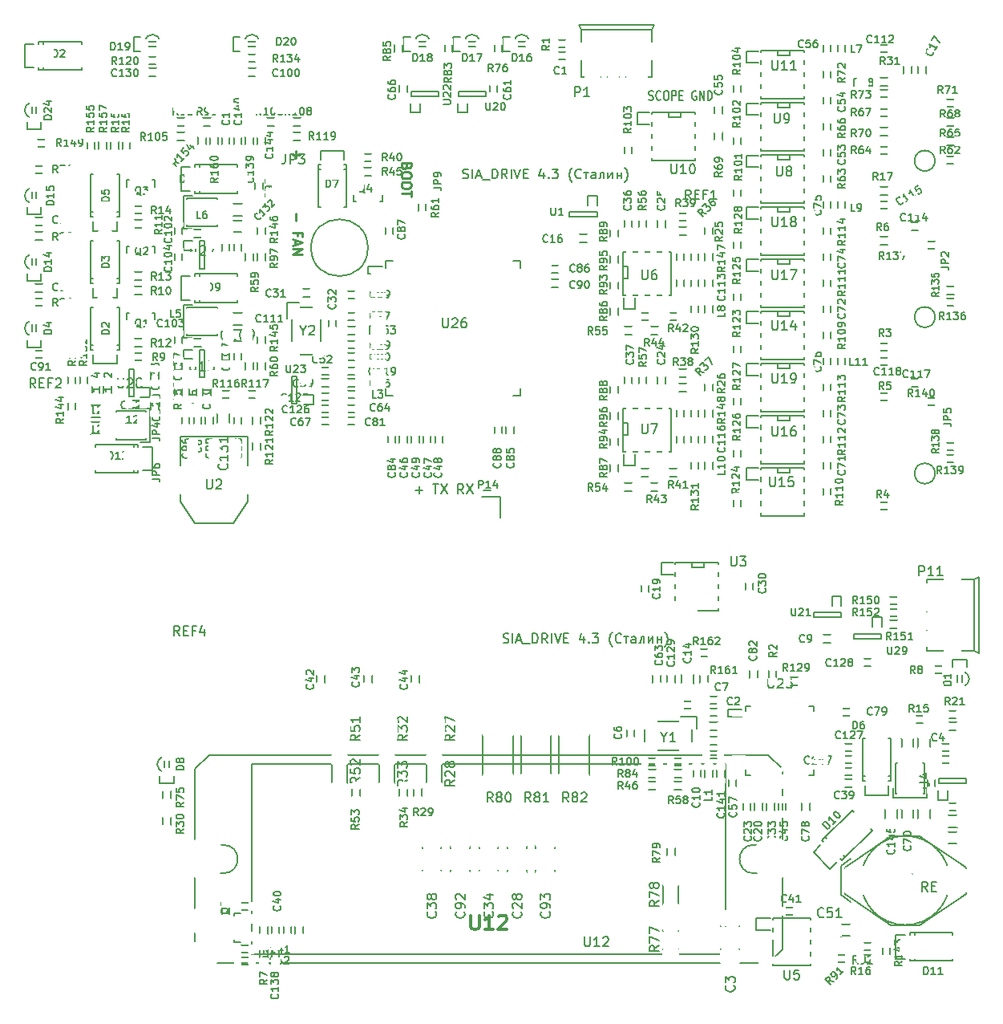
<source format=gto>
%TF.GenerationSoftware,KiCad,Pcbnew,(5.0.0-rc2-198-gb8bbb15aa)*%
%TF.CreationDate,2018-10-15T22:21:02+08:00*%
%TF.ProjectId,stmbl_4.0,73746D626C5F342E302E6B696361645F,rev?*%
%TF.SameCoordinates,Original*%
%TF.FileFunction,Legend,Top*%
%TF.FilePolarity,Positive*%
%FSLAX46Y46*%
G04 Gerber Fmt 4.6, Leading zero omitted, Abs format (unit mm)*
G04 Created by KiCad (PCBNEW (5.0.0-rc2-198-gb8bbb15aa)) date 10/15/18 22:21:02*
%MOMM*%
%LPD*%
G01*
G04 APERTURE LIST*
%ADD10C,0.300000*%
%ADD11C,0.250000*%
%ADD12C,0.200000*%
%ADD13C,0.150000*%
%ADD14C,0.175000*%
%ADD15C,0.450000*%
%ADD16O,1.927200X2.232000*%
%ADD17C,0.100000*%
%ADD18C,1.927200*%
%ADD19C,1.500000*%
%ADD20C,3.500000*%
%ADD21C,2.000000*%
%ADD22C,1.200000*%
%ADD23C,0.800000*%
%ADD24C,0.950000*%
%ADD25C,1.700000*%
%ADD26C,2.200000*%
%ADD27C,0.450000*%
%ADD28C,0.675000*%
%ADD29C,3.000000*%
%ADD30C,1.000100*%
%ADD31C,1.950000*%
%ADD32C,0.700000*%
%ADD33C,0.600000*%
%ADD34C,2.450000*%
%ADD35C,0.790000*%
%ADD36O,3.700000X2.200000*%
%ADD37C,2.232000*%
%ADD38O,2.232000X2.232000*%
%ADD39C,3.300000*%
%ADD40C,2.100000*%
%ADD41O,2.200000X2.200000*%
%ADD42O,1.700000X1.950000*%
%ADD43C,4.500000*%
%ADD44O,1.927200X1.927200*%
%ADD45C,2.700000*%
G04 APERTURE END LIST*
D10*
X145142857Y-142678571D02*
X145142857Y-143892857D01*
X145214285Y-144035714D01*
X145285714Y-144107142D01*
X145428571Y-144178571D01*
X145714285Y-144178571D01*
X145857142Y-144107142D01*
X145928571Y-144035714D01*
X146000000Y-143892857D01*
X146000000Y-142678571D01*
X147500000Y-144178571D02*
X146642857Y-144178571D01*
X147071428Y-144178571D02*
X147071428Y-142678571D01*
X146928571Y-142892857D01*
X146785714Y-143035714D01*
X146642857Y-143107142D01*
X148071428Y-142821428D02*
X148142857Y-142750000D01*
X148285714Y-142678571D01*
X148642857Y-142678571D01*
X148785714Y-142750000D01*
X148857142Y-142821428D01*
X148928571Y-142964285D01*
X148928571Y-143107142D01*
X148857142Y-143321428D01*
X148000000Y-144178571D01*
X148928571Y-144178571D01*
D11*
X126678571Y-62071428D02*
X126678571Y-62833333D01*
X126297619Y-62452380D02*
X127059523Y-62452380D01*
X126678571Y-68642857D02*
X126678571Y-69404761D01*
X126821428Y-70976190D02*
X126821428Y-70642857D01*
X126297619Y-70642857D02*
X127297619Y-70642857D01*
X127297619Y-71119047D01*
X126583333Y-71452380D02*
X126583333Y-71928571D01*
X126297619Y-71357142D02*
X127297619Y-71690476D01*
X126297619Y-72023809D01*
X126297619Y-72357142D02*
X127297619Y-72357142D01*
X126297619Y-72928571D01*
X127297619Y-72928571D01*
D12*
X163916666Y-56654761D02*
X164030952Y-56702380D01*
X164221428Y-56702380D01*
X164297619Y-56654761D01*
X164335714Y-56607142D01*
X164373809Y-56511904D01*
X164373809Y-56416666D01*
X164335714Y-56321428D01*
X164297619Y-56273809D01*
X164221428Y-56226190D01*
X164069047Y-56178571D01*
X163992857Y-56130952D01*
X163954761Y-56083333D01*
X163916666Y-55988095D01*
X163916666Y-55892857D01*
X163954761Y-55797619D01*
X163992857Y-55750000D01*
X164069047Y-55702380D01*
X164259523Y-55702380D01*
X164373809Y-55750000D01*
X165173809Y-56607142D02*
X165135714Y-56654761D01*
X165021428Y-56702380D01*
X164945238Y-56702380D01*
X164830952Y-56654761D01*
X164754761Y-56559523D01*
X164716666Y-56464285D01*
X164678571Y-56273809D01*
X164678571Y-56130952D01*
X164716666Y-55940476D01*
X164754761Y-55845238D01*
X164830952Y-55750000D01*
X164945238Y-55702380D01*
X165021428Y-55702380D01*
X165135714Y-55750000D01*
X165173809Y-55797619D01*
X165669047Y-55702380D02*
X165821428Y-55702380D01*
X165897619Y-55750000D01*
X165973809Y-55845238D01*
X166011904Y-56035714D01*
X166011904Y-56369047D01*
X165973809Y-56559523D01*
X165897619Y-56654761D01*
X165821428Y-56702380D01*
X165669047Y-56702380D01*
X165592857Y-56654761D01*
X165516666Y-56559523D01*
X165478571Y-56369047D01*
X165478571Y-56035714D01*
X165516666Y-55845238D01*
X165592857Y-55750000D01*
X165669047Y-55702380D01*
X166354761Y-56702380D02*
X166354761Y-55702380D01*
X166659523Y-55702380D01*
X166735714Y-55750000D01*
X166773809Y-55797619D01*
X166811904Y-55892857D01*
X166811904Y-56035714D01*
X166773809Y-56130952D01*
X166735714Y-56178571D01*
X166659523Y-56226190D01*
X166354761Y-56226190D01*
X167154761Y-56178571D02*
X167421428Y-56178571D01*
X167535714Y-56702380D02*
X167154761Y-56702380D01*
X167154761Y-55702380D01*
X167535714Y-55702380D01*
X168907142Y-55750000D02*
X168830952Y-55702380D01*
X168716666Y-55702380D01*
X168602380Y-55750000D01*
X168526190Y-55845238D01*
X168488095Y-55940476D01*
X168450000Y-56130952D01*
X168450000Y-56273809D01*
X168488095Y-56464285D01*
X168526190Y-56559523D01*
X168602380Y-56654761D01*
X168716666Y-56702380D01*
X168792857Y-56702380D01*
X168907142Y-56654761D01*
X168945238Y-56607142D01*
X168945238Y-56273809D01*
X168792857Y-56273809D01*
X169288095Y-56702380D02*
X169288095Y-55702380D01*
X169745238Y-56702380D01*
X169745238Y-55702380D01*
X170126190Y-56702380D02*
X170126190Y-55702380D01*
X170316666Y-55702380D01*
X170430952Y-55750000D01*
X170507142Y-55845238D01*
X170545238Y-55940476D01*
X170583333Y-56130952D01*
X170583333Y-56273809D01*
X170545238Y-56464285D01*
X170507142Y-56559523D01*
X170430952Y-56654761D01*
X170316666Y-56702380D01*
X170126190Y-56702380D01*
X139273809Y-97821428D02*
X140035714Y-97821428D01*
X139654761Y-98202380D02*
X139654761Y-97440476D01*
X141130952Y-97202380D02*
X141702380Y-97202380D01*
X141416666Y-98202380D02*
X141416666Y-97202380D01*
X141940476Y-97202380D02*
X142607142Y-98202380D01*
X142607142Y-97202380D02*
X141940476Y-98202380D01*
X144321428Y-98202380D02*
X143988095Y-97726190D01*
X143750000Y-98202380D02*
X143750000Y-97202380D01*
X144130952Y-97202380D01*
X144226190Y-97250000D01*
X144273809Y-97297619D01*
X144321428Y-97392857D01*
X144321428Y-97535714D01*
X144273809Y-97630952D01*
X144226190Y-97678571D01*
X144130952Y-97726190D01*
X143750000Y-97726190D01*
X144654761Y-97202380D02*
X145321428Y-98202380D01*
X145321428Y-97202380D02*
X144654761Y-98202380D01*
X146464285Y-97821428D02*
X147226190Y-97821428D01*
D11*
X138321428Y-63642857D02*
X138273809Y-63785714D01*
X138226190Y-63833333D01*
X138130952Y-63880952D01*
X137988095Y-63880952D01*
X137892857Y-63833333D01*
X137845238Y-63785714D01*
X137797619Y-63690476D01*
X137797619Y-63309523D01*
X138797619Y-63309523D01*
X138797619Y-63642857D01*
X138750000Y-63738095D01*
X138702380Y-63785714D01*
X138607142Y-63833333D01*
X138511904Y-63833333D01*
X138416666Y-63785714D01*
X138369047Y-63738095D01*
X138321428Y-63642857D01*
X138321428Y-63309523D01*
X138797619Y-64500000D02*
X138797619Y-64690476D01*
X138750000Y-64785714D01*
X138654761Y-64880952D01*
X138464285Y-64928571D01*
X138130952Y-64928571D01*
X137940476Y-64880952D01*
X137845238Y-64785714D01*
X137797619Y-64690476D01*
X137797619Y-64500000D01*
X137845238Y-64404761D01*
X137940476Y-64309523D01*
X138130952Y-64261904D01*
X138464285Y-64261904D01*
X138654761Y-64309523D01*
X138750000Y-64404761D01*
X138797619Y-64500000D01*
X138797619Y-65547619D02*
X138797619Y-65738095D01*
X138750000Y-65833333D01*
X138654761Y-65928571D01*
X138464285Y-65976190D01*
X138130952Y-65976190D01*
X137940476Y-65928571D01*
X137845238Y-65833333D01*
X137797619Y-65738095D01*
X137797619Y-65547619D01*
X137845238Y-65452380D01*
X137940476Y-65357142D01*
X138130952Y-65309523D01*
X138464285Y-65309523D01*
X138654761Y-65357142D01*
X138750000Y-65452380D01*
X138797619Y-65547619D01*
X138797619Y-66261904D02*
X138797619Y-66833333D01*
X137797619Y-66547619D02*
X138797619Y-66547619D01*
D12*
X148535714Y-113904761D02*
X148678571Y-113952380D01*
X148916666Y-113952380D01*
X149011904Y-113904761D01*
X149059523Y-113857142D01*
X149107142Y-113761904D01*
X149107142Y-113666666D01*
X149059523Y-113571428D01*
X149011904Y-113523809D01*
X148916666Y-113476190D01*
X148726190Y-113428571D01*
X148630952Y-113380952D01*
X148583333Y-113333333D01*
X148535714Y-113238095D01*
X148535714Y-113142857D01*
X148583333Y-113047619D01*
X148630952Y-113000000D01*
X148726190Y-112952380D01*
X148964285Y-112952380D01*
X149107142Y-113000000D01*
X149535714Y-113952380D02*
X149535714Y-112952380D01*
X149964285Y-113666666D02*
X150440476Y-113666666D01*
X149869047Y-113952380D02*
X150202380Y-112952380D01*
X150535714Y-113952380D01*
X150630952Y-114047619D02*
X151392857Y-114047619D01*
X151630952Y-113952380D02*
X151630952Y-112952380D01*
X151869047Y-112952380D01*
X152011904Y-113000000D01*
X152107142Y-113095238D01*
X152154761Y-113190476D01*
X152202380Y-113380952D01*
X152202380Y-113523809D01*
X152154761Y-113714285D01*
X152107142Y-113809523D01*
X152011904Y-113904761D01*
X151869047Y-113952380D01*
X151630952Y-113952380D01*
X153202380Y-113952380D02*
X152869047Y-113476190D01*
X152630952Y-113952380D02*
X152630952Y-112952380D01*
X153011904Y-112952380D01*
X153107142Y-113000000D01*
X153154761Y-113047619D01*
X153202380Y-113142857D01*
X153202380Y-113285714D01*
X153154761Y-113380952D01*
X153107142Y-113428571D01*
X153011904Y-113476190D01*
X152630952Y-113476190D01*
X153630952Y-113952380D02*
X153630952Y-112952380D01*
X153964285Y-112952380D02*
X154297619Y-113952380D01*
X154630952Y-112952380D01*
X154964285Y-113428571D02*
X155297619Y-113428571D01*
X155440476Y-113952380D02*
X154964285Y-113952380D01*
X154964285Y-112952380D01*
X155440476Y-112952380D01*
X157059523Y-113285714D02*
X157059523Y-113952380D01*
X156821428Y-112904761D02*
X156583333Y-113619047D01*
X157202380Y-113619047D01*
X157583333Y-113857142D02*
X157630952Y-113904761D01*
X157583333Y-113952380D01*
X157535714Y-113904761D01*
X157583333Y-113857142D01*
X157583333Y-113952380D01*
X157964285Y-112952380D02*
X158583333Y-112952380D01*
X158250000Y-113333333D01*
X158392857Y-113333333D01*
X158488095Y-113380952D01*
X158535714Y-113428571D01*
X158583333Y-113523809D01*
X158583333Y-113761904D01*
X158535714Y-113857142D01*
X158488095Y-113904761D01*
X158392857Y-113952380D01*
X158107142Y-113952380D01*
X158011904Y-113904761D01*
X157964285Y-113857142D01*
X160059523Y-114333333D02*
X160011904Y-114285714D01*
X159916666Y-114142857D01*
X159869047Y-114047619D01*
X159821428Y-113904761D01*
X159773809Y-113666666D01*
X159773809Y-113476190D01*
X159821428Y-113238095D01*
X159869047Y-113095238D01*
X159916666Y-113000000D01*
X160011904Y-112857142D01*
X160059523Y-112809523D01*
X161011904Y-113857142D02*
X160964285Y-113904761D01*
X160821428Y-113952380D01*
X160726190Y-113952380D01*
X160583333Y-113904761D01*
X160488095Y-113809523D01*
X160440476Y-113714285D01*
X160392857Y-113523809D01*
X160392857Y-113380952D01*
X160440476Y-113190476D01*
X160488095Y-113095238D01*
X160583333Y-113000000D01*
X160726190Y-112952380D01*
X160821428Y-112952380D01*
X160964285Y-113000000D01*
X161011904Y-113047619D01*
X161297619Y-113285714D02*
X161773809Y-113285714D01*
X161535714Y-113285714D02*
X161535714Y-113952380D01*
X162535714Y-113952380D02*
X162535714Y-113428571D01*
X162488095Y-113333333D01*
X162392857Y-113285714D01*
X162202380Y-113285714D01*
X162107142Y-113333333D01*
X162535714Y-113904761D02*
X162440476Y-113952380D01*
X162202380Y-113952380D01*
X162107142Y-113904761D01*
X162059523Y-113809523D01*
X162059523Y-113714285D01*
X162107142Y-113619047D01*
X162202380Y-113571428D01*
X162440476Y-113571428D01*
X162535714Y-113523809D01*
X163392857Y-113952380D02*
X163392857Y-113285714D01*
X163250000Y-113285714D01*
X163154761Y-113333333D01*
X163107142Y-113428571D01*
X163059523Y-113809523D01*
X163011904Y-113904761D01*
X162916666Y-113952380D01*
X163869047Y-113285714D02*
X163869047Y-113952380D01*
X164345238Y-113285714D01*
X164345238Y-113952380D01*
X164821428Y-113619047D02*
X165250000Y-113619047D01*
X164821428Y-113285714D02*
X164821428Y-113952380D01*
X165250000Y-113285714D02*
X165250000Y-113952380D01*
X165630952Y-114333333D02*
X165678571Y-114285714D01*
X165773809Y-114142857D01*
X165821428Y-114047619D01*
X165869047Y-113904761D01*
X165916666Y-113666666D01*
X165916666Y-113476190D01*
X165869047Y-113238095D01*
X165821428Y-113095238D01*
X165773809Y-113000000D01*
X165678571Y-112857142D01*
X165630952Y-112809523D01*
X144285714Y-64904761D02*
X144428571Y-64952380D01*
X144666666Y-64952380D01*
X144761904Y-64904761D01*
X144809523Y-64857142D01*
X144857142Y-64761904D01*
X144857142Y-64666666D01*
X144809523Y-64571428D01*
X144761904Y-64523809D01*
X144666666Y-64476190D01*
X144476190Y-64428571D01*
X144380952Y-64380952D01*
X144333333Y-64333333D01*
X144285714Y-64238095D01*
X144285714Y-64142857D01*
X144333333Y-64047619D01*
X144380952Y-64000000D01*
X144476190Y-63952380D01*
X144714285Y-63952380D01*
X144857142Y-64000000D01*
X145285714Y-64952380D02*
X145285714Y-63952380D01*
X145714285Y-64666666D02*
X146190476Y-64666666D01*
X145619047Y-64952380D02*
X145952380Y-63952380D01*
X146285714Y-64952380D01*
X146380952Y-65047619D02*
X147142857Y-65047619D01*
X147380952Y-64952380D02*
X147380952Y-63952380D01*
X147619047Y-63952380D01*
X147761904Y-64000000D01*
X147857142Y-64095238D01*
X147904761Y-64190476D01*
X147952380Y-64380952D01*
X147952380Y-64523809D01*
X147904761Y-64714285D01*
X147857142Y-64809523D01*
X147761904Y-64904761D01*
X147619047Y-64952380D01*
X147380952Y-64952380D01*
X148952380Y-64952380D02*
X148619047Y-64476190D01*
X148380952Y-64952380D02*
X148380952Y-63952380D01*
X148761904Y-63952380D01*
X148857142Y-64000000D01*
X148904761Y-64047619D01*
X148952380Y-64142857D01*
X148952380Y-64285714D01*
X148904761Y-64380952D01*
X148857142Y-64428571D01*
X148761904Y-64476190D01*
X148380952Y-64476190D01*
X149380952Y-64952380D02*
X149380952Y-63952380D01*
X149714285Y-63952380D02*
X150047619Y-64952380D01*
X150380952Y-63952380D01*
X150714285Y-64428571D02*
X151047619Y-64428571D01*
X151190476Y-64952380D02*
X150714285Y-64952380D01*
X150714285Y-63952380D01*
X151190476Y-63952380D01*
X152809523Y-64285714D02*
X152809523Y-64952380D01*
X152571428Y-63904761D02*
X152333333Y-64619047D01*
X152952380Y-64619047D01*
X153333333Y-64857142D02*
X153380952Y-64904761D01*
X153333333Y-64952380D01*
X153285714Y-64904761D01*
X153333333Y-64857142D01*
X153333333Y-64952380D01*
X153714285Y-63952380D02*
X154333333Y-63952380D01*
X154000000Y-64333333D01*
X154142857Y-64333333D01*
X154238095Y-64380952D01*
X154285714Y-64428571D01*
X154333333Y-64523809D01*
X154333333Y-64761904D01*
X154285714Y-64857142D01*
X154238095Y-64904761D01*
X154142857Y-64952380D01*
X153857142Y-64952380D01*
X153761904Y-64904761D01*
X153714285Y-64857142D01*
X155809523Y-65333333D02*
X155761904Y-65285714D01*
X155666666Y-65142857D01*
X155619047Y-65047619D01*
X155571428Y-64904761D01*
X155523809Y-64666666D01*
X155523809Y-64476190D01*
X155571428Y-64238095D01*
X155619047Y-64095238D01*
X155666666Y-64000000D01*
X155761904Y-63857142D01*
X155809523Y-63809523D01*
X156761904Y-64857142D02*
X156714285Y-64904761D01*
X156571428Y-64952380D01*
X156476190Y-64952380D01*
X156333333Y-64904761D01*
X156238095Y-64809523D01*
X156190476Y-64714285D01*
X156142857Y-64523809D01*
X156142857Y-64380952D01*
X156190476Y-64190476D01*
X156238095Y-64095238D01*
X156333333Y-64000000D01*
X156476190Y-63952380D01*
X156571428Y-63952380D01*
X156714285Y-64000000D01*
X156761904Y-64047619D01*
X157047619Y-64285714D02*
X157523809Y-64285714D01*
X157285714Y-64285714D02*
X157285714Y-64952380D01*
X158285714Y-64952380D02*
X158285714Y-64428571D01*
X158238095Y-64333333D01*
X158142857Y-64285714D01*
X157952380Y-64285714D01*
X157857142Y-64333333D01*
X158285714Y-64904761D02*
X158190476Y-64952380D01*
X157952380Y-64952380D01*
X157857142Y-64904761D01*
X157809523Y-64809523D01*
X157809523Y-64714285D01*
X157857142Y-64619047D01*
X157952380Y-64571428D01*
X158190476Y-64571428D01*
X158285714Y-64523809D01*
X159142857Y-64952380D02*
X159142857Y-64285714D01*
X159000000Y-64285714D01*
X158904761Y-64333333D01*
X158857142Y-64428571D01*
X158809523Y-64809523D01*
X158761904Y-64904761D01*
X158666666Y-64952380D01*
X159619047Y-64285714D02*
X159619047Y-64952380D01*
X160095238Y-64285714D01*
X160095238Y-64952380D01*
X160571428Y-64619047D02*
X161000000Y-64619047D01*
X160571428Y-64285714D02*
X160571428Y-64952380D01*
X161000000Y-64285714D02*
X161000000Y-64952380D01*
X161380952Y-65333333D02*
X161428571Y-65285714D01*
X161523809Y-65142857D01*
X161571428Y-65047619D01*
X161619047Y-64904761D01*
X161666666Y-64666666D01*
X161666666Y-64476190D01*
X161619047Y-64238095D01*
X161571428Y-64095238D01*
X161523809Y-64000000D01*
X161428571Y-63857142D01*
X161380952Y-63809523D01*
D13*
X148250000Y-98500000D02*
X146250000Y-98500000D01*
X148250000Y-100750000D02*
X148250000Y-98500000D01*
X175250000Y-144250000D02*
X176750000Y-144250000D01*
X175250000Y-143000000D02*
X175250000Y-144250000D01*
X176750000Y-143000000D02*
X175250000Y-143000000D01*
X181000000Y-143000000D02*
X177000000Y-143000000D01*
X181000000Y-148000000D02*
X181000000Y-143000000D01*
X177000000Y-148000000D02*
X181000000Y-148000000D01*
X177000000Y-143000000D02*
X177000000Y-148000000D01*
X99250000Y-82000000D02*
X99250000Y-79500000D01*
X99250000Y-79500000D02*
X98750000Y-79500000D01*
X98750000Y-79500000D02*
X98750000Y-82000000D01*
X98750000Y-82000000D02*
X99250000Y-82000000D01*
X98750000Y-80000000D02*
G75*
G03X98750000Y-81500000I0J-750000D01*
G01*
X98250000Y-82000000D02*
X98250000Y-82750000D01*
X99750000Y-82000000D02*
X99750000Y-82750000D01*
X99750000Y-82750000D02*
X98250000Y-82750000D01*
X99250000Y-75000000D02*
X99250000Y-72500000D01*
X99250000Y-72500000D02*
X98750000Y-72500000D01*
X98750000Y-72500000D02*
X98750000Y-75000000D01*
X98750000Y-75000000D02*
X99250000Y-75000000D01*
X98750000Y-73000000D02*
G75*
G03X98750000Y-74500000I0J-750000D01*
G01*
X98250000Y-75000000D02*
X98250000Y-75750000D01*
X99750000Y-75000000D02*
X99750000Y-75750000D01*
X99750000Y-75750000D02*
X98250000Y-75750000D01*
X99250000Y-68000000D02*
X99250000Y-65500000D01*
X99250000Y-65500000D02*
X98750000Y-65500000D01*
X98750000Y-65500000D02*
X98750000Y-68000000D01*
X98750000Y-68000000D02*
X99250000Y-68000000D01*
X98750000Y-66000000D02*
G75*
G03X98750000Y-67500000I0J-750000D01*
G01*
X98250000Y-68000000D02*
X98250000Y-68750000D01*
X99750000Y-68000000D02*
X99750000Y-68750000D01*
X99750000Y-68750000D02*
X98250000Y-68750000D01*
X149250000Y-51000000D02*
X151750000Y-51000000D01*
X151750000Y-51000000D02*
X151750000Y-50500000D01*
X151750000Y-50500000D02*
X149250000Y-50500000D01*
X149250000Y-50500000D02*
X149250000Y-51000000D01*
X151250000Y-50500000D02*
G75*
G03X149750000Y-50500000I-750000J0D01*
G01*
X149250000Y-50000000D02*
X148500000Y-50000000D01*
X149250000Y-51500000D02*
X148500000Y-51500000D01*
X148500000Y-51500000D02*
X148500000Y-50000000D01*
X144000000Y-51000000D02*
X146500000Y-51000000D01*
X146500000Y-51000000D02*
X146500000Y-50500000D01*
X146500000Y-50500000D02*
X144000000Y-50500000D01*
X144000000Y-50500000D02*
X144000000Y-51000000D01*
X146000000Y-50500000D02*
G75*
G03X144500000Y-50500000I-750000J0D01*
G01*
X144000000Y-50000000D02*
X143250000Y-50000000D01*
X144000000Y-51500000D02*
X143250000Y-51500000D01*
X143250000Y-51500000D02*
X143250000Y-50000000D01*
X138750000Y-51000000D02*
X141250000Y-51000000D01*
X141250000Y-51000000D02*
X141250000Y-50500000D01*
X141250000Y-50500000D02*
X138750000Y-50500000D01*
X138750000Y-50500000D02*
X138750000Y-51000000D01*
X140750000Y-50500000D02*
G75*
G03X139250000Y-50500000I-750000J0D01*
G01*
X138750000Y-50000000D02*
X138000000Y-50000000D01*
X138750000Y-51500000D02*
X138000000Y-51500000D01*
X138000000Y-51500000D02*
X138000000Y-50000000D01*
X110250000Y-51000000D02*
X112750000Y-51000000D01*
X112750000Y-51000000D02*
X112750000Y-50500000D01*
X112750000Y-50500000D02*
X110250000Y-50500000D01*
X110250000Y-50500000D02*
X110250000Y-51000000D01*
X112250000Y-50500000D02*
G75*
G03X110750000Y-50500000I-750000J0D01*
G01*
X110250000Y-50000000D02*
X109500000Y-50000000D01*
X110250000Y-51500000D02*
X109500000Y-51500000D01*
X109500000Y-51500000D02*
X109500000Y-50000000D01*
X120750000Y-51000000D02*
X123250000Y-51000000D01*
X123250000Y-51000000D02*
X123250000Y-50500000D01*
X123250000Y-50500000D02*
X120750000Y-50500000D01*
X120750000Y-50500000D02*
X120750000Y-51000000D01*
X122750000Y-50500000D02*
G75*
G03X121250000Y-50500000I-750000J0D01*
G01*
X120750000Y-50000000D02*
X120000000Y-50000000D01*
X120750000Y-51500000D02*
X120000000Y-51500000D01*
X120000000Y-51500000D02*
X120000000Y-50000000D01*
X99250000Y-59000000D02*
X99250000Y-56500000D01*
X99250000Y-56500000D02*
X98750000Y-56500000D01*
X98750000Y-56500000D02*
X98750000Y-59000000D01*
X98750000Y-59000000D02*
X99250000Y-59000000D01*
X98750000Y-57000000D02*
G75*
G03X98750000Y-58500000I0J-750000D01*
G01*
X98250000Y-59000000D02*
X98250000Y-59750000D01*
X99750000Y-59000000D02*
X99750000Y-59750000D01*
X99750000Y-59750000D02*
X98250000Y-59750000D01*
X196500000Y-116500000D02*
X196500000Y-119000000D01*
X196500000Y-119000000D02*
X197000000Y-119000000D01*
X197000000Y-119000000D02*
X197000000Y-116500000D01*
X197000000Y-116500000D02*
X196500000Y-116500000D01*
X197000000Y-118500000D02*
G75*
G03X197000000Y-117000000I0J750000D01*
G01*
X197500000Y-116500000D02*
X197500000Y-115750000D01*
X196000000Y-116500000D02*
X196000000Y-115750000D01*
X196000000Y-115750000D02*
X197500000Y-115750000D01*
X113250000Y-128000000D02*
X113250000Y-125500000D01*
X113250000Y-125500000D02*
X112750000Y-125500000D01*
X112750000Y-125500000D02*
X112750000Y-128000000D01*
X112750000Y-128000000D02*
X113250000Y-128000000D01*
X112750000Y-126000000D02*
G75*
G03X112750000Y-127500000I0J-750000D01*
G01*
X112250000Y-128000000D02*
X112250000Y-128750000D01*
X113750000Y-128000000D02*
X113750000Y-128750000D01*
X113750000Y-128750000D02*
X112250000Y-128750000D01*
X149600000Y-122575000D02*
X146400000Y-122575000D01*
X146400000Y-122575000D02*
X146400000Y-128925000D01*
X146400000Y-128925000D02*
X149600000Y-128925000D01*
X149600000Y-128925000D02*
X149600000Y-122575000D01*
X149600000Y-123175000D02*
X146400000Y-123175000D01*
X146400000Y-128325000D02*
X149600000Y-128325000D01*
X157600000Y-122575000D02*
X154400000Y-122575000D01*
X154400000Y-122575000D02*
X154400000Y-128925000D01*
X154400000Y-128925000D02*
X157600000Y-128925000D01*
X157600000Y-128925000D02*
X157600000Y-122575000D01*
X157600000Y-123175000D02*
X154400000Y-123175000D01*
X154400000Y-128325000D02*
X157600000Y-128325000D01*
X153600000Y-122575000D02*
X150400000Y-122575000D01*
X150400000Y-122575000D02*
X150400000Y-128925000D01*
X150400000Y-128925000D02*
X153600000Y-128925000D01*
X153600000Y-128925000D02*
X153600000Y-122575000D01*
X153600000Y-123175000D02*
X150400000Y-123175000D01*
X150400000Y-128325000D02*
X153600000Y-128325000D01*
X114444000Y-99036000D02*
X114444000Y-98274000D01*
X115968000Y-101322000D02*
X114444000Y-99036000D01*
X120032000Y-101322000D02*
X115968000Y-101322000D01*
X121556000Y-99036000D02*
X120032000Y-101322000D01*
X121556000Y-98274000D02*
X121556000Y-99036000D01*
X114444000Y-92178000D02*
X114444000Y-95226000D01*
X121556000Y-92178000D02*
X114444000Y-92178000D01*
X121556000Y-95226000D02*
X121556000Y-92178000D01*
X150375000Y-73625000D02*
X149615000Y-73625000D01*
X150375000Y-87875000D02*
X149615000Y-87875000D01*
X136125000Y-87875000D02*
X136885000Y-87875000D01*
X136125000Y-73625000D02*
X136885000Y-73625000D01*
X136125000Y-87875000D02*
X136125000Y-87115000D01*
X150375000Y-87875000D02*
X150375000Y-87115000D01*
X150375000Y-73625000D02*
X150375000Y-74385000D01*
X136125000Y-73625000D02*
X136125000Y-74385000D01*
X135750000Y-74250000D02*
X134250000Y-74250000D01*
X134250000Y-74250000D02*
X134250000Y-75000000D01*
X134250000Y-75000000D02*
X135750000Y-75000000D01*
X188450000Y-113000000D02*
X185550000Y-113000000D01*
X185550000Y-113000000D02*
X185550000Y-113500000D01*
X185550000Y-113500000D02*
X188450000Y-113500000D01*
X188450000Y-113500000D02*
X188450000Y-113000000D01*
X188500000Y-112250000D02*
X188500000Y-111250000D01*
X188500000Y-111250000D02*
X187500000Y-111250000D01*
X187500000Y-111250000D02*
X187500000Y-112250000D01*
X126750000Y-88700000D02*
X126750000Y-85800000D01*
X126750000Y-85800000D02*
X126250000Y-85800000D01*
X126250000Y-85800000D02*
X126250000Y-88700000D01*
X126250000Y-88700000D02*
X126750000Y-88700000D01*
X127500000Y-88750000D02*
X128500000Y-88750000D01*
X128500000Y-88750000D02*
X128500000Y-87750000D01*
X128500000Y-87750000D02*
X127500000Y-87750000D01*
X138800000Y-56250000D02*
X141700000Y-56250000D01*
X141700000Y-56250000D02*
X141700000Y-55750000D01*
X141700000Y-55750000D02*
X138800000Y-55750000D01*
X138800000Y-55750000D02*
X138800000Y-56250000D01*
X138750000Y-57000000D02*
X138750000Y-58000000D01*
X138750000Y-58000000D02*
X139750000Y-58000000D01*
X139750000Y-58000000D02*
X139750000Y-57000000D01*
X184200000Y-110750000D02*
X181300000Y-110750000D01*
X181300000Y-110750000D02*
X181300000Y-111250000D01*
X181300000Y-111250000D02*
X184200000Y-111250000D01*
X184200000Y-111250000D02*
X184200000Y-110750000D01*
X184250000Y-110000000D02*
X184250000Y-109000000D01*
X184250000Y-109000000D02*
X183250000Y-109000000D01*
X183250000Y-109000000D02*
X183250000Y-110000000D01*
X143800000Y-56250000D02*
X146700000Y-56250000D01*
X146700000Y-56250000D02*
X146700000Y-55750000D01*
X146700000Y-55750000D02*
X143800000Y-55750000D01*
X143800000Y-55750000D02*
X143800000Y-56250000D01*
X143750000Y-57000000D02*
X143750000Y-58000000D01*
X143750000Y-58000000D02*
X144750000Y-58000000D01*
X144750000Y-58000000D02*
X144750000Y-57000000D01*
X158450000Y-68500000D02*
X155550000Y-68500000D01*
X155550000Y-68500000D02*
X155550000Y-69000000D01*
X155550000Y-69000000D02*
X158450000Y-69000000D01*
X158450000Y-69000000D02*
X158450000Y-68500000D01*
X158500000Y-67750000D02*
X158500000Y-66750000D01*
X158500000Y-66750000D02*
X157500000Y-66750000D01*
X157500000Y-66750000D02*
X157500000Y-67750000D01*
X194550000Y-128750000D02*
X197450000Y-128750000D01*
X197450000Y-128750000D02*
X197450000Y-128250000D01*
X197450000Y-128250000D02*
X194550000Y-128250000D01*
X194550000Y-128250000D02*
X194550000Y-128750000D01*
X194500000Y-129500000D02*
X194500000Y-130500000D01*
X194500000Y-130500000D02*
X195500000Y-130500000D01*
X195500000Y-130500000D02*
X195500000Y-129500000D01*
X116500000Y-83050000D02*
X116500000Y-85950000D01*
X116500000Y-85950000D02*
X117000000Y-85950000D01*
X117000000Y-85950000D02*
X117000000Y-83050000D01*
X117000000Y-83050000D02*
X116500000Y-83050000D01*
X115750000Y-83000000D02*
X114750000Y-83000000D01*
X114750000Y-83000000D02*
X114750000Y-84000000D01*
X114750000Y-84000000D02*
X115750000Y-84000000D01*
X116500000Y-71550000D02*
X116500000Y-74450000D01*
X116500000Y-74450000D02*
X117000000Y-74450000D01*
X117000000Y-74450000D02*
X117000000Y-71550000D01*
X117000000Y-71550000D02*
X116500000Y-71550000D01*
X115750000Y-71500000D02*
X114750000Y-71500000D01*
X114750000Y-71500000D02*
X114750000Y-72500000D01*
X114750000Y-72500000D02*
X115750000Y-72500000D01*
X109500000Y-87950000D02*
X109500000Y-85050000D01*
X109500000Y-85050000D02*
X109000000Y-85050000D01*
X109000000Y-85050000D02*
X109000000Y-87950000D01*
X109000000Y-87950000D02*
X109500000Y-87950000D01*
X110250000Y-88000000D02*
X111250000Y-88000000D01*
X111250000Y-88000000D02*
X111250000Y-87000000D01*
X111250000Y-87000000D02*
X110250000Y-87000000D01*
X195700000Y-139000000D02*
G75*
G03X195700000Y-139000000I-4700000J0D01*
G01*
X184600000Y-137600000D02*
X184600000Y-140400000D01*
X184600000Y-140400000D02*
X189500000Y-143700000D01*
X189500000Y-143700000D02*
X192500000Y-143700000D01*
X192500000Y-143700000D02*
X197400000Y-140400000D01*
X197400000Y-140400000D02*
X197400000Y-137600000D01*
X197400000Y-137600000D02*
X192500000Y-134300000D01*
X192500000Y-134300000D02*
X189500000Y-134300000D01*
X189500000Y-134300000D02*
X184600000Y-137600000D01*
X185250000Y-136750000D02*
X184250000Y-137500000D01*
X184250000Y-137500000D02*
X184250000Y-140500000D01*
X184250000Y-140500000D02*
X185250000Y-141250000D01*
X115150000Y-81500000D02*
X118350000Y-81500000D01*
X118350000Y-81500000D02*
X118350000Y-78500000D01*
X118350000Y-78500000D02*
X115150000Y-78500000D01*
X115150000Y-78500000D02*
X115150000Y-81500000D01*
X115750000Y-78250000D02*
X114750000Y-78250000D01*
X114750000Y-78250000D02*
X114750000Y-81750000D01*
X114750000Y-81750000D02*
X115750000Y-81750000D01*
X115150000Y-70000000D02*
X118350000Y-70000000D01*
X118350000Y-70000000D02*
X118350000Y-67000000D01*
X118350000Y-67000000D02*
X115150000Y-67000000D01*
X115150000Y-67000000D02*
X115150000Y-70000000D01*
X115750000Y-66750000D02*
X114750000Y-66750000D01*
X114750000Y-66750000D02*
X114750000Y-70250000D01*
X114750000Y-70250000D02*
X115750000Y-70250000D01*
X110850000Y-89500000D02*
X107650000Y-89500000D01*
X107650000Y-89500000D02*
X107650000Y-92500000D01*
X107650000Y-92500000D02*
X110850000Y-92500000D01*
X110850000Y-92500000D02*
X110850000Y-89500000D01*
X110250000Y-92750000D02*
X111250000Y-92750000D01*
X111250000Y-92750000D02*
X111250000Y-89250000D01*
X111250000Y-89250000D02*
X110250000Y-89250000D01*
X193000000Y-129850000D02*
X193000000Y-126650000D01*
X193000000Y-126650000D02*
X190000000Y-126650000D01*
X190000000Y-126650000D02*
X190000000Y-129850000D01*
X190000000Y-129850000D02*
X193000000Y-129850000D01*
X189750000Y-129250000D02*
X189750000Y-130250000D01*
X189750000Y-130250000D02*
X193250000Y-130250000D01*
X193250000Y-130250000D02*
X193250000Y-129250000D01*
X126250000Y-78500000D02*
X129250000Y-78500000D01*
X129250000Y-78500000D02*
X129250000Y-83500000D01*
X129250000Y-83500000D02*
X126250000Y-83500000D01*
X126250000Y-83500000D02*
X126250000Y-78500000D01*
X127000000Y-78000000D02*
X125750000Y-78000000D01*
X125750000Y-78000000D02*
X125750000Y-79750000D01*
X168500000Y-122250000D02*
X168500000Y-125250000D01*
X168500000Y-125250000D02*
X163500000Y-125250000D01*
X163500000Y-125250000D02*
X163500000Y-122250000D01*
X163500000Y-122250000D02*
X168500000Y-122250000D01*
X169000000Y-123000000D02*
X169000000Y-121750000D01*
X169000000Y-121750000D02*
X167250000Y-121750000D01*
X111549160Y-65099760D02*
X111500900Y-65099760D01*
X108750180Y-65800800D02*
X108750180Y-65099760D01*
X108750180Y-65099760D02*
X108999100Y-65099760D01*
X111549160Y-65099760D02*
X111749820Y-65099760D01*
X111749820Y-65099760D02*
X111749820Y-65800800D01*
X111549160Y-79099760D02*
X111500900Y-79099760D01*
X108750180Y-79800800D02*
X108750180Y-79099760D01*
X108750180Y-79099760D02*
X108999100Y-79099760D01*
X111549160Y-79099760D02*
X111749820Y-79099760D01*
X111749820Y-79099760D02*
X111749820Y-79800800D01*
X111549160Y-72099760D02*
X111500900Y-72099760D01*
X108750180Y-72800800D02*
X108750180Y-72099760D01*
X108750180Y-72099760D02*
X108999100Y-72099760D01*
X111549160Y-72099760D02*
X111749820Y-72099760D01*
X111749820Y-72099760D02*
X111749820Y-72800800D01*
X132950840Y-67400240D02*
X132999100Y-67400240D01*
X135749820Y-66699200D02*
X135749820Y-67400240D01*
X135749820Y-67400240D02*
X135500900Y-67400240D01*
X132950840Y-67400240D02*
X132750180Y-67400240D01*
X132750180Y-67400240D02*
X132750180Y-66699200D01*
X182715188Y-134603553D02*
X182538411Y-134426777D01*
X182361634Y-134957107D02*
X182184858Y-134780330D01*
X184306178Y-136901650D02*
X184129401Y-136724874D01*
X182184858Y-134780330D02*
X185366838Y-131598350D01*
X184306178Y-136901650D02*
X187488158Y-133719670D01*
X185543615Y-131775126D02*
X185366838Y-131598350D01*
X187488158Y-133719670D02*
X187311382Y-133542893D01*
X184659731Y-136548097D02*
X184482955Y-136371320D01*
X182008081Y-135310660D02*
X181300974Y-136017767D01*
X181300974Y-136017767D02*
X183068741Y-137785534D01*
X183068741Y-137785534D02*
X183775848Y-137078427D01*
X192000000Y-144750000D02*
X192000000Y-144500000D01*
X191500000Y-144750000D02*
X191500000Y-144500000D01*
X191500000Y-147500000D02*
X191500000Y-147250000D01*
X191500000Y-144500000D02*
X196000000Y-144500000D01*
X191500000Y-147500000D02*
X196000000Y-147500000D01*
X196000000Y-144750000D02*
X196000000Y-144500000D01*
X196000000Y-147500000D02*
X196000000Y-147250000D01*
X192000000Y-147500000D02*
X192000000Y-147250000D01*
X191000000Y-144750000D02*
X190000000Y-144750000D01*
X190000000Y-144750000D02*
X190000000Y-147250000D01*
X190000000Y-147250000D02*
X191000000Y-147250000D01*
X186750000Y-128000000D02*
X186500000Y-128000000D01*
X186750000Y-128500000D02*
X186500000Y-128500000D01*
X189500000Y-128500000D02*
X189250000Y-128500000D01*
X186500000Y-128500000D02*
X186500000Y-124000000D01*
X189500000Y-128500000D02*
X189500000Y-124000000D01*
X186750000Y-124000000D02*
X186500000Y-124000000D01*
X189500000Y-124000000D02*
X189250000Y-124000000D01*
X189500000Y-128000000D02*
X189250000Y-128000000D01*
X186750000Y-129000000D02*
X186750000Y-130000000D01*
X186750000Y-130000000D02*
X189250000Y-130000000D01*
X189250000Y-130000000D02*
X189250000Y-129000000D01*
X116500000Y-75250000D02*
X116500000Y-75000000D01*
X116000000Y-75250000D02*
X116000000Y-75000000D01*
X116000000Y-78000000D02*
X116000000Y-77750000D01*
X116000000Y-75000000D02*
X120500000Y-75000000D01*
X116000000Y-78000000D02*
X120500000Y-78000000D01*
X120500000Y-75250000D02*
X120500000Y-75000000D01*
X120500000Y-78000000D02*
X120500000Y-77750000D01*
X116500000Y-78000000D02*
X116500000Y-77750000D01*
X115500000Y-75250000D02*
X114500000Y-75250000D01*
X114500000Y-75250000D02*
X114500000Y-77750000D01*
X114500000Y-77750000D02*
X115500000Y-77750000D01*
X116500000Y-63750000D02*
X116500000Y-63500000D01*
X116000000Y-63750000D02*
X116000000Y-63500000D01*
X116000000Y-66500000D02*
X116000000Y-66250000D01*
X116000000Y-63500000D02*
X120500000Y-63500000D01*
X116000000Y-66500000D02*
X120500000Y-66500000D01*
X120500000Y-63750000D02*
X120500000Y-63500000D01*
X120500000Y-66500000D02*
X120500000Y-66250000D01*
X116500000Y-66500000D02*
X116500000Y-66250000D01*
X115500000Y-63750000D02*
X114500000Y-63750000D01*
X114500000Y-63750000D02*
X114500000Y-66250000D01*
X114500000Y-66250000D02*
X115500000Y-66250000D01*
X109500000Y-95750000D02*
X109500000Y-96000000D01*
X110000000Y-95750000D02*
X110000000Y-96000000D01*
X110000000Y-93000000D02*
X110000000Y-93250000D01*
X110000000Y-96000000D02*
X105500000Y-96000000D01*
X110000000Y-93000000D02*
X105500000Y-93000000D01*
X105500000Y-95750000D02*
X105500000Y-96000000D01*
X105500000Y-93000000D02*
X105500000Y-93250000D01*
X109500000Y-93000000D02*
X109500000Y-93250000D01*
X110500000Y-95750000D02*
X111500000Y-95750000D01*
X111500000Y-95750000D02*
X111500000Y-93250000D01*
X111500000Y-93250000D02*
X110500000Y-93250000D01*
X105250000Y-82500000D02*
X105000000Y-82500000D01*
X105250000Y-83000000D02*
X105000000Y-83000000D01*
X108000000Y-83000000D02*
X107750000Y-83000000D01*
X105000000Y-83000000D02*
X105000000Y-78500000D01*
X108000000Y-83000000D02*
X108000000Y-78500000D01*
X105250000Y-78500000D02*
X105000000Y-78500000D01*
X108000000Y-78500000D02*
X107750000Y-78500000D01*
X108000000Y-82500000D02*
X107750000Y-82500000D01*
X105250000Y-83500000D02*
X105250000Y-84500000D01*
X105250000Y-84500000D02*
X107750000Y-84500000D01*
X107750000Y-84500000D02*
X107750000Y-83500000D01*
X105250000Y-75500000D02*
X105000000Y-75500000D01*
X105250000Y-76000000D02*
X105000000Y-76000000D01*
X108000000Y-76000000D02*
X107750000Y-76000000D01*
X105000000Y-76000000D02*
X105000000Y-71500000D01*
X108000000Y-76000000D02*
X108000000Y-71500000D01*
X105250000Y-71500000D02*
X105000000Y-71500000D01*
X108000000Y-71500000D02*
X107750000Y-71500000D01*
X108000000Y-75500000D02*
X107750000Y-75500000D01*
X105250000Y-76500000D02*
X105250000Y-77500000D01*
X105250000Y-77500000D02*
X107750000Y-77500000D01*
X107750000Y-77500000D02*
X107750000Y-76500000D01*
X105250000Y-68500000D02*
X105000000Y-68500000D01*
X105250000Y-69000000D02*
X105000000Y-69000000D01*
X108000000Y-69000000D02*
X107750000Y-69000000D01*
X105000000Y-69000000D02*
X105000000Y-64500000D01*
X108000000Y-69000000D02*
X108000000Y-64500000D01*
X105250000Y-64500000D02*
X105000000Y-64500000D01*
X108000000Y-64500000D02*
X107750000Y-64500000D01*
X108000000Y-68500000D02*
X107750000Y-68500000D01*
X105250000Y-69500000D02*
X105250000Y-70500000D01*
X105250000Y-70500000D02*
X107750000Y-70500000D01*
X107750000Y-70500000D02*
X107750000Y-69500000D01*
X131750000Y-64000000D02*
X132000000Y-64000000D01*
X131750000Y-63500000D02*
X132000000Y-63500000D01*
X129000000Y-63500000D02*
X129250000Y-63500000D01*
X132000000Y-63500000D02*
X132000000Y-68000000D01*
X129000000Y-63500000D02*
X129000000Y-68000000D01*
X131750000Y-68000000D02*
X132000000Y-68000000D01*
X129000000Y-68000000D02*
X129250000Y-68000000D01*
X129000000Y-64000000D02*
X129250000Y-64000000D01*
X131750000Y-63000000D02*
X131750000Y-62000000D01*
X131750000Y-62000000D02*
X129250000Y-62000000D01*
X129250000Y-62000000D02*
X129250000Y-63000000D01*
X100000000Y-50750000D02*
X100000000Y-50500000D01*
X99500000Y-50750000D02*
X99500000Y-50500000D01*
X99500000Y-53500000D02*
X99500000Y-53250000D01*
X99500000Y-50500000D02*
X104000000Y-50500000D01*
X99500000Y-53500000D02*
X104000000Y-53500000D01*
X104000000Y-50750000D02*
X104000000Y-50500000D01*
X104000000Y-53500000D02*
X104000000Y-53250000D01*
X100000000Y-53500000D02*
X100000000Y-53250000D01*
X99000000Y-50750000D02*
X98000000Y-50750000D01*
X98000000Y-50750000D02*
X98000000Y-53250000D01*
X98000000Y-53250000D02*
X99000000Y-53250000D01*
X177492000Y-57468000D02*
X177492000Y-56960000D01*
X178762000Y-57468000D02*
X177492000Y-57468000D01*
X178762000Y-56960000D02*
X178762000Y-57468000D01*
X175714000Y-56960000D02*
X180286000Y-56960000D01*
X175714000Y-62040000D02*
X175714000Y-56960000D01*
X180286000Y-62040000D02*
X175714000Y-62040000D01*
X180286000Y-56960000D02*
X180286000Y-62040000D01*
X174250000Y-57000000D02*
X175500000Y-57000000D01*
X175500000Y-58250000D02*
X174250000Y-58250000D01*
X174250000Y-58250000D02*
X174250000Y-57000000D01*
X177492000Y-73968000D02*
X177492000Y-73460000D01*
X178762000Y-73968000D02*
X177492000Y-73968000D01*
X178762000Y-73460000D02*
X178762000Y-73968000D01*
X175714000Y-73460000D02*
X180286000Y-73460000D01*
X175714000Y-78540000D02*
X175714000Y-73460000D01*
X180286000Y-78540000D02*
X175714000Y-78540000D01*
X180286000Y-73460000D02*
X180286000Y-78540000D01*
X174250000Y-73500000D02*
X175500000Y-73500000D01*
X175500000Y-74750000D02*
X174250000Y-74750000D01*
X174250000Y-74750000D02*
X174250000Y-73500000D01*
X168492000Y-105968000D02*
X168492000Y-105460000D01*
X169762000Y-105968000D02*
X168492000Y-105968000D01*
X169762000Y-105460000D02*
X169762000Y-105968000D01*
X166714000Y-105460000D02*
X171286000Y-105460000D01*
X166714000Y-110540000D02*
X166714000Y-105460000D01*
X171286000Y-110540000D02*
X166714000Y-110540000D01*
X171286000Y-105460000D02*
X171286000Y-110540000D01*
X165250000Y-105500000D02*
X166500000Y-105500000D01*
X166500000Y-106750000D02*
X165250000Y-106750000D01*
X165250000Y-106750000D02*
X165250000Y-105500000D01*
X161718000Y-75508000D02*
X161210000Y-75508000D01*
X161718000Y-74238000D02*
X161718000Y-75508000D01*
X161210000Y-74238000D02*
X161718000Y-74238000D01*
X161210000Y-77286000D02*
X161210000Y-72714000D01*
X166290000Y-77286000D02*
X161210000Y-77286000D01*
X166290000Y-72714000D02*
X166290000Y-77286000D01*
X161210000Y-72714000D02*
X166290000Y-72714000D01*
X161250000Y-78750000D02*
X161250000Y-77500000D01*
X162500000Y-77500000D02*
X162500000Y-78750000D01*
X162500000Y-78750000D02*
X161250000Y-78750000D01*
X161718000Y-92008000D02*
X161210000Y-92008000D01*
X161718000Y-90738000D02*
X161718000Y-92008000D01*
X161210000Y-90738000D02*
X161718000Y-90738000D01*
X161210000Y-93786000D02*
X161210000Y-89214000D01*
X166290000Y-93786000D02*
X161210000Y-93786000D01*
X166290000Y-89214000D02*
X166290000Y-93786000D01*
X161210000Y-89214000D02*
X166290000Y-89214000D01*
X161250000Y-95250000D02*
X161250000Y-94000000D01*
X162500000Y-94000000D02*
X162500000Y-95250000D01*
X162500000Y-95250000D02*
X161250000Y-95250000D01*
X177492000Y-62968000D02*
X177492000Y-62460000D01*
X178762000Y-62968000D02*
X177492000Y-62968000D01*
X178762000Y-62460000D02*
X178762000Y-62968000D01*
X175714000Y-62460000D02*
X180286000Y-62460000D01*
X175714000Y-67540000D02*
X175714000Y-62460000D01*
X180286000Y-67540000D02*
X175714000Y-67540000D01*
X180286000Y-62460000D02*
X180286000Y-67540000D01*
X174250000Y-62500000D02*
X175500000Y-62500000D01*
X175500000Y-63750000D02*
X174250000Y-63750000D01*
X174250000Y-63750000D02*
X174250000Y-62500000D01*
X165992000Y-58468000D02*
X165992000Y-57960000D01*
X167262000Y-58468000D02*
X165992000Y-58468000D01*
X167262000Y-57960000D02*
X167262000Y-58468000D01*
X164214000Y-57960000D02*
X168786000Y-57960000D01*
X164214000Y-63040000D02*
X164214000Y-57960000D01*
X168786000Y-63040000D02*
X164214000Y-63040000D01*
X168786000Y-57960000D02*
X168786000Y-63040000D01*
X162750000Y-58000000D02*
X164000000Y-58000000D01*
X164000000Y-59250000D02*
X162750000Y-59250000D01*
X162750000Y-59250000D02*
X162750000Y-58000000D01*
X177492000Y-51968000D02*
X177492000Y-51460000D01*
X178762000Y-51968000D02*
X177492000Y-51968000D01*
X178762000Y-51460000D02*
X178762000Y-51968000D01*
X175714000Y-51460000D02*
X180286000Y-51460000D01*
X175714000Y-56540000D02*
X175714000Y-51460000D01*
X180286000Y-56540000D02*
X175714000Y-56540000D01*
X180286000Y-51460000D02*
X180286000Y-56540000D01*
X174250000Y-51500000D02*
X175500000Y-51500000D01*
X175500000Y-52750000D02*
X174250000Y-52750000D01*
X174250000Y-52750000D02*
X174250000Y-51500000D01*
X177492000Y-79468000D02*
X177492000Y-78960000D01*
X178762000Y-79468000D02*
X177492000Y-79468000D01*
X178762000Y-78960000D02*
X178762000Y-79468000D01*
X175714000Y-78960000D02*
X180286000Y-78960000D01*
X175714000Y-84040000D02*
X175714000Y-78960000D01*
X180286000Y-84040000D02*
X175714000Y-84040000D01*
X180286000Y-78960000D02*
X180286000Y-84040000D01*
X174250000Y-79000000D02*
X175500000Y-79000000D01*
X175500000Y-80250000D02*
X174250000Y-80250000D01*
X174250000Y-80250000D02*
X174250000Y-79000000D01*
X177492000Y-95968000D02*
X177492000Y-95460000D01*
X178762000Y-95968000D02*
X177492000Y-95968000D01*
X178762000Y-95460000D02*
X178762000Y-95968000D01*
X175714000Y-95460000D02*
X180286000Y-95460000D01*
X175714000Y-100540000D02*
X175714000Y-95460000D01*
X180286000Y-100540000D02*
X175714000Y-100540000D01*
X180286000Y-95460000D02*
X180286000Y-100540000D01*
X174250000Y-95500000D02*
X175500000Y-95500000D01*
X175500000Y-96750000D02*
X174250000Y-96750000D01*
X174250000Y-96750000D02*
X174250000Y-95500000D01*
X177492000Y-90468000D02*
X177492000Y-89960000D01*
X178762000Y-90468000D02*
X177492000Y-90468000D01*
X178762000Y-89960000D02*
X178762000Y-90468000D01*
X175714000Y-89960000D02*
X180286000Y-89960000D01*
X175714000Y-95040000D02*
X175714000Y-89960000D01*
X180286000Y-95040000D02*
X175714000Y-95040000D01*
X180286000Y-89960000D02*
X180286000Y-95040000D01*
X174250000Y-90000000D02*
X175500000Y-90000000D01*
X175500000Y-91250000D02*
X174250000Y-91250000D01*
X174250000Y-91250000D02*
X174250000Y-90000000D01*
X177492000Y-68468000D02*
X177492000Y-67960000D01*
X178762000Y-68468000D02*
X177492000Y-68468000D01*
X178762000Y-67960000D02*
X178762000Y-68468000D01*
X175714000Y-67960000D02*
X180286000Y-67960000D01*
X175714000Y-73040000D02*
X175714000Y-67960000D01*
X180286000Y-73040000D02*
X175714000Y-73040000D01*
X180286000Y-67960000D02*
X180286000Y-73040000D01*
X174250000Y-68000000D02*
X175500000Y-68000000D01*
X175500000Y-69250000D02*
X174250000Y-69250000D01*
X174250000Y-69250000D02*
X174250000Y-68000000D01*
X177492000Y-84968000D02*
X177492000Y-84460000D01*
X178762000Y-84968000D02*
X177492000Y-84968000D01*
X178762000Y-84460000D02*
X178762000Y-84968000D01*
X175714000Y-84460000D02*
X180286000Y-84460000D01*
X175714000Y-89540000D02*
X175714000Y-84460000D01*
X180286000Y-89540000D02*
X175714000Y-89540000D01*
X180286000Y-84460000D02*
X180286000Y-89540000D01*
X174250000Y-84500000D02*
X175500000Y-84500000D01*
X175500000Y-85750000D02*
X174250000Y-85750000D01*
X174250000Y-85750000D02*
X174250000Y-84500000D01*
X198250000Y-114750000D02*
X198750000Y-115000000D01*
X193250000Y-114750000D02*
X198250000Y-114750000D01*
X198250000Y-107250000D02*
X193250000Y-107250000D01*
X198750000Y-107000000D02*
X198250000Y-107250000D01*
X198750000Y-115000000D02*
X198750000Y-107000000D01*
X193250000Y-114750000D02*
X193250000Y-107250000D01*
X198250000Y-107250000D02*
X198250000Y-114750000D01*
X164250000Y-49250000D02*
X164500000Y-48750000D01*
X164250000Y-54250000D02*
X164250000Y-49250000D01*
X156750000Y-49250000D02*
X156750000Y-54250000D01*
X156500000Y-48750000D02*
X156750000Y-49250000D01*
X164500000Y-48750000D02*
X156500000Y-48750000D01*
X164250000Y-54250000D02*
X156750000Y-54250000D01*
X156750000Y-49250000D02*
X164250000Y-49250000D01*
X142050000Y-121400000D02*
X140450000Y-121400000D01*
X140450000Y-121400000D02*
X140450000Y-124600000D01*
X140450000Y-124600000D02*
X142050000Y-124600000D01*
X142050000Y-124600000D02*
X142050000Y-121400000D01*
X142050000Y-121900000D02*
X140450000Y-121900000D01*
X142050000Y-124100000D02*
X140450000Y-124100000D01*
X142050000Y-126150000D02*
X140450000Y-126150000D01*
X140450000Y-126150000D02*
X140450000Y-129350000D01*
X140450000Y-129350000D02*
X142050000Y-129350000D01*
X142050000Y-129350000D02*
X142050000Y-126150000D01*
X142050000Y-126650000D02*
X140450000Y-126650000D01*
X142050000Y-128850000D02*
X140450000Y-128850000D01*
X137050000Y-121400000D02*
X135450000Y-121400000D01*
X135450000Y-121400000D02*
X135450000Y-124600000D01*
X135450000Y-124600000D02*
X137050000Y-124600000D01*
X137050000Y-124600000D02*
X137050000Y-121400000D01*
X137050000Y-121900000D02*
X135450000Y-121900000D01*
X137050000Y-124100000D02*
X135450000Y-124100000D01*
X137050000Y-126150000D02*
X135450000Y-126150000D01*
X135450000Y-126150000D02*
X135450000Y-129350000D01*
X135450000Y-129350000D02*
X137050000Y-129350000D01*
X137050000Y-129350000D02*
X137050000Y-126150000D01*
X137050000Y-126650000D02*
X135450000Y-126650000D01*
X137050000Y-128850000D02*
X135450000Y-128850000D01*
X132050000Y-121400000D02*
X130450000Y-121400000D01*
X130450000Y-121400000D02*
X130450000Y-124600000D01*
X130450000Y-124600000D02*
X132050000Y-124600000D01*
X132050000Y-124600000D02*
X132050000Y-121400000D01*
X132050000Y-121900000D02*
X130450000Y-121900000D01*
X132050000Y-124100000D02*
X130450000Y-124100000D01*
X132050000Y-126150000D02*
X130450000Y-126150000D01*
X130450000Y-126150000D02*
X130450000Y-129350000D01*
X130450000Y-129350000D02*
X132050000Y-129350000D01*
X132050000Y-129350000D02*
X132050000Y-126150000D01*
X132050000Y-126650000D02*
X130450000Y-126650000D01*
X132050000Y-128850000D02*
X130450000Y-128850000D01*
X165450000Y-146850000D02*
X167050000Y-146850000D01*
X167050000Y-146850000D02*
X167050000Y-143650000D01*
X167050000Y-143650000D02*
X165450000Y-143650000D01*
X165450000Y-143650000D02*
X165450000Y-146850000D01*
X165450000Y-146350000D02*
X167050000Y-146350000D01*
X165450000Y-144150000D02*
X167050000Y-144150000D01*
X165450000Y-142100000D02*
X167050000Y-142100000D01*
X167050000Y-142100000D02*
X167050000Y-138900000D01*
X167050000Y-138900000D02*
X165450000Y-138900000D01*
X165450000Y-138900000D02*
X165450000Y-142100000D01*
X165450000Y-141600000D02*
X167050000Y-141600000D01*
X165450000Y-139400000D02*
X167050000Y-139400000D01*
X171500000Y-147300000D02*
X173500000Y-147300000D01*
X173500000Y-147300000D02*
X173500000Y-142700000D01*
X173500000Y-142700000D02*
X171500000Y-142700000D01*
X171500000Y-142700000D02*
X171500000Y-147300000D01*
X171500000Y-146500000D02*
X173500000Y-146500000D01*
X171500000Y-143500000D02*
X173500000Y-143500000D01*
X149000000Y-139050000D02*
X151000000Y-139050000D01*
X151000000Y-139050000D02*
X151000000Y-134450000D01*
X151000000Y-134450000D02*
X149000000Y-134450000D01*
X149000000Y-134450000D02*
X149000000Y-139050000D01*
X149000000Y-138250000D02*
X151000000Y-138250000D01*
X149000000Y-135250000D02*
X151000000Y-135250000D01*
X146000000Y-139050000D02*
X148000000Y-139050000D01*
X148000000Y-139050000D02*
X148000000Y-134450000D01*
X148000000Y-134450000D02*
X146000000Y-134450000D01*
X146000000Y-134450000D02*
X146000000Y-139050000D01*
X146000000Y-138250000D02*
X148000000Y-138250000D01*
X146000000Y-135250000D02*
X148000000Y-135250000D01*
X140000000Y-139050000D02*
X142000000Y-139050000D01*
X142000000Y-139050000D02*
X142000000Y-134450000D01*
X142000000Y-134450000D02*
X140000000Y-134450000D01*
X140000000Y-134450000D02*
X140000000Y-139050000D01*
X140000000Y-138250000D02*
X142000000Y-138250000D01*
X140000000Y-135250000D02*
X142000000Y-135250000D01*
X143000000Y-139050000D02*
X145000000Y-139050000D01*
X145000000Y-139050000D02*
X145000000Y-134450000D01*
X145000000Y-134450000D02*
X143000000Y-134450000D01*
X143000000Y-134450000D02*
X143000000Y-139050000D01*
X143000000Y-138250000D02*
X145000000Y-138250000D01*
X143000000Y-135250000D02*
X145000000Y-135250000D01*
X152000000Y-139050000D02*
X154000000Y-139050000D01*
X154000000Y-139050000D02*
X154000000Y-134450000D01*
X154000000Y-134450000D02*
X152000000Y-134450000D01*
X152000000Y-134450000D02*
X152000000Y-139050000D01*
X152000000Y-138250000D02*
X154000000Y-138250000D01*
X152000000Y-135250000D02*
X154000000Y-135250000D01*
X192375000Y-125500000D02*
X193625000Y-125500000D01*
X193625000Y-125500000D02*
X193625000Y-123500000D01*
X193625000Y-123500000D02*
X192375000Y-123500000D01*
X192375000Y-123500000D02*
X192375000Y-125500000D01*
X192375000Y-125000000D02*
X193625000Y-125000000D01*
X192350000Y-124000000D02*
X193625000Y-124000000D01*
X190625000Y-125500000D02*
X191875000Y-125500000D01*
X191875000Y-125500000D02*
X191875000Y-123500000D01*
X191875000Y-123500000D02*
X190625000Y-123500000D01*
X190625000Y-123500000D02*
X190625000Y-125500000D01*
X190625000Y-125000000D02*
X191875000Y-125000000D01*
X190600000Y-124000000D02*
X191875000Y-124000000D01*
X185750000Y-144875000D02*
X185750000Y-143625000D01*
X185750000Y-143625000D02*
X183750000Y-143625000D01*
X183750000Y-143625000D02*
X183750000Y-144875000D01*
X183750000Y-144875000D02*
X185750000Y-144875000D01*
X185250000Y-144875000D02*
X185250000Y-143625000D01*
X184250000Y-144900000D02*
X184250000Y-143625000D01*
X195000000Y-132125000D02*
X195000000Y-133375000D01*
X195000000Y-133375000D02*
X197000000Y-133375000D01*
X197000000Y-133375000D02*
X197000000Y-132125000D01*
X197000000Y-132125000D02*
X195000000Y-132125000D01*
X195500000Y-132125000D02*
X195500000Y-133375000D01*
X196500000Y-132100000D02*
X196500000Y-133375000D01*
X192375000Y-133000000D02*
X193625000Y-133000000D01*
X193625000Y-133000000D02*
X193625000Y-131000000D01*
X193625000Y-131000000D02*
X192375000Y-131000000D01*
X192375000Y-131000000D02*
X192375000Y-133000000D01*
X192375000Y-132500000D02*
X193625000Y-132500000D01*
X192350000Y-131500000D02*
X193625000Y-131500000D01*
X119500000Y-80875000D02*
X119500000Y-82125000D01*
X119500000Y-82125000D02*
X121500000Y-82125000D01*
X121500000Y-82125000D02*
X121500000Y-80875000D01*
X121500000Y-80875000D02*
X119500000Y-80875000D01*
X120000000Y-80875000D02*
X120000000Y-82125000D01*
X121000000Y-80850000D02*
X121000000Y-82125000D01*
X119500000Y-67625000D02*
X119500000Y-68875000D01*
X119500000Y-68875000D02*
X121500000Y-68875000D01*
X121500000Y-68875000D02*
X121500000Y-67625000D01*
X121500000Y-67625000D02*
X119500000Y-67625000D01*
X120000000Y-67625000D02*
X120000000Y-68875000D01*
X121000000Y-67600000D02*
X121000000Y-68875000D01*
X119500000Y-79125000D02*
X119500000Y-80375000D01*
X119500000Y-80375000D02*
X121500000Y-80375000D01*
X121500000Y-80375000D02*
X121500000Y-79125000D01*
X121500000Y-79125000D02*
X119500000Y-79125000D01*
X120000000Y-79125000D02*
X120000000Y-80375000D01*
X121000000Y-79100000D02*
X121000000Y-80375000D01*
X106500000Y-90125000D02*
X106500000Y-88875000D01*
X106500000Y-88875000D02*
X104500000Y-88875000D01*
X104500000Y-88875000D02*
X104500000Y-90125000D01*
X104500000Y-90125000D02*
X106500000Y-90125000D01*
X106000000Y-90125000D02*
X106000000Y-88875000D01*
X105000000Y-90150000D02*
X105000000Y-88875000D01*
X106500000Y-91875000D02*
X106500000Y-90625000D01*
X106500000Y-90625000D02*
X104500000Y-90625000D01*
X104500000Y-90625000D02*
X104500000Y-91875000D01*
X104500000Y-91875000D02*
X106500000Y-91875000D01*
X106000000Y-91875000D02*
X106000000Y-90625000D01*
X105000000Y-91900000D02*
X105000000Y-90625000D01*
X118375000Y-91250000D02*
X119625000Y-91250000D01*
X119625000Y-91250000D02*
X119625000Y-89250000D01*
X119625000Y-89250000D02*
X118375000Y-89250000D01*
X118375000Y-89250000D02*
X118375000Y-91250000D01*
X118375000Y-90750000D02*
X119625000Y-90750000D01*
X118350000Y-89750000D02*
X119625000Y-89750000D01*
X119500000Y-69375000D02*
X119500000Y-70625000D01*
X119500000Y-70625000D02*
X121500000Y-70625000D01*
X121500000Y-70625000D02*
X121500000Y-69375000D01*
X121500000Y-69375000D02*
X119500000Y-69375000D01*
X120000000Y-69375000D02*
X120000000Y-70625000D01*
X121000000Y-69350000D02*
X121000000Y-70625000D01*
X167375000Y-118750000D02*
X168625000Y-118750000D01*
X168625000Y-118750000D02*
X168625000Y-116750000D01*
X168625000Y-116750000D02*
X167375000Y-116750000D01*
X167375000Y-116750000D02*
X167375000Y-118750000D01*
X167375000Y-118250000D02*
X168625000Y-118250000D01*
X167350000Y-117250000D02*
X168625000Y-117250000D01*
X195000000Y-133875000D02*
X195000000Y-135125000D01*
X195000000Y-135125000D02*
X197000000Y-135125000D01*
X197000000Y-135125000D02*
X197000000Y-133875000D01*
X197000000Y-133875000D02*
X195000000Y-133875000D01*
X195500000Y-133875000D02*
X195500000Y-135125000D01*
X196500000Y-133850000D02*
X196500000Y-135125000D01*
X174650000Y-131750000D02*
X173850000Y-131750000D01*
X174650000Y-130750000D02*
X173850000Y-130750000D01*
X174650000Y-132050000D02*
X174650000Y-130450000D01*
X173850000Y-132050000D02*
X174650000Y-132050000D01*
X173850000Y-130450000D02*
X173850000Y-132050000D01*
X174650000Y-130450000D02*
X173850000Y-130450000D01*
X182350000Y-50750000D02*
X183150000Y-50750000D01*
X182350000Y-51750000D02*
X183150000Y-51750000D01*
X182350000Y-50450000D02*
X182350000Y-52050000D01*
X183150000Y-50450000D02*
X182350000Y-50450000D01*
X183150000Y-52050000D02*
X183150000Y-50450000D01*
X182350000Y-52050000D02*
X183150000Y-52050000D01*
X122600000Y-60500000D02*
X123400000Y-60500000D01*
X122600000Y-61500000D02*
X123400000Y-61500000D01*
X122600000Y-60200000D02*
X122600000Y-61800000D01*
X123400000Y-60200000D02*
X122600000Y-60200000D01*
X123400000Y-61800000D02*
X123400000Y-60200000D01*
X122600000Y-61800000D02*
X123400000Y-61800000D01*
X118850000Y-60500000D02*
X119650000Y-60500000D01*
X118850000Y-61500000D02*
X119650000Y-61500000D01*
X118850000Y-60200000D02*
X118850000Y-61800000D01*
X119650000Y-60200000D02*
X118850000Y-60200000D01*
X119650000Y-61800000D02*
X119650000Y-60200000D01*
X118850000Y-61800000D02*
X119650000Y-61800000D01*
X120100000Y-60500000D02*
X120900000Y-60500000D01*
X120100000Y-61500000D02*
X120900000Y-61500000D01*
X120100000Y-60200000D02*
X120100000Y-61800000D01*
X120900000Y-60200000D02*
X120100000Y-60200000D01*
X120900000Y-61800000D02*
X120900000Y-60200000D01*
X120100000Y-61800000D02*
X120900000Y-61800000D01*
X121350000Y-60500000D02*
X122150000Y-60500000D01*
X121350000Y-61500000D02*
X122150000Y-61500000D01*
X121350000Y-60200000D02*
X121350000Y-61800000D01*
X122150000Y-60200000D02*
X121350000Y-60200000D01*
X122150000Y-61800000D02*
X122150000Y-60200000D01*
X121350000Y-61800000D02*
X122150000Y-61800000D01*
X115350000Y-87000000D02*
X116150000Y-87000000D01*
X115350000Y-88000000D02*
X116150000Y-88000000D01*
X115350000Y-86700000D02*
X115350000Y-88300000D01*
X116150000Y-86700000D02*
X115350000Y-86700000D01*
X116150000Y-88300000D02*
X116150000Y-86700000D01*
X115350000Y-88300000D02*
X116150000Y-88300000D01*
X124900000Y-147250000D02*
X124100000Y-147250000D01*
X124900000Y-146250000D02*
X124100000Y-146250000D01*
X124900000Y-147550000D02*
X124900000Y-145950000D01*
X124100000Y-147550000D02*
X124900000Y-147550000D01*
X124100000Y-145950000D02*
X124100000Y-147550000D01*
X124900000Y-145950000D02*
X124100000Y-145950000D01*
X114650000Y-85250000D02*
X113850000Y-85250000D01*
X114650000Y-84250000D02*
X113850000Y-84250000D01*
X114650000Y-85550000D02*
X114650000Y-83950000D01*
X113850000Y-85550000D02*
X114650000Y-85550000D01*
X113850000Y-83950000D02*
X113850000Y-85550000D01*
X114650000Y-83950000D02*
X113850000Y-83950000D01*
X120900000Y-72750000D02*
X120100000Y-72750000D01*
X120900000Y-71750000D02*
X120100000Y-71750000D01*
X120900000Y-73050000D02*
X120900000Y-71450000D01*
X120100000Y-73050000D02*
X120900000Y-73050000D01*
X120100000Y-71450000D02*
X120100000Y-73050000D01*
X120900000Y-71450000D02*
X120100000Y-71450000D01*
X120900000Y-84250000D02*
X120100000Y-84250000D01*
X120900000Y-83250000D02*
X120100000Y-83250000D01*
X120900000Y-84550000D02*
X120900000Y-82950000D01*
X120100000Y-84550000D02*
X120900000Y-84550000D01*
X120100000Y-82950000D02*
X120100000Y-84550000D01*
X120900000Y-82950000D02*
X120100000Y-82950000D01*
X105100000Y-86750000D02*
X105900000Y-86750000D01*
X105100000Y-87750000D02*
X105900000Y-87750000D01*
X105100000Y-86450000D02*
X105100000Y-88050000D01*
X105900000Y-86450000D02*
X105100000Y-86450000D01*
X105900000Y-88050000D02*
X105900000Y-86450000D01*
X105100000Y-88050000D02*
X105900000Y-88050000D01*
X111350000Y-85250000D02*
X112150000Y-85250000D01*
X111350000Y-86250000D02*
X112150000Y-86250000D01*
X111350000Y-84950000D02*
X111350000Y-86550000D01*
X112150000Y-84950000D02*
X111350000Y-84950000D01*
X112150000Y-86550000D02*
X112150000Y-84950000D01*
X111350000Y-86550000D02*
X112150000Y-86550000D01*
X195750000Y-124600000D02*
X195750000Y-125400000D01*
X194750000Y-124600000D02*
X194750000Y-125400000D01*
X196050000Y-124600000D02*
X194450000Y-124600000D01*
X196050000Y-125400000D02*
X196050000Y-124600000D01*
X194450000Y-125400000D02*
X196050000Y-125400000D01*
X194450000Y-124600000D02*
X194450000Y-125400000D01*
X120100000Y-90000000D02*
X120900000Y-90000000D01*
X120100000Y-91000000D02*
X120900000Y-91000000D01*
X120100000Y-89700000D02*
X120100000Y-91300000D01*
X120900000Y-89700000D02*
X120100000Y-89700000D01*
X120900000Y-91300000D02*
X120900000Y-89700000D01*
X120100000Y-91300000D02*
X120900000Y-91300000D01*
X115850000Y-90000000D02*
X116650000Y-90000000D01*
X115850000Y-91000000D02*
X116650000Y-91000000D01*
X115850000Y-89700000D02*
X115850000Y-91300000D01*
X116650000Y-89700000D02*
X115850000Y-89700000D01*
X116650000Y-91300000D02*
X116650000Y-89700000D01*
X115850000Y-91300000D02*
X116650000Y-91300000D01*
X112000000Y-53350000D02*
X112000000Y-54150000D01*
X111000000Y-53350000D02*
X111000000Y-54150000D01*
X112300000Y-53350000D02*
X110700000Y-53350000D01*
X112300000Y-54150000D02*
X112300000Y-53350000D01*
X110700000Y-54150000D02*
X112300000Y-54150000D01*
X110700000Y-53350000D02*
X110700000Y-54150000D01*
X99000000Y-69900000D02*
X99000000Y-69100000D01*
X100000000Y-69900000D02*
X100000000Y-69100000D01*
X98700000Y-69900000D02*
X100300000Y-69900000D01*
X98700000Y-69100000D02*
X98700000Y-69900000D01*
X100300000Y-69100000D02*
X98700000Y-69100000D01*
X100300000Y-69900000D02*
X100300000Y-69100000D01*
X99000000Y-76900000D02*
X99000000Y-76100000D01*
X100000000Y-76900000D02*
X100000000Y-76100000D01*
X98700000Y-76900000D02*
X100300000Y-76900000D01*
X98700000Y-76100000D02*
X98700000Y-76900000D01*
X100300000Y-76100000D02*
X98700000Y-76100000D01*
X100300000Y-76900000D02*
X100300000Y-76100000D01*
X99000000Y-83900000D02*
X99000000Y-83100000D01*
X100000000Y-83900000D02*
X100000000Y-83100000D01*
X98700000Y-83900000D02*
X100300000Y-83900000D01*
X98700000Y-83100000D02*
X98700000Y-83900000D01*
X100300000Y-83100000D02*
X98700000Y-83100000D01*
X100300000Y-83900000D02*
X100300000Y-83100000D01*
X147900000Y-56000000D02*
X147100000Y-56000000D01*
X147900000Y-55000000D02*
X147100000Y-55000000D01*
X147900000Y-56300000D02*
X147900000Y-54700000D01*
X147100000Y-56300000D02*
X147900000Y-56300000D01*
X147100000Y-54700000D02*
X147100000Y-56300000D01*
X147900000Y-54700000D02*
X147100000Y-54700000D01*
X124100000Y-143750000D02*
X124900000Y-143750000D01*
X124100000Y-144750000D02*
X124900000Y-144750000D01*
X124100000Y-143450000D02*
X124100000Y-145050000D01*
X124900000Y-143450000D02*
X124100000Y-143450000D01*
X124900000Y-145050000D02*
X124900000Y-143450000D01*
X124100000Y-145050000D02*
X124900000Y-145050000D01*
X166650000Y-118250000D02*
X165850000Y-118250000D01*
X166650000Y-117250000D02*
X165850000Y-117250000D01*
X166650000Y-118550000D02*
X166650000Y-116950000D01*
X165850000Y-118550000D02*
X166650000Y-118550000D01*
X165850000Y-116950000D02*
X165850000Y-118550000D01*
X166650000Y-116950000D02*
X165850000Y-116950000D01*
X187500000Y-115600000D02*
X187500000Y-116400000D01*
X186500000Y-115600000D02*
X186500000Y-116400000D01*
X187800000Y-115600000D02*
X186200000Y-115600000D01*
X187800000Y-116400000D02*
X187800000Y-115600000D01*
X186200000Y-116400000D02*
X187800000Y-116400000D01*
X186200000Y-115600000D02*
X186200000Y-116400000D01*
X184500000Y-125400000D02*
X184500000Y-124600000D01*
X185500000Y-125400000D02*
X185500000Y-124600000D01*
X184200000Y-125400000D02*
X185800000Y-125400000D01*
X184200000Y-124600000D02*
X184200000Y-125400000D01*
X185800000Y-124600000D02*
X184200000Y-124600000D01*
X185800000Y-125400000D02*
X185800000Y-124600000D01*
X106350000Y-86750000D02*
X107150000Y-86750000D01*
X106350000Y-87750000D02*
X107150000Y-87750000D01*
X106350000Y-86450000D02*
X106350000Y-88050000D01*
X107150000Y-86450000D02*
X106350000Y-86450000D01*
X107150000Y-88050000D02*
X107150000Y-86450000D01*
X106350000Y-88050000D02*
X107150000Y-88050000D01*
X110250000Y-88350000D02*
X110250000Y-89150000D01*
X109250000Y-88350000D02*
X109250000Y-89150000D01*
X110550000Y-88350000D02*
X108950000Y-88350000D01*
X110550000Y-89150000D02*
X110550000Y-88350000D01*
X108950000Y-89150000D02*
X110550000Y-89150000D01*
X108950000Y-88350000D02*
X108950000Y-89150000D01*
X112150000Y-89500000D02*
X111350000Y-89500000D01*
X112150000Y-88500000D02*
X111350000Y-88500000D01*
X112150000Y-89800000D02*
X112150000Y-88200000D01*
X111350000Y-89800000D02*
X112150000Y-89800000D01*
X111350000Y-88200000D02*
X111350000Y-89800000D01*
X112150000Y-88200000D02*
X111350000Y-88200000D01*
X133000000Y-84850000D02*
X133000000Y-85650000D01*
X132000000Y-84850000D02*
X132000000Y-85650000D01*
X133300000Y-84850000D02*
X131700000Y-84850000D01*
X133300000Y-85650000D02*
X133300000Y-84850000D01*
X131700000Y-85650000D02*
X133300000Y-85650000D01*
X131700000Y-84850000D02*
X131700000Y-85650000D01*
X189250000Y-50850000D02*
X189250000Y-51650000D01*
X188250000Y-50850000D02*
X188250000Y-51650000D01*
X189550000Y-50850000D02*
X187950000Y-50850000D01*
X189550000Y-51650000D02*
X189550000Y-50850000D01*
X187950000Y-51650000D02*
X189550000Y-51650000D01*
X187950000Y-50850000D02*
X187950000Y-51650000D01*
X119650000Y-72750000D02*
X118850000Y-72750000D01*
X119650000Y-71750000D02*
X118850000Y-71750000D01*
X119650000Y-73050000D02*
X119650000Y-71450000D01*
X118850000Y-73050000D02*
X119650000Y-73050000D01*
X118850000Y-71450000D02*
X118850000Y-73050000D01*
X119650000Y-71450000D02*
X118850000Y-71450000D01*
X119650000Y-84250000D02*
X118850000Y-84250000D01*
X119650000Y-83250000D02*
X118850000Y-83250000D01*
X119650000Y-84550000D02*
X119650000Y-82950000D01*
X118850000Y-84550000D02*
X119650000Y-84550000D01*
X118850000Y-82950000D02*
X118850000Y-84550000D01*
X119650000Y-82950000D02*
X118850000Y-82950000D01*
X115750000Y-71150000D02*
X115750000Y-70350000D01*
X116750000Y-71150000D02*
X116750000Y-70350000D01*
X115450000Y-71150000D02*
X117050000Y-71150000D01*
X115450000Y-70350000D02*
X115450000Y-71150000D01*
X117050000Y-70350000D02*
X115450000Y-70350000D01*
X117050000Y-71150000D02*
X117050000Y-70350000D01*
X115750000Y-82650000D02*
X115750000Y-81850000D01*
X116750000Y-82650000D02*
X116750000Y-81850000D01*
X115450000Y-82650000D02*
X117050000Y-82650000D01*
X115450000Y-81850000D02*
X115450000Y-82650000D01*
X117050000Y-81850000D02*
X115450000Y-81850000D01*
X117050000Y-82650000D02*
X117050000Y-81850000D01*
X114650000Y-73750000D02*
X113850000Y-73750000D01*
X114650000Y-72750000D02*
X113850000Y-72750000D01*
X114650000Y-74050000D02*
X114650000Y-72450000D01*
X113850000Y-74050000D02*
X114650000Y-74050000D01*
X113850000Y-72450000D02*
X113850000Y-74050000D01*
X114650000Y-72450000D02*
X113850000Y-72450000D01*
X113850000Y-81500000D02*
X114650000Y-81500000D01*
X113850000Y-82500000D02*
X114650000Y-82500000D01*
X113850000Y-81200000D02*
X113850000Y-82800000D01*
X114650000Y-81200000D02*
X113850000Y-81200000D01*
X114650000Y-82800000D02*
X114650000Y-81200000D01*
X113850000Y-82800000D02*
X114650000Y-82800000D01*
X113850000Y-70000000D02*
X114650000Y-70000000D01*
X113850000Y-71000000D02*
X114650000Y-71000000D01*
X113850000Y-69700000D02*
X113850000Y-71300000D01*
X114650000Y-69700000D02*
X113850000Y-69700000D01*
X114650000Y-71300000D02*
X114650000Y-69700000D01*
X113850000Y-71300000D02*
X114650000Y-71300000D01*
X116850000Y-87000000D02*
X117650000Y-87000000D01*
X116850000Y-88000000D02*
X117650000Y-88000000D01*
X116850000Y-86700000D02*
X116850000Y-88300000D01*
X117650000Y-86700000D02*
X116850000Y-86700000D01*
X117650000Y-88300000D02*
X117650000Y-86700000D01*
X116850000Y-88300000D02*
X117650000Y-88300000D01*
X122500000Y-53350000D02*
X122500000Y-54150000D01*
X121500000Y-53350000D02*
X121500000Y-54150000D01*
X122800000Y-53350000D02*
X121200000Y-53350000D01*
X122800000Y-54150000D02*
X122800000Y-53350000D01*
X121200000Y-54150000D02*
X122800000Y-54150000D01*
X121200000Y-53350000D02*
X121200000Y-54150000D01*
X117100000Y-90000000D02*
X117900000Y-90000000D01*
X117100000Y-91000000D02*
X117900000Y-91000000D01*
X117100000Y-89700000D02*
X117100000Y-91300000D01*
X117900000Y-89700000D02*
X117100000Y-89700000D01*
X117900000Y-91300000D02*
X117900000Y-89700000D01*
X117100000Y-91300000D02*
X117900000Y-91300000D01*
X123150000Y-66250000D02*
X122350000Y-66250000D01*
X123150000Y-65250000D02*
X122350000Y-65250000D01*
X123150000Y-66550000D02*
X123150000Y-64950000D01*
X122350000Y-66550000D02*
X123150000Y-66550000D01*
X122350000Y-64950000D02*
X122350000Y-66550000D01*
X123150000Y-64950000D02*
X122350000Y-64950000D01*
X114600000Y-90000000D02*
X115400000Y-90000000D01*
X114600000Y-91000000D02*
X115400000Y-91000000D01*
X114600000Y-89700000D02*
X114600000Y-91300000D01*
X115400000Y-89700000D02*
X114600000Y-89700000D01*
X115400000Y-91300000D02*
X115400000Y-89700000D01*
X114600000Y-91300000D02*
X115400000Y-91300000D01*
X154500000Y-75600000D02*
X154500000Y-76400000D01*
X153500000Y-75600000D02*
X153500000Y-76400000D01*
X154800000Y-75600000D02*
X153200000Y-75600000D01*
X154800000Y-76400000D02*
X154800000Y-75600000D01*
X153200000Y-76400000D02*
X154800000Y-76400000D01*
X153200000Y-75600000D02*
X153200000Y-76400000D01*
X133000000Y-76850000D02*
X133000000Y-77650000D01*
X132000000Y-76850000D02*
X132000000Y-77650000D01*
X133300000Y-76850000D02*
X131700000Y-76850000D01*
X133300000Y-77650000D02*
X133300000Y-76850000D01*
X131700000Y-77650000D02*
X133300000Y-77650000D01*
X131700000Y-76850000D02*
X131700000Y-77650000D01*
X148400000Y-92000000D02*
X147600000Y-92000000D01*
X148400000Y-91000000D02*
X147600000Y-91000000D01*
X148400000Y-92300000D02*
X148400000Y-90700000D01*
X147600000Y-92300000D02*
X148400000Y-92300000D01*
X147600000Y-90700000D02*
X147600000Y-92300000D01*
X148400000Y-90700000D02*
X147600000Y-90700000D01*
X136900000Y-71000000D02*
X136100000Y-71000000D01*
X136900000Y-70000000D02*
X136100000Y-70000000D01*
X136900000Y-71300000D02*
X136900000Y-69700000D01*
X136100000Y-71300000D02*
X136900000Y-71300000D01*
X136100000Y-69700000D02*
X136100000Y-71300000D01*
X136900000Y-69700000D02*
X136100000Y-69700000D01*
X153500000Y-74900000D02*
X153500000Y-74100000D01*
X154500000Y-74900000D02*
X154500000Y-74100000D01*
X153200000Y-74900000D02*
X154800000Y-74900000D01*
X153200000Y-74100000D02*
X153200000Y-74900000D01*
X154800000Y-74100000D02*
X153200000Y-74100000D01*
X154800000Y-74900000D02*
X154800000Y-74100000D01*
X148850000Y-91000000D02*
X149650000Y-91000000D01*
X148850000Y-92000000D02*
X149650000Y-92000000D01*
X148850000Y-90700000D02*
X148850000Y-92300000D01*
X149650000Y-90700000D02*
X148850000Y-90700000D01*
X149650000Y-92300000D02*
X149650000Y-90700000D01*
X148850000Y-92300000D02*
X149650000Y-92300000D01*
X136350000Y-92000000D02*
X137150000Y-92000000D01*
X136350000Y-93000000D02*
X137150000Y-93000000D01*
X136350000Y-91700000D02*
X136350000Y-93300000D01*
X137150000Y-91700000D02*
X136350000Y-91700000D01*
X137150000Y-93300000D02*
X137150000Y-91700000D01*
X136350000Y-93300000D02*
X137150000Y-93300000D01*
X171250000Y-125350000D02*
X171250000Y-126150000D01*
X170250000Y-125350000D02*
X170250000Y-126150000D01*
X171550000Y-125350000D02*
X169950000Y-125350000D01*
X171550000Y-126150000D02*
X171550000Y-125350000D01*
X169950000Y-126150000D02*
X171550000Y-126150000D01*
X169950000Y-125350000D02*
X169950000Y-126150000D01*
X175400000Y-117750000D02*
X174600000Y-117750000D01*
X175400000Y-116750000D02*
X174600000Y-116750000D01*
X175400000Y-118050000D02*
X175400000Y-116450000D01*
X174600000Y-118050000D02*
X175400000Y-118050000D01*
X174600000Y-116450000D02*
X174600000Y-118050000D01*
X175400000Y-116450000D02*
X174600000Y-116450000D01*
X132000000Y-90900000D02*
X132000000Y-90100000D01*
X133000000Y-90900000D02*
X133000000Y-90100000D01*
X131700000Y-90900000D02*
X133300000Y-90900000D01*
X131700000Y-90100000D02*
X131700000Y-90900000D01*
X133300000Y-90100000D02*
X131700000Y-90100000D01*
X133300000Y-90900000D02*
X133300000Y-90100000D01*
X133000000Y-83350000D02*
X133000000Y-84150000D01*
X132000000Y-83350000D02*
X132000000Y-84150000D01*
X133300000Y-83350000D02*
X131700000Y-83350000D01*
X133300000Y-84150000D02*
X133300000Y-83350000D01*
X131700000Y-84150000D02*
X133300000Y-84150000D01*
X131700000Y-83350000D02*
X131700000Y-84150000D01*
X184250000Y-121650000D02*
X184250000Y-120850000D01*
X185250000Y-121650000D02*
X185250000Y-120850000D01*
X183950000Y-121650000D02*
X185550000Y-121650000D01*
X183950000Y-120850000D02*
X183950000Y-121650000D01*
X185550000Y-120850000D02*
X183950000Y-120850000D01*
X185550000Y-121650000D02*
X185550000Y-120850000D01*
X180100000Y-130750000D02*
X180900000Y-130750000D01*
X180100000Y-131750000D02*
X180900000Y-131750000D01*
X180100000Y-130450000D02*
X180100000Y-132050000D01*
X180900000Y-130450000D02*
X180100000Y-130450000D01*
X180900000Y-132050000D02*
X180900000Y-130450000D01*
X180100000Y-132050000D02*
X180900000Y-132050000D01*
X133000000Y-79100000D02*
X133000000Y-79900000D01*
X132000000Y-79100000D02*
X132000000Y-79900000D01*
X133300000Y-79100000D02*
X131700000Y-79100000D01*
X133300000Y-79900000D02*
X133300000Y-79100000D01*
X131700000Y-79900000D02*
X133300000Y-79900000D01*
X131700000Y-79100000D02*
X131700000Y-79900000D01*
X130250000Y-90100000D02*
X130250000Y-90900000D01*
X129250000Y-90100000D02*
X129250000Y-90900000D01*
X130550000Y-90100000D02*
X128950000Y-90100000D01*
X130550000Y-90900000D02*
X130550000Y-90100000D01*
X128950000Y-90900000D02*
X130550000Y-90900000D01*
X128950000Y-90100000D02*
X128950000Y-90900000D01*
X138400000Y-56000000D02*
X137600000Y-56000000D01*
X138400000Y-55000000D02*
X137600000Y-55000000D01*
X138400000Y-56300000D02*
X138400000Y-54700000D01*
X137600000Y-56300000D02*
X138400000Y-56300000D01*
X137600000Y-54700000D02*
X137600000Y-56300000D01*
X138400000Y-54700000D02*
X137600000Y-54700000D01*
X133000000Y-86100000D02*
X133000000Y-86900000D01*
X132000000Y-86100000D02*
X132000000Y-86900000D01*
X133300000Y-86100000D02*
X131700000Y-86100000D01*
X133300000Y-86900000D02*
X133300000Y-86100000D01*
X131700000Y-86900000D02*
X133300000Y-86900000D01*
X131700000Y-86100000D02*
X131700000Y-86900000D01*
X132000000Y-89650000D02*
X132000000Y-88850000D01*
X133000000Y-89650000D02*
X133000000Y-88850000D01*
X131700000Y-89650000D02*
X133300000Y-89650000D01*
X131700000Y-88850000D02*
X131700000Y-89650000D01*
X133300000Y-88850000D02*
X131700000Y-88850000D01*
X133300000Y-89650000D02*
X133300000Y-88850000D01*
X165150000Y-118250000D02*
X164350000Y-118250000D01*
X165150000Y-117250000D02*
X164350000Y-117250000D01*
X165150000Y-118550000D02*
X165150000Y-116950000D01*
X164350000Y-118550000D02*
X165150000Y-118550000D01*
X164350000Y-116950000D02*
X164350000Y-118550000D01*
X165150000Y-116950000D02*
X164350000Y-116950000D01*
X195750000Y-125850000D02*
X195750000Y-126650000D01*
X194750000Y-125850000D02*
X194750000Y-126650000D01*
X196050000Y-125850000D02*
X194450000Y-125850000D01*
X196050000Y-126650000D02*
X196050000Y-125850000D01*
X194450000Y-126650000D02*
X196050000Y-126650000D01*
X194450000Y-125850000D02*
X194450000Y-126650000D01*
X130250000Y-86100000D02*
X130250000Y-86900000D01*
X129250000Y-86100000D02*
X129250000Y-86900000D01*
X130550000Y-86100000D02*
X128950000Y-86100000D01*
X130550000Y-86900000D02*
X130550000Y-86100000D01*
X128950000Y-86900000D02*
X130550000Y-86900000D01*
X128950000Y-86100000D02*
X128950000Y-86900000D01*
X196500000Y-130850000D02*
X196500000Y-131650000D01*
X195500000Y-130850000D02*
X195500000Y-131650000D01*
X196800000Y-130850000D02*
X195200000Y-130850000D01*
X196800000Y-131650000D02*
X196800000Y-130850000D01*
X195200000Y-131650000D02*
X196800000Y-131650000D01*
X195200000Y-130850000D02*
X195200000Y-131650000D01*
X173150000Y-129250000D02*
X172350000Y-129250000D01*
X173150000Y-128250000D02*
X172350000Y-128250000D01*
X173150000Y-129550000D02*
X173150000Y-127950000D01*
X172350000Y-129550000D02*
X173150000Y-129550000D01*
X172350000Y-127950000D02*
X172350000Y-129550000D01*
X173150000Y-127950000D02*
X172350000Y-127950000D01*
X170850000Y-57250000D02*
X171650000Y-57250000D01*
X170850000Y-58250000D02*
X171650000Y-58250000D01*
X170850000Y-56950000D02*
X170850000Y-58550000D01*
X171650000Y-56950000D02*
X170850000Y-56950000D01*
X171650000Y-58550000D02*
X171650000Y-56950000D01*
X170850000Y-58550000D02*
X171650000Y-58550000D01*
X182350000Y-56250000D02*
X183150000Y-56250000D01*
X182350000Y-57250000D02*
X183150000Y-57250000D01*
X182350000Y-55950000D02*
X182350000Y-57550000D01*
X183150000Y-55950000D02*
X182350000Y-55950000D01*
X183150000Y-57550000D02*
X183150000Y-55950000D01*
X182350000Y-57550000D02*
X183150000Y-57550000D01*
X182350000Y-61750000D02*
X183150000Y-61750000D01*
X182350000Y-62750000D02*
X183150000Y-62750000D01*
X182350000Y-61450000D02*
X182350000Y-63050000D01*
X183150000Y-61450000D02*
X182350000Y-61450000D01*
X183150000Y-63050000D02*
X183150000Y-61450000D01*
X182350000Y-63050000D02*
X183150000Y-63050000D01*
X178400000Y-131750000D02*
X177600000Y-131750000D01*
X178400000Y-130750000D02*
X177600000Y-130750000D01*
X178400000Y-132050000D02*
X178400000Y-130450000D01*
X177600000Y-132050000D02*
X178400000Y-132050000D01*
X177600000Y-130450000D02*
X177600000Y-132050000D01*
X178400000Y-130450000D02*
X177600000Y-130450000D01*
X139650000Y-118250000D02*
X138850000Y-118250000D01*
X139650000Y-117250000D02*
X138850000Y-117250000D01*
X139650000Y-118550000D02*
X139650000Y-116950000D01*
X138850000Y-118550000D02*
X139650000Y-118550000D01*
X138850000Y-116950000D02*
X138850000Y-118550000D01*
X139650000Y-116950000D02*
X138850000Y-116950000D01*
X134650000Y-118250000D02*
X133850000Y-118250000D01*
X134650000Y-117250000D02*
X133850000Y-117250000D01*
X134650000Y-118550000D02*
X134650000Y-116950000D01*
X133850000Y-118550000D02*
X134650000Y-118550000D01*
X133850000Y-116950000D02*
X133850000Y-118550000D01*
X134650000Y-116950000D02*
X133850000Y-116950000D01*
X129650000Y-118250000D02*
X128850000Y-118250000D01*
X129650000Y-117250000D02*
X128850000Y-117250000D01*
X129650000Y-118550000D02*
X129650000Y-116950000D01*
X128850000Y-118550000D02*
X129650000Y-118550000D01*
X128850000Y-116950000D02*
X128850000Y-118550000D01*
X129650000Y-116950000D02*
X128850000Y-116950000D01*
X179250000Y-141850000D02*
X179250000Y-142650000D01*
X178250000Y-141850000D02*
X178250000Y-142650000D01*
X179550000Y-141850000D02*
X177950000Y-141850000D01*
X179550000Y-142650000D02*
X179550000Y-141850000D01*
X177950000Y-142650000D02*
X179550000Y-142650000D01*
X177950000Y-141850000D02*
X177950000Y-142650000D01*
X185500000Y-128350000D02*
X185500000Y-129150000D01*
X184500000Y-128350000D02*
X184500000Y-129150000D01*
X185800000Y-128350000D02*
X184200000Y-128350000D01*
X185800000Y-129150000D02*
X185800000Y-128350000D01*
X184200000Y-129150000D02*
X185800000Y-129150000D01*
X184200000Y-128350000D02*
X184200000Y-129150000D01*
X177150000Y-131750000D02*
X176350000Y-131750000D01*
X177150000Y-130750000D02*
X176350000Y-130750000D01*
X177150000Y-132050000D02*
X177150000Y-130450000D01*
X176350000Y-132050000D02*
X177150000Y-132050000D01*
X176350000Y-130450000D02*
X176350000Y-132050000D01*
X177150000Y-130450000D02*
X176350000Y-130450000D01*
X130100000Y-79750000D02*
X130900000Y-79750000D01*
X130100000Y-80750000D02*
X130900000Y-80750000D01*
X130100000Y-79450000D02*
X130100000Y-81050000D01*
X130900000Y-79450000D02*
X130100000Y-79450000D01*
X130900000Y-81050000D02*
X130900000Y-79450000D01*
X130100000Y-81050000D02*
X130900000Y-81050000D01*
X128250000Y-76600000D02*
X128250000Y-77400000D01*
X127250000Y-76600000D02*
X127250000Y-77400000D01*
X128550000Y-76600000D02*
X126950000Y-76600000D01*
X128550000Y-77400000D02*
X128550000Y-76600000D01*
X126950000Y-77400000D02*
X128550000Y-77400000D01*
X126950000Y-76600000D02*
X126950000Y-77400000D01*
X174100000Y-107500000D02*
X174900000Y-107500000D01*
X174100000Y-108500000D02*
X174900000Y-108500000D01*
X174100000Y-107200000D02*
X174100000Y-108800000D01*
X174900000Y-107200000D02*
X174100000Y-107200000D01*
X174900000Y-108800000D02*
X174900000Y-107200000D01*
X174100000Y-108800000D02*
X174900000Y-108800000D01*
X133000000Y-82100000D02*
X133000000Y-82900000D01*
X132000000Y-82100000D02*
X132000000Y-82900000D01*
X133300000Y-82100000D02*
X131700000Y-82100000D01*
X133300000Y-82900000D02*
X133300000Y-82100000D01*
X131700000Y-82900000D02*
X133300000Y-82900000D01*
X131700000Y-82100000D02*
X131700000Y-82900000D01*
X175900000Y-131750000D02*
X175100000Y-131750000D01*
X175900000Y-130750000D02*
X175100000Y-130750000D01*
X175900000Y-132050000D02*
X175900000Y-130450000D01*
X175100000Y-132050000D02*
X175900000Y-132050000D01*
X175100000Y-130450000D02*
X175100000Y-132050000D01*
X175900000Y-130450000D02*
X175100000Y-130450000D01*
X163900000Y-108750000D02*
X163100000Y-108750000D01*
X163900000Y-107750000D02*
X163100000Y-107750000D01*
X163900000Y-109050000D02*
X163900000Y-107450000D01*
X163100000Y-109050000D02*
X163900000Y-109050000D01*
X163100000Y-107450000D02*
X163100000Y-109050000D01*
X163900000Y-107450000D02*
X163100000Y-107450000D01*
X193150000Y-54000000D02*
X192350000Y-54000000D01*
X193150000Y-53000000D02*
X192350000Y-53000000D01*
X193150000Y-54300000D02*
X193150000Y-52700000D01*
X192350000Y-54300000D02*
X193150000Y-54300000D01*
X192350000Y-52700000D02*
X192350000Y-54300000D01*
X193150000Y-52700000D02*
X192350000Y-52700000D01*
X157500000Y-70850000D02*
X157500000Y-71650000D01*
X156500000Y-70850000D02*
X156500000Y-71650000D01*
X157800000Y-70850000D02*
X156200000Y-70850000D01*
X157800000Y-71650000D02*
X157800000Y-70850000D01*
X156200000Y-71650000D02*
X157800000Y-71650000D01*
X156200000Y-70850000D02*
X156200000Y-71650000D01*
X194150000Y-129250000D02*
X193350000Y-129250000D01*
X194150000Y-128250000D02*
X193350000Y-128250000D01*
X194150000Y-129550000D02*
X194150000Y-127950000D01*
X193350000Y-129550000D02*
X194150000Y-129550000D01*
X193350000Y-127950000D02*
X193350000Y-129550000D01*
X194150000Y-127950000D02*
X193350000Y-127950000D01*
X185500000Y-127100000D02*
X185500000Y-127900000D01*
X184500000Y-127100000D02*
X184500000Y-127900000D01*
X185800000Y-127100000D02*
X184200000Y-127100000D01*
X185800000Y-127900000D02*
X185800000Y-127100000D01*
X184200000Y-127900000D02*
X185800000Y-127900000D01*
X184200000Y-127100000D02*
X184200000Y-127900000D01*
X169400000Y-128250000D02*
X168600000Y-128250000D01*
X169400000Y-127250000D02*
X168600000Y-127250000D01*
X169400000Y-128550000D02*
X169400000Y-126950000D01*
X168600000Y-128550000D02*
X169400000Y-128550000D01*
X168600000Y-126950000D02*
X168600000Y-128550000D01*
X169400000Y-126950000D02*
X168600000Y-126950000D01*
X182250000Y-113900000D02*
X182250000Y-113100000D01*
X183250000Y-113900000D02*
X183250000Y-113100000D01*
X181950000Y-113900000D02*
X183550000Y-113900000D01*
X181950000Y-113100000D02*
X181950000Y-113900000D01*
X183550000Y-113100000D02*
X181950000Y-113100000D01*
X183550000Y-113900000D02*
X183550000Y-113100000D01*
X170250000Y-120400000D02*
X170250000Y-119600000D01*
X171250000Y-120400000D02*
X171250000Y-119600000D01*
X169950000Y-120400000D02*
X171550000Y-120400000D01*
X169950000Y-119600000D02*
X169950000Y-120400000D01*
X171550000Y-119600000D02*
X169950000Y-119600000D01*
X171550000Y-120400000D02*
X171550000Y-119600000D01*
X161600000Y-123000000D02*
X162400000Y-123000000D01*
X161600000Y-124000000D02*
X162400000Y-124000000D01*
X161600000Y-122700000D02*
X161600000Y-124300000D01*
X162400000Y-122700000D02*
X161600000Y-122700000D01*
X162400000Y-124300000D02*
X162400000Y-122700000D01*
X161600000Y-124300000D02*
X162400000Y-124300000D01*
X171250000Y-122350000D02*
X171250000Y-123150000D01*
X170250000Y-122350000D02*
X170250000Y-123150000D01*
X171550000Y-122350000D02*
X169950000Y-122350000D01*
X171550000Y-123150000D02*
X171550000Y-122350000D01*
X169950000Y-123150000D02*
X171550000Y-123150000D01*
X169950000Y-122350000D02*
X169950000Y-123150000D01*
X170250000Y-121650000D02*
X170250000Y-120850000D01*
X171250000Y-121650000D02*
X171250000Y-120850000D01*
X169950000Y-121650000D02*
X171550000Y-121650000D01*
X169950000Y-120850000D02*
X169950000Y-121650000D01*
X171550000Y-120850000D02*
X169950000Y-120850000D01*
X171550000Y-121650000D02*
X171550000Y-120850000D01*
X154250000Y-52400000D02*
X154250000Y-51600000D01*
X155250000Y-52400000D02*
X155250000Y-51600000D01*
X153950000Y-52400000D02*
X155550000Y-52400000D01*
X153950000Y-51600000D02*
X153950000Y-52400000D01*
X155550000Y-51600000D02*
X153950000Y-51600000D01*
X155550000Y-52400000D02*
X155550000Y-51600000D01*
X130250000Y-88850000D02*
X130250000Y-89650000D01*
X129250000Y-88850000D02*
X129250000Y-89650000D01*
X130550000Y-88850000D02*
X128950000Y-88850000D01*
X130550000Y-89650000D02*
X130550000Y-88850000D01*
X128950000Y-89650000D02*
X130550000Y-89650000D01*
X128950000Y-88850000D02*
X128950000Y-89650000D01*
X188250000Y-84650000D02*
X188250000Y-83850000D01*
X189250000Y-84650000D02*
X189250000Y-83850000D01*
X187950000Y-84650000D02*
X189550000Y-84650000D01*
X187950000Y-83850000D02*
X187950000Y-84650000D01*
X189550000Y-83850000D02*
X187950000Y-83850000D01*
X189550000Y-84650000D02*
X189550000Y-83850000D01*
X191500000Y-86900000D02*
X191500000Y-86100000D01*
X192500000Y-86900000D02*
X192500000Y-86100000D01*
X191200000Y-86900000D02*
X192800000Y-86900000D01*
X191200000Y-86100000D02*
X191200000Y-86900000D01*
X192800000Y-86100000D02*
X191200000Y-86100000D01*
X192800000Y-86900000D02*
X192800000Y-86100000D01*
X170650000Y-93000000D02*
X169850000Y-93000000D01*
X170650000Y-92000000D02*
X169850000Y-92000000D01*
X170650000Y-93300000D02*
X170650000Y-91700000D01*
X169850000Y-93300000D02*
X170650000Y-93300000D01*
X169850000Y-91700000D02*
X169850000Y-93300000D01*
X170650000Y-91700000D02*
X169850000Y-91700000D01*
X188250000Y-68150000D02*
X188250000Y-67350000D01*
X189250000Y-68150000D02*
X189250000Y-67350000D01*
X187950000Y-68150000D02*
X189550000Y-68150000D01*
X187950000Y-67350000D02*
X187950000Y-68150000D01*
X189550000Y-67350000D02*
X187950000Y-67350000D01*
X189550000Y-68150000D02*
X189550000Y-67350000D01*
X191500000Y-70400000D02*
X191500000Y-69600000D01*
X192500000Y-70400000D02*
X192500000Y-69600000D01*
X191200000Y-70400000D02*
X192800000Y-70400000D01*
X191200000Y-69600000D02*
X191200000Y-70400000D01*
X192800000Y-69600000D02*
X191200000Y-69600000D01*
X192800000Y-70400000D02*
X192800000Y-69600000D01*
X170650000Y-76500000D02*
X169850000Y-76500000D01*
X170650000Y-75500000D02*
X169850000Y-75500000D01*
X170650000Y-76800000D02*
X170650000Y-75200000D01*
X169850000Y-76800000D02*
X170650000Y-76800000D01*
X169850000Y-75200000D02*
X169850000Y-76800000D01*
X170650000Y-75200000D02*
X169850000Y-75200000D01*
X182350000Y-83750000D02*
X183150000Y-83750000D01*
X182350000Y-84750000D02*
X183150000Y-84750000D01*
X182350000Y-83450000D02*
X182350000Y-85050000D01*
X183150000Y-83450000D02*
X182350000Y-83450000D01*
X183150000Y-85050000D02*
X183150000Y-83450000D01*
X182350000Y-85050000D02*
X183150000Y-85050000D01*
X182350000Y-67250000D02*
X183150000Y-67250000D01*
X182350000Y-68250000D02*
X183150000Y-68250000D01*
X182350000Y-66950000D02*
X182350000Y-68550000D01*
X183150000Y-66950000D02*
X182350000Y-66950000D01*
X183150000Y-68550000D02*
X183150000Y-66950000D01*
X182350000Y-68550000D02*
X183150000Y-68550000D01*
X182350000Y-72750000D02*
X183150000Y-72750000D01*
X182350000Y-73750000D02*
X183150000Y-73750000D01*
X182350000Y-72450000D02*
X182350000Y-74050000D01*
X183150000Y-72450000D02*
X182350000Y-72450000D01*
X183150000Y-74050000D02*
X183150000Y-72450000D01*
X182350000Y-74050000D02*
X183150000Y-74050000D01*
X182350000Y-89250000D02*
X183150000Y-89250000D01*
X182350000Y-90250000D02*
X183150000Y-90250000D01*
X182350000Y-88950000D02*
X182350000Y-90550000D01*
X183150000Y-88950000D02*
X182350000Y-88950000D01*
X183150000Y-90550000D02*
X183150000Y-88950000D01*
X182350000Y-90550000D02*
X183150000Y-90550000D01*
X182350000Y-78250000D02*
X183150000Y-78250000D01*
X182350000Y-79250000D02*
X183150000Y-79250000D01*
X182350000Y-77950000D02*
X182350000Y-79550000D01*
X183150000Y-77950000D02*
X182350000Y-77950000D01*
X183150000Y-79550000D02*
X183150000Y-77950000D01*
X182350000Y-79550000D02*
X183150000Y-79550000D01*
X182350000Y-94750000D02*
X183150000Y-94750000D01*
X182350000Y-95750000D02*
X183150000Y-95750000D01*
X182350000Y-94450000D02*
X182350000Y-96050000D01*
X183150000Y-94450000D02*
X182350000Y-94450000D01*
X183150000Y-96050000D02*
X183150000Y-94450000D01*
X182350000Y-96050000D02*
X183150000Y-96050000D01*
X139650000Y-93000000D02*
X138850000Y-93000000D01*
X139650000Y-92000000D02*
X138850000Y-92000000D01*
X139650000Y-93300000D02*
X139650000Y-91700000D01*
X138850000Y-93300000D02*
X139650000Y-93300000D01*
X138850000Y-91700000D02*
X138850000Y-93300000D01*
X139650000Y-91700000D02*
X138850000Y-91700000D01*
X142150000Y-93000000D02*
X141350000Y-93000000D01*
X142150000Y-92000000D02*
X141350000Y-92000000D01*
X142150000Y-93300000D02*
X142150000Y-91700000D01*
X141350000Y-93300000D02*
X142150000Y-93300000D01*
X141350000Y-91700000D02*
X141350000Y-93300000D01*
X142150000Y-91700000D02*
X141350000Y-91700000D01*
X140900000Y-93000000D02*
X140100000Y-93000000D01*
X140900000Y-92000000D02*
X140100000Y-92000000D01*
X140900000Y-93300000D02*
X140900000Y-91700000D01*
X140100000Y-93300000D02*
X140900000Y-93300000D01*
X140100000Y-91700000D02*
X140100000Y-93300000D01*
X140900000Y-91700000D02*
X140100000Y-91700000D01*
X138400000Y-93000000D02*
X137600000Y-93000000D01*
X138400000Y-92000000D02*
X137600000Y-92000000D01*
X138400000Y-93300000D02*
X138400000Y-91700000D01*
X137600000Y-93300000D02*
X138400000Y-93300000D01*
X137600000Y-91700000D02*
X137600000Y-93300000D01*
X138400000Y-91700000D02*
X137600000Y-91700000D01*
X162150000Y-70250000D02*
X161350000Y-70250000D01*
X162150000Y-69250000D02*
X161350000Y-69250000D01*
X162150000Y-70550000D02*
X162150000Y-68950000D01*
X161350000Y-70550000D02*
X162150000Y-70550000D01*
X161350000Y-68950000D02*
X161350000Y-70550000D01*
X162150000Y-68950000D02*
X161350000Y-68950000D01*
X163000000Y-79900000D02*
X163000000Y-79100000D01*
X164000000Y-79900000D02*
X164000000Y-79100000D01*
X162700000Y-79900000D02*
X164300000Y-79900000D01*
X162700000Y-79100000D02*
X162700000Y-79900000D01*
X164300000Y-79100000D02*
X162700000Y-79100000D01*
X164300000Y-79900000D02*
X164300000Y-79100000D01*
X163000000Y-96400000D02*
X163000000Y-95600000D01*
X164000000Y-96400000D02*
X164000000Y-95600000D01*
X162700000Y-96400000D02*
X164300000Y-96400000D01*
X162700000Y-95600000D02*
X162700000Y-96400000D01*
X164300000Y-95600000D02*
X162700000Y-95600000D01*
X164300000Y-96400000D02*
X164300000Y-95600000D01*
X164850000Y-69250000D02*
X165650000Y-69250000D01*
X164850000Y-70250000D02*
X165650000Y-70250000D01*
X164850000Y-68950000D02*
X164850000Y-70550000D01*
X165650000Y-68950000D02*
X164850000Y-68950000D01*
X165650000Y-70550000D02*
X165650000Y-68950000D01*
X164850000Y-70550000D02*
X165650000Y-70550000D01*
X164850000Y-85750000D02*
X165650000Y-85750000D01*
X164850000Y-86750000D02*
X165650000Y-86750000D01*
X164850000Y-85450000D02*
X164850000Y-87050000D01*
X165650000Y-85450000D02*
X164850000Y-85450000D01*
X165650000Y-87050000D02*
X165650000Y-85450000D01*
X164850000Y-87050000D02*
X165650000Y-87050000D01*
X168350000Y-72750000D02*
X169150000Y-72750000D01*
X168350000Y-73750000D02*
X169150000Y-73750000D01*
X168350000Y-72450000D02*
X168350000Y-74050000D01*
X169150000Y-72450000D02*
X168350000Y-72450000D01*
X169150000Y-74050000D02*
X169150000Y-72450000D01*
X168350000Y-74050000D02*
X169150000Y-74050000D01*
X168350000Y-89250000D02*
X169150000Y-89250000D01*
X168350000Y-90250000D02*
X169150000Y-90250000D01*
X168350000Y-88950000D02*
X168350000Y-90550000D01*
X169150000Y-88950000D02*
X168350000Y-88950000D01*
X169150000Y-90550000D02*
X169150000Y-88950000D01*
X168350000Y-90550000D02*
X169150000Y-90550000D01*
X162150000Y-86750000D02*
X161350000Y-86750000D01*
X162150000Y-85750000D02*
X161350000Y-85750000D01*
X162150000Y-87050000D02*
X162150000Y-85450000D01*
X161350000Y-87050000D02*
X162150000Y-87050000D01*
X161350000Y-85450000D02*
X161350000Y-87050000D01*
X162150000Y-85450000D02*
X161350000Y-85450000D01*
X130250000Y-84850000D02*
X130250000Y-85650000D01*
X129250000Y-84850000D02*
X129250000Y-85650000D01*
X130550000Y-84850000D02*
X128950000Y-84850000D01*
X130550000Y-85650000D02*
X130550000Y-84850000D01*
X128950000Y-85650000D02*
X130550000Y-85650000D01*
X128950000Y-84850000D02*
X128950000Y-85650000D01*
X130250000Y-87600000D02*
X130250000Y-88400000D01*
X129250000Y-87600000D02*
X129250000Y-88400000D01*
X130550000Y-87600000D02*
X128950000Y-87600000D01*
X130550000Y-88400000D02*
X130550000Y-87600000D01*
X128950000Y-88400000D02*
X130550000Y-88400000D01*
X128950000Y-87600000D02*
X128950000Y-88400000D01*
X185500000Y-125850000D02*
X185500000Y-126650000D01*
X184500000Y-125850000D02*
X184500000Y-126650000D01*
X185800000Y-125850000D02*
X184200000Y-125850000D01*
X185800000Y-126650000D02*
X185800000Y-125850000D01*
X184200000Y-126650000D02*
X185800000Y-126650000D01*
X184200000Y-125850000D02*
X184200000Y-126650000D01*
X171100000Y-127250000D02*
X171900000Y-127250000D01*
X171100000Y-128250000D02*
X171900000Y-128250000D01*
X171100000Y-126950000D02*
X171100000Y-128550000D01*
X171900000Y-126950000D02*
X171100000Y-126950000D01*
X171900000Y-128550000D02*
X171900000Y-126950000D01*
X171100000Y-128550000D02*
X171900000Y-128550000D01*
X182350000Y-92000000D02*
X183150000Y-92000000D01*
X182350000Y-93000000D02*
X183150000Y-93000000D01*
X182350000Y-91700000D02*
X182350000Y-93300000D01*
X183150000Y-91700000D02*
X182350000Y-91700000D01*
X183150000Y-93300000D02*
X183150000Y-91700000D01*
X182350000Y-93300000D02*
X183150000Y-93300000D01*
X183850000Y-50750000D02*
X184650000Y-50750000D01*
X183850000Y-51750000D02*
X184650000Y-51750000D01*
X183850000Y-50450000D02*
X183850000Y-52050000D01*
X184650000Y-50450000D02*
X183850000Y-50450000D01*
X184650000Y-52050000D02*
X184650000Y-50450000D01*
X183850000Y-52050000D02*
X184650000Y-52050000D01*
X182350000Y-53500000D02*
X183150000Y-53500000D01*
X182350000Y-54500000D02*
X183150000Y-54500000D01*
X182350000Y-53200000D02*
X182350000Y-54800000D01*
X183150000Y-53200000D02*
X182350000Y-53200000D01*
X183150000Y-54800000D02*
X183150000Y-53200000D01*
X182350000Y-54800000D02*
X183150000Y-54800000D01*
X170250000Y-114600000D02*
X170250000Y-115400000D01*
X169250000Y-114600000D02*
X169250000Y-115400000D01*
X170550000Y-114600000D02*
X168950000Y-114600000D01*
X170550000Y-115400000D02*
X170550000Y-114600000D01*
X168950000Y-115400000D02*
X170550000Y-115400000D01*
X168950000Y-114600000D02*
X168950000Y-115400000D01*
X170150000Y-118250000D02*
X169350000Y-118250000D01*
X170150000Y-117250000D02*
X169350000Y-117250000D01*
X170150000Y-118550000D02*
X170150000Y-116950000D01*
X169350000Y-118550000D02*
X170150000Y-118550000D01*
X169350000Y-116950000D02*
X169350000Y-118550000D01*
X170150000Y-116950000D02*
X169350000Y-116950000D01*
X117600000Y-60500000D02*
X118400000Y-60500000D01*
X117600000Y-61500000D02*
X118400000Y-61500000D01*
X117600000Y-60200000D02*
X117600000Y-61800000D01*
X118400000Y-60200000D02*
X117600000Y-60200000D01*
X118400000Y-61800000D02*
X118400000Y-60200000D01*
X117600000Y-61800000D02*
X118400000Y-61800000D01*
X114650000Y-88000000D02*
X113850000Y-88000000D01*
X114650000Y-87000000D02*
X113850000Y-87000000D01*
X114650000Y-88300000D02*
X114650000Y-86700000D01*
X113850000Y-88300000D02*
X114650000Y-88300000D01*
X113850000Y-86700000D02*
X113850000Y-88300000D01*
X114650000Y-86700000D02*
X113850000Y-86700000D01*
X107900000Y-62000000D02*
X107100000Y-62000000D01*
X107900000Y-61000000D02*
X107100000Y-61000000D01*
X107900000Y-62300000D02*
X107900000Y-60700000D01*
X107100000Y-62300000D02*
X107900000Y-62300000D01*
X107100000Y-60700000D02*
X107100000Y-62300000D01*
X107900000Y-60700000D02*
X107100000Y-60700000D01*
X106650000Y-62000000D02*
X105850000Y-62000000D01*
X106650000Y-61000000D02*
X105850000Y-61000000D01*
X106650000Y-62300000D02*
X106650000Y-60700000D01*
X105850000Y-62300000D02*
X106650000Y-62300000D01*
X105850000Y-60700000D02*
X105850000Y-62300000D01*
X106650000Y-60700000D02*
X105850000Y-60700000D01*
X109150000Y-62000000D02*
X108350000Y-62000000D01*
X109150000Y-61000000D02*
X108350000Y-61000000D01*
X109150000Y-62300000D02*
X109150000Y-60700000D01*
X108350000Y-62300000D02*
X109150000Y-62300000D01*
X108350000Y-60700000D02*
X108350000Y-62300000D01*
X109150000Y-60700000D02*
X108350000Y-60700000D01*
X105400000Y-62000000D02*
X104600000Y-62000000D01*
X105400000Y-61000000D02*
X104600000Y-61000000D01*
X105400000Y-62300000D02*
X105400000Y-60700000D01*
X104600000Y-62300000D02*
X105400000Y-62300000D01*
X104600000Y-60700000D02*
X104600000Y-62300000D01*
X105400000Y-60700000D02*
X104600000Y-60700000D01*
X116350000Y-60500000D02*
X117150000Y-60500000D01*
X116350000Y-61500000D02*
X117150000Y-61500000D01*
X116350000Y-60200000D02*
X116350000Y-61800000D01*
X117150000Y-60200000D02*
X116350000Y-60200000D01*
X117150000Y-61800000D02*
X117150000Y-60200000D01*
X116350000Y-61800000D02*
X117150000Y-61800000D01*
X132000000Y-81400000D02*
X132000000Y-80600000D01*
X133000000Y-81400000D02*
X133000000Y-80600000D01*
X131700000Y-81400000D02*
X133300000Y-81400000D01*
X131700000Y-80600000D02*
X131700000Y-81400000D01*
X133300000Y-80600000D02*
X131700000Y-80600000D01*
X133300000Y-81400000D02*
X133300000Y-80600000D01*
X170250000Y-124650000D02*
X170250000Y-123850000D01*
X171250000Y-124650000D02*
X171250000Y-123850000D01*
X169950000Y-124650000D02*
X171550000Y-124650000D01*
X169950000Y-123850000D02*
X169950000Y-124650000D01*
X171550000Y-123850000D02*
X169950000Y-123850000D01*
X171550000Y-124650000D02*
X171550000Y-123850000D01*
X190250000Y-110350000D02*
X190250000Y-111150000D01*
X189250000Y-110350000D02*
X189250000Y-111150000D01*
X190550000Y-110350000D02*
X188950000Y-110350000D01*
X190550000Y-111150000D02*
X190550000Y-110350000D01*
X188950000Y-111150000D02*
X190550000Y-111150000D01*
X188950000Y-110350000D02*
X188950000Y-111150000D01*
X190250000Y-111600000D02*
X190250000Y-112400000D01*
X189250000Y-111600000D02*
X189250000Y-112400000D01*
X190550000Y-111600000D02*
X188950000Y-111600000D01*
X190550000Y-112400000D02*
X190550000Y-111600000D01*
X188950000Y-112400000D02*
X190550000Y-112400000D01*
X188950000Y-111600000D02*
X188950000Y-112400000D01*
X189250000Y-109900000D02*
X189250000Y-109100000D01*
X190250000Y-109900000D02*
X190250000Y-109100000D01*
X188950000Y-109900000D02*
X190550000Y-109900000D01*
X188950000Y-109100000D02*
X188950000Y-109900000D01*
X190550000Y-109100000D02*
X188950000Y-109100000D01*
X190550000Y-109900000D02*
X190550000Y-109100000D01*
X100250000Y-60850000D02*
X100250000Y-61650000D01*
X99250000Y-60850000D02*
X99250000Y-61650000D01*
X100550000Y-60850000D02*
X98950000Y-60850000D01*
X100550000Y-61650000D02*
X100550000Y-60850000D01*
X98950000Y-61650000D02*
X100550000Y-61650000D01*
X98950000Y-60850000D02*
X98950000Y-61650000D01*
X169850000Y-89250000D02*
X170650000Y-89250000D01*
X169850000Y-90250000D02*
X170650000Y-90250000D01*
X169850000Y-88950000D02*
X169850000Y-90550000D01*
X170650000Y-88950000D02*
X169850000Y-88950000D01*
X170650000Y-90550000D02*
X170650000Y-88950000D01*
X169850000Y-90550000D02*
X170650000Y-90550000D01*
X169850000Y-72750000D02*
X170650000Y-72750000D01*
X169850000Y-73750000D02*
X170650000Y-73750000D01*
X169850000Y-72450000D02*
X169850000Y-74050000D01*
X170650000Y-72450000D02*
X169850000Y-72450000D01*
X170650000Y-74050000D02*
X170650000Y-72450000D01*
X169850000Y-74050000D02*
X170650000Y-74050000D01*
X123400000Y-71000000D02*
X122600000Y-71000000D01*
X123400000Y-70000000D02*
X122600000Y-70000000D01*
X123400000Y-71300000D02*
X123400000Y-69700000D01*
X122600000Y-71300000D02*
X123400000Y-71300000D01*
X122600000Y-69700000D02*
X122600000Y-71300000D01*
X123400000Y-69700000D02*
X122600000Y-69700000D01*
X123400000Y-82500000D02*
X122600000Y-82500000D01*
X123400000Y-81500000D02*
X122600000Y-81500000D01*
X123400000Y-82800000D02*
X123400000Y-81200000D01*
X122600000Y-82800000D02*
X123400000Y-82800000D01*
X122600000Y-81200000D02*
X122600000Y-82800000D01*
X123400000Y-81200000D02*
X122600000Y-81200000D01*
X102600000Y-88500000D02*
X103400000Y-88500000D01*
X102600000Y-89500000D02*
X103400000Y-89500000D01*
X102600000Y-88200000D02*
X102600000Y-89800000D01*
X103400000Y-88200000D02*
X102600000Y-88200000D01*
X103400000Y-89800000D02*
X103400000Y-88200000D01*
X102600000Y-89800000D02*
X103400000Y-89800000D01*
X188600000Y-146000000D02*
X189400000Y-146000000D01*
X188600000Y-147000000D02*
X189400000Y-147000000D01*
X188600000Y-145700000D02*
X188600000Y-147300000D01*
X189400000Y-145700000D02*
X188600000Y-145700000D01*
X189400000Y-147300000D02*
X189400000Y-145700000D01*
X188600000Y-147300000D02*
X189400000Y-147300000D01*
X122500000Y-51850000D02*
X122500000Y-52650000D01*
X121500000Y-51850000D02*
X121500000Y-52650000D01*
X122800000Y-51850000D02*
X121200000Y-51850000D01*
X122800000Y-52650000D02*
X122800000Y-51850000D01*
X121200000Y-52650000D02*
X122800000Y-52650000D01*
X121200000Y-51850000D02*
X121200000Y-52650000D01*
X112000000Y-52100000D02*
X112000000Y-52900000D01*
X111000000Y-52100000D02*
X111000000Y-52900000D01*
X112300000Y-52100000D02*
X110700000Y-52100000D01*
X112300000Y-52900000D02*
X112300000Y-52100000D01*
X110700000Y-52900000D02*
X112300000Y-52900000D01*
X110700000Y-52100000D02*
X110700000Y-52900000D01*
X137900000Y-51750000D02*
X137100000Y-51750000D01*
X137900000Y-50750000D02*
X137100000Y-50750000D01*
X137900000Y-52050000D02*
X137900000Y-50450000D01*
X137100000Y-52050000D02*
X137900000Y-52050000D01*
X137100000Y-50450000D02*
X137100000Y-52050000D01*
X137900000Y-50450000D02*
X137100000Y-50450000D01*
X143150000Y-51750000D02*
X142350000Y-51750000D01*
X143150000Y-50750000D02*
X142350000Y-50750000D01*
X143150000Y-52050000D02*
X143150000Y-50450000D01*
X142350000Y-52050000D02*
X143150000Y-52050000D01*
X142350000Y-50450000D02*
X142350000Y-52050000D01*
X143150000Y-50450000D02*
X142350000Y-50450000D01*
X148400000Y-51750000D02*
X147600000Y-51750000D01*
X148400000Y-50750000D02*
X147600000Y-50750000D01*
X148400000Y-52050000D02*
X148400000Y-50450000D01*
X147600000Y-52050000D02*
X148400000Y-52050000D01*
X147600000Y-50450000D02*
X147600000Y-52050000D01*
X148400000Y-50450000D02*
X147600000Y-50450000D01*
X100000000Y-63600000D02*
X100000000Y-64400000D01*
X99000000Y-63600000D02*
X99000000Y-64400000D01*
X100300000Y-63600000D02*
X98700000Y-63600000D01*
X100300000Y-64400000D02*
X100300000Y-63600000D01*
X98700000Y-64400000D02*
X100300000Y-64400000D01*
X98700000Y-63600000D02*
X98700000Y-64400000D01*
X100000000Y-70600000D02*
X100000000Y-71400000D01*
X99000000Y-70600000D02*
X99000000Y-71400000D01*
X100300000Y-70600000D02*
X98700000Y-70600000D01*
X100300000Y-71400000D02*
X100300000Y-70600000D01*
X98700000Y-71400000D02*
X100300000Y-71400000D01*
X98700000Y-70600000D02*
X98700000Y-71400000D01*
X100000000Y-77600000D02*
X100000000Y-78400000D01*
X99000000Y-77600000D02*
X99000000Y-78400000D01*
X100300000Y-77600000D02*
X98700000Y-77600000D01*
X100300000Y-78400000D02*
X100300000Y-77600000D01*
X98700000Y-78400000D02*
X100300000Y-78400000D01*
X98700000Y-77600000D02*
X98700000Y-78400000D01*
X122050000Y-147900000D02*
X122050000Y-147100000D01*
X122050000Y-147100000D02*
X120450000Y-147100000D01*
X120450000Y-147100000D02*
X120450000Y-147900000D01*
X120450000Y-147900000D02*
X122050000Y-147900000D01*
X121750000Y-147900000D02*
X121750000Y-147100000D01*
X120750000Y-147900000D02*
X120750000Y-147100000D01*
X121750000Y-145850000D02*
X121750000Y-146650000D01*
X120750000Y-145850000D02*
X120750000Y-146650000D01*
X122050000Y-145850000D02*
X120450000Y-145850000D01*
X122050000Y-146650000D02*
X122050000Y-145850000D01*
X120450000Y-146650000D02*
X122050000Y-146650000D01*
X120450000Y-145850000D02*
X120450000Y-146650000D01*
X194250000Y-88100000D02*
X194250000Y-88900000D01*
X193250000Y-88100000D02*
X193250000Y-88900000D01*
X194550000Y-88100000D02*
X192950000Y-88100000D01*
X194550000Y-88900000D02*
X194550000Y-88100000D01*
X192950000Y-88900000D02*
X194550000Y-88900000D01*
X192950000Y-88100000D02*
X192950000Y-88900000D01*
X195250000Y-94900000D02*
X195250000Y-94100000D01*
X196250000Y-94900000D02*
X196250000Y-94100000D01*
X194950000Y-94900000D02*
X196550000Y-94900000D01*
X194950000Y-94100000D02*
X194950000Y-94900000D01*
X196550000Y-94100000D02*
X194950000Y-94100000D01*
X196550000Y-94900000D02*
X196550000Y-94100000D01*
X196250000Y-92850000D02*
X196250000Y-93650000D01*
X195250000Y-92850000D02*
X195250000Y-93650000D01*
X196550000Y-92850000D02*
X194950000Y-92850000D01*
X196550000Y-93650000D02*
X196550000Y-92850000D01*
X194950000Y-93650000D02*
X196550000Y-93650000D01*
X194950000Y-92850000D02*
X194950000Y-93650000D01*
X194250000Y-71600000D02*
X194250000Y-72400000D01*
X193250000Y-71600000D02*
X193250000Y-72400000D01*
X194550000Y-71600000D02*
X192950000Y-71600000D01*
X194550000Y-72400000D02*
X194550000Y-71600000D01*
X192950000Y-72400000D02*
X194550000Y-72400000D01*
X192950000Y-71600000D02*
X192950000Y-72400000D01*
X195250000Y-78400000D02*
X195250000Y-77600000D01*
X196250000Y-78400000D02*
X196250000Y-77600000D01*
X194950000Y-78400000D02*
X196550000Y-78400000D01*
X194950000Y-77600000D02*
X194950000Y-78400000D01*
X196550000Y-77600000D02*
X194950000Y-77600000D01*
X196550000Y-78400000D02*
X196550000Y-77600000D01*
X196250000Y-76350000D02*
X196250000Y-77150000D01*
X195250000Y-76350000D02*
X195250000Y-77150000D01*
X196550000Y-76350000D02*
X194950000Y-76350000D01*
X196550000Y-77150000D02*
X196550000Y-76350000D01*
X194950000Y-77150000D02*
X196550000Y-77150000D01*
X194950000Y-76350000D02*
X194950000Y-77150000D01*
X102600000Y-85750000D02*
X103400000Y-85750000D01*
X102600000Y-86750000D02*
X103400000Y-86750000D01*
X102600000Y-85450000D02*
X102600000Y-87050000D01*
X103400000Y-85450000D02*
X102600000Y-85450000D01*
X103400000Y-87050000D02*
X103400000Y-85450000D01*
X102600000Y-87050000D02*
X103400000Y-87050000D01*
X104650000Y-86750000D02*
X103850000Y-86750000D01*
X104650000Y-85750000D02*
X103850000Y-85750000D01*
X104650000Y-87050000D02*
X104650000Y-85450000D01*
X103850000Y-87050000D02*
X104650000Y-87050000D01*
X103850000Y-85450000D02*
X103850000Y-87050000D01*
X104650000Y-85450000D02*
X103850000Y-85450000D01*
X168350000Y-94750000D02*
X169150000Y-94750000D01*
X168350000Y-95750000D02*
X169150000Y-95750000D01*
X168350000Y-94450000D02*
X168350000Y-96050000D01*
X169150000Y-94450000D02*
X168350000Y-94450000D01*
X169150000Y-96050000D02*
X169150000Y-94450000D01*
X168350000Y-96050000D02*
X169150000Y-96050000D01*
X168350000Y-78250000D02*
X169150000Y-78250000D01*
X168350000Y-79250000D02*
X169150000Y-79250000D01*
X168350000Y-77950000D02*
X168350000Y-79550000D01*
X169150000Y-77950000D02*
X168350000Y-77950000D01*
X169150000Y-79550000D02*
X169150000Y-77950000D01*
X168350000Y-79550000D02*
X169150000Y-79550000D01*
X179750000Y-117600000D02*
X179750000Y-118400000D01*
X178750000Y-117600000D02*
X178750000Y-118400000D01*
X180050000Y-117600000D02*
X178450000Y-117600000D01*
X180050000Y-118400000D02*
X180050000Y-117600000D01*
X178450000Y-118400000D02*
X180050000Y-118400000D01*
X178450000Y-117600000D02*
X178450000Y-118400000D01*
X173650000Y-72500000D02*
X172850000Y-72500000D01*
X173650000Y-71500000D02*
X172850000Y-71500000D01*
X173650000Y-72800000D02*
X173650000Y-71200000D01*
X172850000Y-72800000D02*
X173650000Y-72800000D01*
X172850000Y-71200000D02*
X172850000Y-72800000D01*
X173650000Y-71200000D02*
X172850000Y-71200000D01*
X173650000Y-89000000D02*
X172850000Y-89000000D01*
X173650000Y-88000000D02*
X172850000Y-88000000D01*
X173650000Y-89300000D02*
X173650000Y-87700000D01*
X172850000Y-89300000D02*
X173650000Y-89300000D01*
X172850000Y-87700000D02*
X172850000Y-89300000D01*
X173650000Y-87700000D02*
X172850000Y-87700000D01*
X173650000Y-94500000D02*
X172850000Y-94500000D01*
X173650000Y-93500000D02*
X172850000Y-93500000D01*
X173650000Y-94800000D02*
X173650000Y-93200000D01*
X172850000Y-94800000D02*
X173650000Y-94800000D01*
X172850000Y-93200000D02*
X172850000Y-94800000D01*
X173650000Y-93200000D02*
X172850000Y-93200000D01*
X173650000Y-78000000D02*
X172850000Y-78000000D01*
X173650000Y-77000000D02*
X172850000Y-77000000D01*
X173650000Y-78300000D02*
X173650000Y-76700000D01*
X172850000Y-78300000D02*
X173650000Y-78300000D01*
X172850000Y-76700000D02*
X172850000Y-78300000D01*
X173650000Y-76700000D02*
X172850000Y-76700000D01*
X173650000Y-99750000D02*
X172850000Y-99750000D01*
X173650000Y-98750000D02*
X172850000Y-98750000D01*
X173650000Y-100050000D02*
X173650000Y-98450000D01*
X172850000Y-100050000D02*
X173650000Y-100050000D01*
X172850000Y-98450000D02*
X172850000Y-100050000D01*
X173650000Y-98450000D02*
X172850000Y-98450000D01*
X173650000Y-83500000D02*
X172850000Y-83500000D01*
X173650000Y-82500000D02*
X172850000Y-82500000D01*
X173650000Y-83800000D02*
X173650000Y-82200000D01*
X172850000Y-83800000D02*
X173650000Y-83800000D01*
X172850000Y-82200000D02*
X172850000Y-83800000D01*
X173650000Y-82200000D02*
X172850000Y-82200000D01*
X122100000Y-90000000D02*
X122900000Y-90000000D01*
X122100000Y-91000000D02*
X122900000Y-91000000D01*
X122100000Y-89700000D02*
X122100000Y-91300000D01*
X122900000Y-89700000D02*
X122100000Y-89700000D01*
X122900000Y-91300000D02*
X122900000Y-89700000D01*
X122100000Y-91300000D02*
X122900000Y-91300000D01*
X122100000Y-92750000D02*
X122900000Y-92750000D01*
X122100000Y-93750000D02*
X122900000Y-93750000D01*
X122100000Y-92450000D02*
X122100000Y-94050000D01*
X122900000Y-92450000D02*
X122100000Y-92450000D01*
X122900000Y-94050000D02*
X122900000Y-92450000D01*
X122100000Y-94050000D02*
X122900000Y-94050000D01*
X126250000Y-60900000D02*
X126250000Y-60100000D01*
X127250000Y-60900000D02*
X127250000Y-60100000D01*
X125950000Y-60900000D02*
X127550000Y-60900000D01*
X125950000Y-60100000D02*
X125950000Y-60900000D01*
X127550000Y-60100000D02*
X125950000Y-60100000D01*
X127550000Y-60900000D02*
X127550000Y-60100000D01*
X122500000Y-87350000D02*
X122500000Y-88150000D01*
X121500000Y-87350000D02*
X121500000Y-88150000D01*
X122800000Y-87350000D02*
X121200000Y-87350000D01*
X122800000Y-88150000D02*
X122800000Y-87350000D01*
X121200000Y-88150000D02*
X122800000Y-88150000D01*
X121200000Y-87350000D02*
X121200000Y-88150000D01*
X119750000Y-87350000D02*
X119750000Y-88150000D01*
X118750000Y-87350000D02*
X118750000Y-88150000D01*
X120050000Y-87350000D02*
X118450000Y-87350000D01*
X120050000Y-88150000D02*
X120050000Y-87350000D01*
X118450000Y-88150000D02*
X120050000Y-88150000D01*
X118450000Y-87350000D02*
X118450000Y-88150000D01*
X167500000Y-120900000D02*
X167500000Y-120100000D01*
X168500000Y-120900000D02*
X168500000Y-120100000D01*
X167200000Y-120900000D02*
X168800000Y-120900000D01*
X167200000Y-120100000D02*
X167200000Y-120900000D01*
X168800000Y-120100000D02*
X167200000Y-120100000D01*
X168800000Y-120900000D02*
X168800000Y-120100000D01*
X182350000Y-70000000D02*
X183150000Y-70000000D01*
X182350000Y-71000000D02*
X183150000Y-71000000D01*
X182350000Y-69700000D02*
X182350000Y-71300000D01*
X183150000Y-69700000D02*
X182350000Y-69700000D01*
X183150000Y-71300000D02*
X183150000Y-69700000D01*
X182350000Y-71300000D02*
X183150000Y-71300000D01*
X182350000Y-86500000D02*
X183150000Y-86500000D01*
X182350000Y-87500000D02*
X183150000Y-87500000D01*
X182350000Y-86200000D02*
X182350000Y-87800000D01*
X183150000Y-86200000D02*
X182350000Y-86200000D01*
X183150000Y-87800000D02*
X183150000Y-86200000D01*
X182350000Y-87800000D02*
X183150000Y-87800000D01*
X182350000Y-75500000D02*
X183150000Y-75500000D01*
X182350000Y-76500000D02*
X183150000Y-76500000D01*
X182350000Y-75200000D02*
X182350000Y-76800000D01*
X183150000Y-75200000D02*
X182350000Y-75200000D01*
X183150000Y-76800000D02*
X183150000Y-75200000D01*
X182350000Y-76800000D02*
X183150000Y-76800000D01*
X182350000Y-97500000D02*
X183150000Y-97500000D01*
X182350000Y-98500000D02*
X183150000Y-98500000D01*
X182350000Y-97200000D02*
X182350000Y-98800000D01*
X183150000Y-97200000D02*
X182350000Y-97200000D01*
X183150000Y-98800000D02*
X183150000Y-97200000D01*
X182350000Y-98800000D02*
X183150000Y-98800000D01*
X182350000Y-81000000D02*
X183150000Y-81000000D01*
X182350000Y-82000000D02*
X183150000Y-82000000D01*
X182350000Y-80700000D02*
X182350000Y-82300000D01*
X183150000Y-80700000D02*
X182350000Y-80700000D01*
X183150000Y-82300000D02*
X183150000Y-80700000D01*
X182350000Y-82300000D02*
X183150000Y-82300000D01*
X127250000Y-58600000D02*
X127250000Y-59400000D01*
X126250000Y-58600000D02*
X126250000Y-59400000D01*
X127550000Y-58600000D02*
X125950000Y-58600000D01*
X127550000Y-59400000D02*
X127550000Y-58600000D01*
X125950000Y-59400000D02*
X127550000Y-59400000D01*
X125950000Y-58600000D02*
X125950000Y-59400000D01*
X167500000Y-126100000D02*
X167500000Y-126900000D01*
X166500000Y-126100000D02*
X166500000Y-126900000D01*
X167800000Y-126100000D02*
X166200000Y-126100000D01*
X167800000Y-126900000D02*
X167800000Y-126100000D01*
X166200000Y-126900000D02*
X167800000Y-126900000D01*
X166200000Y-126100000D02*
X166200000Y-126900000D01*
X124500000Y-58600000D02*
X124500000Y-59400000D01*
X123500000Y-58600000D02*
X123500000Y-59400000D01*
X124800000Y-58600000D02*
X123200000Y-58600000D01*
X124800000Y-59400000D02*
X124800000Y-58600000D01*
X123200000Y-59400000D02*
X124800000Y-59400000D01*
X123200000Y-58600000D02*
X123200000Y-59400000D01*
X115000000Y-60100000D02*
X115000000Y-60900000D01*
X114000000Y-60100000D02*
X114000000Y-60900000D01*
X115300000Y-60100000D02*
X113700000Y-60100000D01*
X115300000Y-60900000D02*
X115300000Y-60100000D01*
X113700000Y-60900000D02*
X115300000Y-60900000D01*
X113700000Y-60100000D02*
X113700000Y-60900000D01*
X173650000Y-56000000D02*
X172850000Y-56000000D01*
X173650000Y-55000000D02*
X172850000Y-55000000D01*
X173650000Y-56300000D02*
X173650000Y-54700000D01*
X172850000Y-56300000D02*
X173650000Y-56300000D01*
X172850000Y-54700000D02*
X172850000Y-56300000D01*
X173650000Y-54700000D02*
X172850000Y-54700000D01*
X162150000Y-62500000D02*
X161350000Y-62500000D01*
X162150000Y-61500000D02*
X161350000Y-61500000D01*
X162150000Y-62800000D02*
X162150000Y-61200000D01*
X161350000Y-62800000D02*
X162150000Y-62800000D01*
X161350000Y-61200000D02*
X161350000Y-62800000D01*
X162150000Y-61200000D02*
X161350000Y-61200000D01*
X173650000Y-61500000D02*
X172850000Y-61500000D01*
X173650000Y-60500000D02*
X172850000Y-60500000D01*
X173650000Y-61800000D02*
X173650000Y-60200000D01*
X172850000Y-61800000D02*
X173650000Y-61800000D01*
X172850000Y-60200000D02*
X172850000Y-61800000D01*
X173650000Y-60200000D02*
X172850000Y-60200000D01*
X173650000Y-67000000D02*
X172850000Y-67000000D01*
X173650000Y-66000000D02*
X172850000Y-66000000D01*
X173650000Y-67300000D02*
X173650000Y-65700000D01*
X172850000Y-67300000D02*
X173650000Y-67300000D01*
X172850000Y-65700000D02*
X172850000Y-67300000D01*
X173650000Y-65700000D02*
X172850000Y-65700000D01*
X163750000Y-126900000D02*
X163750000Y-126100000D01*
X164750000Y-126900000D02*
X164750000Y-126100000D01*
X163450000Y-126900000D02*
X165050000Y-126900000D01*
X163450000Y-126100000D02*
X163450000Y-126900000D01*
X165050000Y-126100000D02*
X163450000Y-126100000D01*
X165050000Y-126900000D02*
X165050000Y-126100000D01*
X117750000Y-58600000D02*
X117750000Y-59400000D01*
X116750000Y-58600000D02*
X116750000Y-59400000D01*
X118050000Y-58600000D02*
X116450000Y-58600000D01*
X118050000Y-59400000D02*
X118050000Y-58600000D01*
X116450000Y-59400000D02*
X118050000Y-59400000D01*
X116450000Y-58600000D02*
X116450000Y-59400000D01*
X115000000Y-58600000D02*
X115000000Y-59400000D01*
X114000000Y-58600000D02*
X114000000Y-59400000D01*
X115300000Y-58600000D02*
X113700000Y-58600000D01*
X115300000Y-59400000D02*
X115300000Y-58600000D01*
X113700000Y-59400000D02*
X115300000Y-59400000D01*
X113700000Y-58600000D02*
X113700000Y-59400000D01*
X123400000Y-73750000D02*
X122600000Y-73750000D01*
X123400000Y-72750000D02*
X122600000Y-72750000D01*
X123400000Y-74050000D02*
X123400000Y-72450000D01*
X122600000Y-74050000D02*
X123400000Y-74050000D01*
X122600000Y-72450000D02*
X122600000Y-74050000D01*
X123400000Y-72450000D02*
X122600000Y-72450000D01*
X160650000Y-90500000D02*
X159850000Y-90500000D01*
X160650000Y-89500000D02*
X159850000Y-89500000D01*
X160650000Y-90800000D02*
X160650000Y-89200000D01*
X159850000Y-90800000D02*
X160650000Y-90800000D01*
X159850000Y-89200000D02*
X159850000Y-90800000D01*
X160650000Y-89200000D02*
X159850000Y-89200000D01*
X160650000Y-74000000D02*
X159850000Y-74000000D01*
X160650000Y-73000000D02*
X159850000Y-73000000D01*
X160650000Y-74300000D02*
X160650000Y-72700000D01*
X159850000Y-74300000D02*
X160650000Y-74300000D01*
X159850000Y-72700000D02*
X159850000Y-74300000D01*
X160650000Y-72700000D02*
X159850000Y-72700000D01*
X159850000Y-92250000D02*
X160650000Y-92250000D01*
X159850000Y-93250000D02*
X160650000Y-93250000D01*
X159850000Y-91950000D02*
X159850000Y-93550000D01*
X160650000Y-91950000D02*
X159850000Y-91950000D01*
X160650000Y-93550000D02*
X160650000Y-91950000D01*
X159850000Y-93550000D02*
X160650000Y-93550000D01*
X159850000Y-75750000D02*
X160650000Y-75750000D01*
X159850000Y-76750000D02*
X160650000Y-76750000D01*
X159850000Y-75450000D02*
X159850000Y-77050000D01*
X160650000Y-75450000D02*
X159850000Y-75450000D01*
X160650000Y-77050000D02*
X160650000Y-75450000D01*
X159850000Y-77050000D02*
X160650000Y-77050000D01*
X186500000Y-146400000D02*
X186500000Y-145600000D01*
X187500000Y-146400000D02*
X187500000Y-145600000D01*
X186200000Y-146400000D02*
X187800000Y-146400000D01*
X186200000Y-145600000D02*
X186200000Y-146400000D01*
X187800000Y-145600000D02*
X186200000Y-145600000D01*
X187800000Y-146400000D02*
X187800000Y-145600000D01*
X184750000Y-146850000D02*
X184750000Y-147650000D01*
X183750000Y-146850000D02*
X183750000Y-147650000D01*
X185050000Y-146850000D02*
X183450000Y-146850000D01*
X185050000Y-147650000D02*
X185050000Y-146850000D01*
X183450000Y-147650000D02*
X185050000Y-147650000D01*
X183450000Y-146850000D02*
X183450000Y-147650000D01*
X167500000Y-127350000D02*
X167500000Y-128150000D01*
X166500000Y-127350000D02*
X166500000Y-128150000D01*
X167800000Y-127350000D02*
X166200000Y-127350000D01*
X167800000Y-128150000D02*
X167800000Y-127350000D01*
X166200000Y-128150000D02*
X167800000Y-128150000D01*
X166200000Y-127350000D02*
X166200000Y-128150000D01*
X159850000Y-70250000D02*
X160650000Y-70250000D01*
X159850000Y-71250000D02*
X160650000Y-71250000D01*
X159850000Y-69950000D02*
X159850000Y-71550000D01*
X160650000Y-69950000D02*
X159850000Y-69950000D01*
X160650000Y-71550000D02*
X160650000Y-69950000D01*
X159850000Y-71550000D02*
X160650000Y-71550000D01*
X159850000Y-86750000D02*
X160650000Y-86750000D01*
X159850000Y-87750000D02*
X160650000Y-87750000D01*
X159850000Y-86450000D02*
X159850000Y-88050000D01*
X160650000Y-86450000D02*
X159850000Y-86450000D01*
X160650000Y-88050000D02*
X160650000Y-86450000D01*
X159850000Y-88050000D02*
X160650000Y-88050000D01*
X160650000Y-96000000D02*
X159850000Y-96000000D01*
X160650000Y-95000000D02*
X159850000Y-95000000D01*
X160650000Y-96300000D02*
X160650000Y-94700000D01*
X159850000Y-96300000D02*
X160650000Y-96300000D01*
X159850000Y-94700000D02*
X159850000Y-96300000D01*
X160650000Y-94700000D02*
X159850000Y-94700000D01*
X160650000Y-79500000D02*
X159850000Y-79500000D01*
X160650000Y-78500000D02*
X159850000Y-78500000D01*
X160650000Y-79800000D02*
X160650000Y-78200000D01*
X159850000Y-79800000D02*
X160650000Y-79800000D01*
X159850000Y-78200000D02*
X159850000Y-79800000D01*
X160650000Y-78200000D02*
X159850000Y-78200000D01*
X163750000Y-128150000D02*
X163750000Y-127350000D01*
X164750000Y-128150000D02*
X164750000Y-127350000D01*
X163450000Y-128150000D02*
X165050000Y-128150000D01*
X163450000Y-127350000D02*
X163450000Y-128150000D01*
X165050000Y-127350000D02*
X163450000Y-127350000D01*
X165050000Y-128150000D02*
X165050000Y-127350000D01*
X165850000Y-135500000D02*
X166650000Y-135500000D01*
X165850000Y-136500000D02*
X166650000Y-136500000D01*
X165850000Y-135200000D02*
X165850000Y-136800000D01*
X166650000Y-135200000D02*
X165850000Y-135200000D01*
X166650000Y-136800000D02*
X166650000Y-135200000D01*
X165850000Y-136800000D02*
X166650000Y-136800000D01*
X112600000Y-129500000D02*
X113400000Y-129500000D01*
X112600000Y-130500000D02*
X113400000Y-130500000D01*
X112600000Y-129200000D02*
X112600000Y-130800000D01*
X113400000Y-129200000D02*
X112600000Y-129200000D01*
X113400000Y-130800000D02*
X113400000Y-129200000D01*
X112600000Y-130800000D02*
X113400000Y-130800000D01*
X188250000Y-56400000D02*
X188250000Y-55600000D01*
X189250000Y-56400000D02*
X189250000Y-55600000D01*
X187950000Y-56400000D02*
X189550000Y-56400000D01*
X187950000Y-55600000D02*
X187950000Y-56400000D01*
X189550000Y-55600000D02*
X187950000Y-55600000D01*
X189550000Y-56400000D02*
X189550000Y-55600000D01*
X195250000Y-57400000D02*
X195250000Y-56600000D01*
X196250000Y-57400000D02*
X196250000Y-56600000D01*
X194950000Y-57400000D02*
X196550000Y-57400000D01*
X194950000Y-56600000D02*
X194950000Y-57400000D01*
X196550000Y-56600000D02*
X194950000Y-56600000D01*
X196550000Y-57400000D02*
X196550000Y-56600000D01*
X188250000Y-60400000D02*
X188250000Y-59600000D01*
X189250000Y-60400000D02*
X189250000Y-59600000D01*
X187950000Y-60400000D02*
X189550000Y-60400000D01*
X187950000Y-59600000D02*
X187950000Y-60400000D01*
X189550000Y-59600000D02*
X187950000Y-59600000D01*
X189550000Y-60400000D02*
X189550000Y-59600000D01*
X170850000Y-60000000D02*
X171650000Y-60000000D01*
X170850000Y-61000000D02*
X171650000Y-61000000D01*
X170850000Y-59700000D02*
X170850000Y-61300000D01*
X171650000Y-59700000D02*
X170850000Y-59700000D01*
X171650000Y-61300000D02*
X171650000Y-59700000D01*
X170850000Y-61300000D02*
X171650000Y-61300000D01*
X195250000Y-59400000D02*
X195250000Y-58600000D01*
X196250000Y-59400000D02*
X196250000Y-58600000D01*
X194950000Y-59400000D02*
X196550000Y-59400000D01*
X194950000Y-58600000D02*
X194950000Y-59400000D01*
X196550000Y-58600000D02*
X194950000Y-58600000D01*
X196550000Y-59400000D02*
X196550000Y-58600000D01*
X188250000Y-58400000D02*
X188250000Y-57600000D01*
X189250000Y-58400000D02*
X189250000Y-57600000D01*
X187950000Y-58400000D02*
X189550000Y-58400000D01*
X187950000Y-57600000D02*
X187950000Y-58400000D01*
X189550000Y-57600000D02*
X187950000Y-57600000D01*
X189550000Y-58400000D02*
X189550000Y-57600000D01*
X182350000Y-59000000D02*
X183150000Y-59000000D01*
X182350000Y-60000000D02*
X183150000Y-60000000D01*
X182350000Y-58700000D02*
X182350000Y-60300000D01*
X183150000Y-58700000D02*
X182350000Y-58700000D01*
X183150000Y-60300000D02*
X183150000Y-58700000D01*
X182350000Y-60300000D02*
X183150000Y-60300000D01*
X195250000Y-61400000D02*
X195250000Y-60600000D01*
X196250000Y-61400000D02*
X196250000Y-60600000D01*
X194950000Y-61400000D02*
X196550000Y-61400000D01*
X194950000Y-60600000D02*
X194950000Y-61400000D01*
X196550000Y-60600000D02*
X194950000Y-60600000D01*
X196550000Y-61400000D02*
X196550000Y-60600000D01*
X188250000Y-62400000D02*
X188250000Y-61600000D01*
X189250000Y-62400000D02*
X189250000Y-61600000D01*
X187950000Y-62400000D02*
X189550000Y-62400000D01*
X187950000Y-61600000D02*
X187950000Y-62400000D01*
X189550000Y-61600000D02*
X187950000Y-61600000D01*
X189550000Y-62400000D02*
X189550000Y-61600000D01*
X182350000Y-64500000D02*
X183150000Y-64500000D01*
X182350000Y-65500000D02*
X183150000Y-65500000D01*
X182350000Y-64200000D02*
X182350000Y-65800000D01*
X183150000Y-64200000D02*
X182350000Y-64200000D01*
X183150000Y-65800000D02*
X183150000Y-64200000D01*
X182350000Y-65800000D02*
X183150000Y-65800000D01*
X195250000Y-63400000D02*
X195250000Y-62600000D01*
X196250000Y-63400000D02*
X196250000Y-62600000D01*
X194950000Y-63400000D02*
X196550000Y-63400000D01*
X194950000Y-62600000D02*
X194950000Y-63400000D01*
X196550000Y-62600000D02*
X194950000Y-62600000D01*
X196550000Y-63400000D02*
X196550000Y-62600000D01*
X140400000Y-68500000D02*
X139600000Y-68500000D01*
X140400000Y-67500000D02*
X139600000Y-67500000D01*
X140400000Y-68800000D02*
X140400000Y-67200000D01*
X139600000Y-68800000D02*
X140400000Y-68800000D01*
X139600000Y-67200000D02*
X139600000Y-68800000D01*
X140400000Y-67200000D02*
X139600000Y-67200000D01*
X123400000Y-85250000D02*
X122600000Y-85250000D01*
X123400000Y-84250000D02*
X122600000Y-84250000D01*
X123400000Y-85550000D02*
X123400000Y-83950000D01*
X122600000Y-85550000D02*
X123400000Y-85550000D01*
X122600000Y-83950000D02*
X122600000Y-85550000D01*
X123400000Y-83950000D02*
X122600000Y-83950000D01*
X121350000Y-72750000D02*
X122150000Y-72750000D01*
X121350000Y-73750000D02*
X122150000Y-73750000D01*
X121350000Y-72450000D02*
X121350000Y-74050000D01*
X122150000Y-72450000D02*
X121350000Y-72450000D01*
X122150000Y-74050000D02*
X122150000Y-72450000D01*
X121350000Y-74050000D02*
X122150000Y-74050000D01*
X167500000Y-128600000D02*
X167500000Y-129400000D01*
X166500000Y-128600000D02*
X166500000Y-129400000D01*
X167800000Y-128600000D02*
X166200000Y-128600000D01*
X167800000Y-129400000D02*
X167800000Y-128600000D01*
X166200000Y-129400000D02*
X167800000Y-129400000D01*
X166200000Y-128600000D02*
X166200000Y-129400000D01*
X162850000Y-85750000D02*
X163650000Y-85750000D01*
X162850000Y-86750000D02*
X163650000Y-86750000D01*
X162850000Y-85450000D02*
X162850000Y-87050000D01*
X163650000Y-85450000D02*
X162850000Y-85450000D01*
X163650000Y-87050000D02*
X163650000Y-85450000D01*
X162850000Y-87050000D02*
X163650000Y-87050000D01*
X162850000Y-69250000D02*
X163650000Y-69250000D01*
X162850000Y-70250000D02*
X163650000Y-70250000D01*
X162850000Y-68950000D02*
X162850000Y-70550000D01*
X163650000Y-68950000D02*
X162850000Y-68950000D01*
X163650000Y-70550000D02*
X163650000Y-68950000D01*
X162850000Y-70550000D02*
X163650000Y-70550000D01*
X162250000Y-80600000D02*
X162250000Y-81400000D01*
X161250000Y-80600000D02*
X161250000Y-81400000D01*
X162550000Y-80600000D02*
X160950000Y-80600000D01*
X162550000Y-81400000D02*
X162550000Y-80600000D01*
X160950000Y-81400000D02*
X162550000Y-81400000D01*
X160950000Y-80600000D02*
X160950000Y-81400000D01*
X162250000Y-97100000D02*
X162250000Y-97900000D01*
X161250000Y-97100000D02*
X161250000Y-97900000D01*
X162550000Y-97100000D02*
X160950000Y-97100000D01*
X162550000Y-97900000D02*
X162550000Y-97100000D01*
X160950000Y-97900000D02*
X162550000Y-97900000D01*
X160950000Y-97100000D02*
X160950000Y-97900000D01*
X133400000Y-130250000D02*
X132600000Y-130250000D01*
X133400000Y-129250000D02*
X132600000Y-129250000D01*
X133400000Y-130550000D02*
X133400000Y-128950000D01*
X132600000Y-130550000D02*
X133400000Y-130550000D01*
X132600000Y-128950000D02*
X132600000Y-130550000D01*
X133400000Y-128950000D02*
X132600000Y-128950000D01*
X166850000Y-72750000D02*
X167650000Y-72750000D01*
X166850000Y-73750000D02*
X167650000Y-73750000D01*
X166850000Y-72450000D02*
X166850000Y-74050000D01*
X167650000Y-72450000D02*
X166850000Y-72450000D01*
X167650000Y-74050000D02*
X167650000Y-72450000D01*
X166850000Y-74050000D02*
X167650000Y-74050000D01*
X166850000Y-89250000D02*
X167650000Y-89250000D01*
X166850000Y-90250000D02*
X167650000Y-90250000D01*
X166850000Y-88950000D02*
X166850000Y-90550000D01*
X167650000Y-88950000D02*
X166850000Y-88950000D01*
X167650000Y-90550000D02*
X167650000Y-88950000D01*
X166850000Y-90550000D02*
X167650000Y-90550000D01*
X167650000Y-93000000D02*
X166850000Y-93000000D01*
X167650000Y-92000000D02*
X166850000Y-92000000D01*
X167650000Y-93300000D02*
X167650000Y-91700000D01*
X166850000Y-93300000D02*
X167650000Y-93300000D01*
X166850000Y-91700000D02*
X166850000Y-93300000D01*
X167650000Y-91700000D02*
X166850000Y-91700000D01*
X167650000Y-76500000D02*
X166850000Y-76500000D01*
X167650000Y-75500000D02*
X166850000Y-75500000D01*
X167650000Y-76800000D02*
X167650000Y-75200000D01*
X166850000Y-76800000D02*
X167650000Y-76800000D01*
X166850000Y-75200000D02*
X166850000Y-76800000D01*
X167650000Y-75200000D02*
X166850000Y-75200000D01*
X163750000Y-129400000D02*
X163750000Y-128600000D01*
X164750000Y-129400000D02*
X164750000Y-128600000D01*
X163450000Y-129400000D02*
X165050000Y-129400000D01*
X163450000Y-128600000D02*
X163450000Y-129400000D01*
X165050000Y-128600000D02*
X163450000Y-128600000D01*
X165050000Y-129400000D02*
X165050000Y-128600000D01*
X133750000Y-64650000D02*
X133750000Y-63850000D01*
X134750000Y-64650000D02*
X134750000Y-63850000D01*
X133450000Y-64650000D02*
X135050000Y-64650000D01*
X133450000Y-63850000D02*
X133450000Y-64650000D01*
X135050000Y-63850000D02*
X133450000Y-63850000D01*
X135050000Y-64650000D02*
X135050000Y-63850000D01*
X165000000Y-80600000D02*
X165000000Y-81400000D01*
X164000000Y-80600000D02*
X164000000Y-81400000D01*
X165300000Y-80600000D02*
X163700000Y-80600000D01*
X165300000Y-81400000D02*
X165300000Y-80600000D01*
X163700000Y-81400000D02*
X165300000Y-81400000D01*
X163700000Y-80600000D02*
X163700000Y-81400000D01*
X165000000Y-97100000D02*
X165000000Y-97900000D01*
X164000000Y-97100000D02*
X164000000Y-97900000D01*
X165300000Y-97100000D02*
X163700000Y-97100000D01*
X165300000Y-97900000D02*
X165300000Y-97100000D01*
X163700000Y-97900000D02*
X165300000Y-97900000D01*
X163700000Y-97100000D02*
X163700000Y-97900000D01*
X167000000Y-79100000D02*
X167000000Y-79900000D01*
X166000000Y-79100000D02*
X166000000Y-79900000D01*
X167300000Y-79100000D02*
X165700000Y-79100000D01*
X167300000Y-79900000D02*
X167300000Y-79100000D01*
X165700000Y-79900000D02*
X167300000Y-79900000D01*
X165700000Y-79100000D02*
X165700000Y-79900000D01*
X167000000Y-95600000D02*
X167000000Y-96400000D01*
X166000000Y-95600000D02*
X166000000Y-96400000D01*
X167300000Y-95600000D02*
X165700000Y-95600000D01*
X167300000Y-96400000D02*
X167300000Y-95600000D01*
X165700000Y-96400000D02*
X167300000Y-96400000D01*
X165700000Y-95600000D02*
X165700000Y-96400000D01*
X133750000Y-63150000D02*
X133750000Y-62350000D01*
X134750000Y-63150000D02*
X134750000Y-62350000D01*
X133450000Y-63150000D02*
X135050000Y-63150000D01*
X133450000Y-62350000D02*
X133450000Y-63150000D01*
X135050000Y-62350000D02*
X133450000Y-62350000D01*
X135050000Y-63150000D02*
X135050000Y-62350000D01*
X168000000Y-68600000D02*
X168000000Y-69400000D01*
X167000000Y-68600000D02*
X167000000Y-69400000D01*
X168300000Y-68600000D02*
X166700000Y-68600000D01*
X168300000Y-69400000D02*
X168300000Y-68600000D01*
X166700000Y-69400000D02*
X168300000Y-69400000D01*
X166700000Y-68600000D02*
X166700000Y-69400000D01*
X168000000Y-85100000D02*
X168000000Y-85900000D01*
X167000000Y-85100000D02*
X167000000Y-85900000D01*
X168300000Y-85100000D02*
X166700000Y-85100000D01*
X168300000Y-85900000D02*
X168300000Y-85100000D01*
X166700000Y-85900000D02*
X168300000Y-85900000D01*
X166700000Y-85100000D02*
X166700000Y-85900000D01*
X168000000Y-86600000D02*
X168000000Y-87400000D01*
X167000000Y-86600000D02*
X167000000Y-87400000D01*
X168300000Y-86600000D02*
X166700000Y-86600000D01*
X168300000Y-87400000D02*
X168300000Y-86600000D01*
X166700000Y-87400000D02*
X168300000Y-87400000D01*
X166700000Y-86600000D02*
X166700000Y-87400000D01*
X168000000Y-70100000D02*
X168000000Y-70900000D01*
X167000000Y-70100000D02*
X167000000Y-70900000D01*
X168300000Y-70100000D02*
X166700000Y-70100000D01*
X168300000Y-70900000D02*
X168300000Y-70100000D01*
X166700000Y-70900000D02*
X168300000Y-70900000D01*
X166700000Y-70100000D02*
X166700000Y-70900000D01*
X121350000Y-84250000D02*
X122150000Y-84250000D01*
X121350000Y-85250000D02*
X122150000Y-85250000D01*
X121350000Y-83950000D02*
X121350000Y-85550000D01*
X122150000Y-83950000D02*
X121350000Y-83950000D01*
X122150000Y-85550000D02*
X122150000Y-83950000D01*
X121350000Y-85550000D02*
X122150000Y-85550000D01*
X138400000Y-130250000D02*
X137600000Y-130250000D01*
X138400000Y-129250000D02*
X137600000Y-129250000D01*
X138400000Y-130550000D02*
X138400000Y-128950000D01*
X137600000Y-130550000D02*
X138400000Y-130550000D01*
X137600000Y-128950000D02*
X137600000Y-130550000D01*
X138400000Y-128950000D02*
X137600000Y-128950000D01*
X191650000Y-54000000D02*
X190850000Y-54000000D01*
X191650000Y-53000000D02*
X190850000Y-53000000D01*
X191650000Y-54300000D02*
X191650000Y-52700000D01*
X190850000Y-54300000D02*
X191650000Y-54300000D01*
X190850000Y-52700000D02*
X190850000Y-54300000D01*
X191650000Y-52700000D02*
X190850000Y-52700000D01*
X112600000Y-132250000D02*
X113400000Y-132250000D01*
X112600000Y-133250000D02*
X113400000Y-133250000D01*
X112600000Y-131950000D02*
X112600000Y-133550000D01*
X113400000Y-131950000D02*
X112600000Y-131950000D01*
X113400000Y-133550000D02*
X113400000Y-131950000D01*
X112600000Y-133550000D02*
X113400000Y-133550000D01*
X139900000Y-130250000D02*
X139100000Y-130250000D01*
X139900000Y-129250000D02*
X139100000Y-129250000D01*
X139900000Y-130550000D02*
X139900000Y-128950000D01*
X139100000Y-130550000D02*
X139900000Y-130550000D01*
X139100000Y-128950000D02*
X139100000Y-130550000D01*
X139900000Y-128950000D02*
X139100000Y-128950000D01*
X169850000Y-86500000D02*
X170650000Y-86500000D01*
X169850000Y-87500000D02*
X170650000Y-87500000D01*
X169850000Y-86200000D02*
X169850000Y-87800000D01*
X170650000Y-86200000D02*
X169850000Y-86200000D01*
X170650000Y-87800000D02*
X170650000Y-86200000D01*
X169850000Y-87800000D02*
X170650000Y-87800000D01*
X169850000Y-70000000D02*
X170650000Y-70000000D01*
X169850000Y-71000000D02*
X170650000Y-71000000D01*
X169850000Y-69700000D02*
X169850000Y-71300000D01*
X170650000Y-69700000D02*
X169850000Y-69700000D01*
X170650000Y-71300000D02*
X170650000Y-69700000D01*
X169850000Y-71300000D02*
X170650000Y-71300000D01*
X168350000Y-75500000D02*
X169150000Y-75500000D01*
X168350000Y-76500000D02*
X169150000Y-76500000D01*
X168350000Y-75200000D02*
X168350000Y-76800000D01*
X169150000Y-75200000D02*
X168350000Y-75200000D01*
X169150000Y-76800000D02*
X169150000Y-75200000D01*
X168350000Y-76800000D02*
X169150000Y-76800000D01*
X168350000Y-92000000D02*
X169150000Y-92000000D01*
X168350000Y-93000000D02*
X169150000Y-93000000D01*
X168350000Y-91700000D02*
X168350000Y-93300000D01*
X169150000Y-91700000D02*
X168350000Y-91700000D01*
X169150000Y-93300000D02*
X169150000Y-91700000D01*
X168350000Y-93300000D02*
X169150000Y-93300000D01*
X196500000Y-121100000D02*
X196500000Y-121900000D01*
X195500000Y-121100000D02*
X195500000Y-121900000D01*
X196800000Y-121100000D02*
X195200000Y-121100000D01*
X196800000Y-121900000D02*
X196800000Y-121100000D01*
X195200000Y-121900000D02*
X196800000Y-121900000D01*
X195200000Y-121100000D02*
X195200000Y-121900000D01*
X195500000Y-123150000D02*
X195500000Y-122350000D01*
X196500000Y-123150000D02*
X196500000Y-122350000D01*
X195200000Y-123150000D02*
X196800000Y-123150000D01*
X195200000Y-122350000D02*
X195200000Y-123150000D01*
X196800000Y-122350000D02*
X195200000Y-122350000D01*
X196800000Y-123150000D02*
X196800000Y-122350000D01*
X189250000Y-54350000D02*
X189250000Y-55150000D01*
X188250000Y-54350000D02*
X188250000Y-55150000D01*
X189550000Y-54350000D02*
X187950000Y-54350000D01*
X189550000Y-55150000D02*
X189550000Y-54350000D01*
X187950000Y-55150000D02*
X189550000Y-55150000D01*
X187950000Y-54350000D02*
X187950000Y-55150000D01*
X189250000Y-65850000D02*
X189250000Y-66650000D01*
X188250000Y-65850000D02*
X188250000Y-66650000D01*
X189550000Y-65850000D02*
X187950000Y-65850000D01*
X189550000Y-66650000D02*
X189550000Y-65850000D01*
X187950000Y-66650000D02*
X189550000Y-66650000D01*
X187950000Y-65850000D02*
X187950000Y-66650000D01*
X187500000Y-146850000D02*
X187500000Y-147650000D01*
X186500000Y-146850000D02*
X186500000Y-147650000D01*
X187800000Y-146850000D02*
X186200000Y-146850000D01*
X187800000Y-147650000D02*
X187800000Y-146850000D01*
X186200000Y-147650000D02*
X187800000Y-147650000D01*
X186200000Y-146850000D02*
X186200000Y-147650000D01*
X192000000Y-122400000D02*
X192000000Y-121600000D01*
X193000000Y-122400000D02*
X193000000Y-121600000D01*
X191700000Y-122400000D02*
X193300000Y-122400000D01*
X191700000Y-121600000D02*
X191700000Y-122400000D01*
X193300000Y-121600000D02*
X191700000Y-121600000D01*
X193300000Y-122400000D02*
X193300000Y-121600000D01*
X110500000Y-67850000D02*
X110500000Y-68650000D01*
X109500000Y-67850000D02*
X109500000Y-68650000D01*
X110800000Y-67850000D02*
X109200000Y-67850000D01*
X110800000Y-68650000D02*
X110800000Y-67850000D01*
X109200000Y-68650000D02*
X110800000Y-68650000D01*
X109200000Y-67850000D02*
X109200000Y-68650000D01*
X110500000Y-74850000D02*
X110500000Y-75650000D01*
X109500000Y-74850000D02*
X109500000Y-75650000D01*
X110800000Y-74850000D02*
X109200000Y-74850000D01*
X110800000Y-75650000D02*
X110800000Y-74850000D01*
X109200000Y-75650000D02*
X110800000Y-75650000D01*
X109200000Y-74850000D02*
X109200000Y-75650000D01*
X110500000Y-81850000D02*
X110500000Y-82650000D01*
X109500000Y-81850000D02*
X109500000Y-82650000D01*
X110800000Y-81850000D02*
X109200000Y-81850000D01*
X110800000Y-82650000D02*
X110800000Y-81850000D01*
X109200000Y-82650000D02*
X110800000Y-82650000D01*
X109200000Y-81850000D02*
X109200000Y-82650000D01*
X110500000Y-69350000D02*
X110500000Y-70150000D01*
X109500000Y-69350000D02*
X109500000Y-70150000D01*
X110800000Y-69350000D02*
X109200000Y-69350000D01*
X110800000Y-70150000D02*
X110800000Y-69350000D01*
X109200000Y-70150000D02*
X110800000Y-70150000D01*
X109200000Y-69350000D02*
X109200000Y-70150000D01*
X110500000Y-76350000D02*
X110500000Y-77150000D01*
X109500000Y-76350000D02*
X109500000Y-77150000D01*
X110800000Y-76350000D02*
X109200000Y-76350000D01*
X110800000Y-77150000D02*
X110800000Y-76350000D01*
X109200000Y-77150000D02*
X110800000Y-77150000D01*
X109200000Y-76350000D02*
X109200000Y-77150000D01*
X110500000Y-83350000D02*
X110500000Y-84150000D01*
X109500000Y-83350000D02*
X109500000Y-84150000D01*
X110800000Y-83350000D02*
X109200000Y-83350000D01*
X110800000Y-84150000D02*
X110800000Y-83350000D01*
X109200000Y-84150000D02*
X110800000Y-84150000D01*
X109200000Y-83350000D02*
X109200000Y-84150000D01*
X195000000Y-116350000D02*
X195000000Y-117150000D01*
X194000000Y-116350000D02*
X194000000Y-117150000D01*
X195300000Y-116350000D02*
X193700000Y-116350000D01*
X195300000Y-117150000D02*
X195300000Y-116350000D01*
X193700000Y-117150000D02*
X195300000Y-117150000D01*
X193700000Y-116350000D02*
X193700000Y-117150000D01*
X123650000Y-147250000D02*
X122850000Y-147250000D01*
X123650000Y-146250000D02*
X122850000Y-146250000D01*
X123650000Y-147550000D02*
X123650000Y-145950000D01*
X122850000Y-147550000D02*
X123650000Y-147550000D01*
X122850000Y-145950000D02*
X122850000Y-147550000D01*
X123650000Y-145950000D02*
X122850000Y-145950000D01*
X189250000Y-71100000D02*
X189250000Y-71900000D01*
X188250000Y-71100000D02*
X188250000Y-71900000D01*
X189550000Y-71100000D02*
X187950000Y-71100000D01*
X189550000Y-71900000D02*
X189550000Y-71100000D01*
X187950000Y-71900000D02*
X189550000Y-71900000D01*
X187950000Y-71100000D02*
X187950000Y-71900000D01*
X189250000Y-87600000D02*
X189250000Y-88400000D01*
X188250000Y-87600000D02*
X188250000Y-88400000D01*
X189550000Y-87600000D02*
X187950000Y-87600000D01*
X189550000Y-88400000D02*
X189550000Y-87600000D01*
X187950000Y-88400000D02*
X189550000Y-88400000D01*
X187950000Y-87600000D02*
X187950000Y-88400000D01*
X189250000Y-99100000D02*
X189250000Y-99900000D01*
X188250000Y-99100000D02*
X188250000Y-99900000D01*
X189550000Y-99100000D02*
X187950000Y-99100000D01*
X189550000Y-99900000D02*
X189550000Y-99100000D01*
X187950000Y-99900000D02*
X189550000Y-99900000D01*
X187950000Y-99100000D02*
X187950000Y-99900000D01*
X189250000Y-82350000D02*
X189250000Y-83150000D01*
X188250000Y-82350000D02*
X188250000Y-83150000D01*
X189550000Y-82350000D02*
X187950000Y-82350000D01*
X189550000Y-83150000D02*
X189550000Y-82350000D01*
X187950000Y-83150000D02*
X189550000Y-83150000D01*
X187950000Y-82350000D02*
X187950000Y-83150000D01*
X176600000Y-116750000D02*
X177400000Y-116750000D01*
X176600000Y-117750000D02*
X177400000Y-117750000D01*
X176600000Y-116450000D02*
X176600000Y-118050000D01*
X177400000Y-116450000D02*
X176600000Y-116450000D01*
X177400000Y-118050000D02*
X177400000Y-116450000D01*
X176600000Y-118050000D02*
X177400000Y-118050000D01*
X154250000Y-51150000D02*
X154250000Y-50350000D01*
X155250000Y-51150000D02*
X155250000Y-50350000D01*
X153950000Y-51150000D02*
X155550000Y-51150000D01*
X153950000Y-50350000D02*
X153950000Y-51150000D01*
X155550000Y-50350000D02*
X153950000Y-50350000D01*
X155550000Y-51150000D02*
X155550000Y-50350000D01*
X184650000Y-84750000D02*
X183850000Y-84750000D01*
X184650000Y-83750000D02*
X183850000Y-83750000D01*
X184650000Y-85050000D02*
X184650000Y-83450000D01*
X183850000Y-85050000D02*
X184650000Y-85050000D01*
X183850000Y-83450000D02*
X183850000Y-85050000D01*
X184650000Y-83450000D02*
X183850000Y-83450000D01*
X170650000Y-95750000D02*
X169850000Y-95750000D01*
X170650000Y-94750000D02*
X169850000Y-94750000D01*
X170650000Y-96050000D02*
X170650000Y-94450000D01*
X169850000Y-96050000D02*
X170650000Y-96050000D01*
X169850000Y-94450000D02*
X169850000Y-96050000D01*
X170650000Y-94450000D02*
X169850000Y-94450000D01*
X184650000Y-68250000D02*
X183850000Y-68250000D01*
X184650000Y-67250000D02*
X183850000Y-67250000D01*
X184650000Y-68550000D02*
X184650000Y-66950000D01*
X183850000Y-68550000D02*
X184650000Y-68550000D01*
X183850000Y-66950000D02*
X183850000Y-68550000D01*
X184650000Y-66950000D02*
X183850000Y-66950000D01*
X170650000Y-79250000D02*
X169850000Y-79250000D01*
X170650000Y-78250000D02*
X169850000Y-78250000D01*
X170650000Y-79550000D02*
X170650000Y-77950000D01*
X169850000Y-79550000D02*
X170650000Y-79550000D01*
X169850000Y-77950000D02*
X169850000Y-79550000D01*
X170650000Y-77950000D02*
X169850000Y-77950000D01*
X132000000Y-88150000D02*
X132000000Y-87350000D01*
X133000000Y-88150000D02*
X133000000Y-87350000D01*
X131700000Y-88150000D02*
X133300000Y-88150000D01*
X131700000Y-87350000D02*
X131700000Y-88150000D01*
X133300000Y-87350000D02*
X131700000Y-87350000D01*
X133300000Y-88150000D02*
X133300000Y-87350000D01*
X170650000Y-128250000D02*
X169850000Y-128250000D01*
X170650000Y-127250000D02*
X169850000Y-127250000D01*
X170650000Y-128550000D02*
X170650000Y-126950000D01*
X169850000Y-128550000D02*
X170650000Y-128550000D01*
X169850000Y-126950000D02*
X169850000Y-128550000D01*
X170650000Y-126950000D02*
X169850000Y-126950000D01*
X194142091Y-79570000D02*
G75*
G03X194142091Y-79570000I-1082091J0D01*
G01*
X194142091Y-63070000D02*
G75*
G03X194142091Y-63070000I-1082091J0D01*
G01*
X194142091Y-96070000D02*
G75*
G03X194142091Y-96070000I-1082091J0D01*
G01*
X176500000Y-147750000D02*
X117500000Y-147750000D01*
X116000000Y-146250000D02*
X116000000Y-138250000D01*
X117500000Y-125750000D02*
X176500000Y-125750000D01*
X178000000Y-138250000D02*
X178000000Y-146250000D01*
X116000000Y-127250000D02*
X117500000Y-125750000D01*
X176500000Y-125750000D02*
X178000000Y-127250000D01*
X176500000Y-147750000D02*
X178000000Y-146250000D01*
X175000000Y-135250000D02*
G75*
G03X175000000Y-138250000I0J-1500000D01*
G01*
X175000000Y-138250000D02*
X178000000Y-138250000D01*
X175000000Y-135250000D02*
X178000000Y-135250000D01*
X178000000Y-135250000D02*
X178000000Y-127250000D01*
X119000000Y-138250000D02*
G75*
G03X119000000Y-135250000I0J1500000D01*
G01*
X119000000Y-138250000D02*
X116000000Y-138250000D01*
X119000000Y-135250000D02*
X116000000Y-135250000D01*
X116000000Y-135250000D02*
X116000000Y-127250000D01*
X172000000Y-146750000D02*
X172000000Y-126750000D01*
X172000000Y-126750000D02*
X122000000Y-126750000D01*
X122000000Y-126750000D02*
X122000000Y-146750000D01*
X122000000Y-146750000D02*
X172000000Y-146750000D01*
X117500000Y-147750000D02*
X116000000Y-146250000D01*
X134250000Y-72250000D02*
G75*
G03X134250000Y-72250000I-3000000J0D01*
G01*
X181375000Y-120625000D02*
X180850000Y-120625000D01*
X181375000Y-127875000D02*
X180850000Y-127875000D01*
X174125000Y-127875000D02*
X174650000Y-127875000D01*
X174125000Y-120625000D02*
X174650000Y-120625000D01*
X174125000Y-127875000D02*
X174125000Y-127350000D01*
X181375000Y-127875000D02*
X181375000Y-127350000D01*
X181375000Y-120625000D02*
X181375000Y-121150000D01*
X174125000Y-120625000D02*
X174125000Y-121150000D01*
X173750000Y-121000000D02*
X172250000Y-121000000D01*
X172250000Y-121000000D02*
X172250000Y-121750000D01*
X172250000Y-121750000D02*
X173750000Y-121750000D01*
X190625000Y-133000000D02*
X191875000Y-133000000D01*
X191875000Y-133000000D02*
X191875000Y-131000000D01*
X191875000Y-131000000D02*
X190625000Y-131000000D01*
X190625000Y-131000000D02*
X190625000Y-133000000D01*
X190625000Y-132500000D02*
X191875000Y-132500000D01*
X190600000Y-131500000D02*
X191875000Y-131500000D01*
X188875000Y-133000000D02*
X190125000Y-133000000D01*
X190125000Y-133000000D02*
X190125000Y-131000000D01*
X190125000Y-131000000D02*
X188875000Y-131000000D01*
X188875000Y-131000000D02*
X188875000Y-133000000D01*
X188875000Y-132500000D02*
X190125000Y-132500000D01*
X188850000Y-131500000D02*
X190125000Y-131500000D01*
X120099760Y-142500180D02*
X120800800Y-142500180D01*
X120099760Y-142700840D02*
X120099760Y-142500180D01*
X120099760Y-145499820D02*
X120099760Y-145250900D01*
X120800800Y-145499820D02*
X120099760Y-145499820D01*
X120099760Y-142700840D02*
X120099760Y-142749100D01*
X126600000Y-145050000D02*
X127400000Y-145050000D01*
X127400000Y-145050000D02*
X127400000Y-143450000D01*
X127400000Y-143450000D02*
X126600000Y-143450000D01*
X126600000Y-143450000D02*
X126600000Y-145050000D01*
X126600000Y-144750000D02*
X127400000Y-144750000D01*
X126600000Y-143750000D02*
X127400000Y-143750000D01*
X123650000Y-144750000D02*
X122850000Y-144750000D01*
X123650000Y-143750000D02*
X122850000Y-143750000D01*
X123650000Y-145050000D02*
X123650000Y-143450000D01*
X122850000Y-145050000D02*
X123650000Y-145050000D01*
X122850000Y-143450000D02*
X122850000Y-145050000D01*
X123650000Y-143450000D02*
X122850000Y-143450000D01*
X126150000Y-143450000D02*
X125350000Y-143450000D01*
X125350000Y-143450000D02*
X125350000Y-145050000D01*
X125350000Y-145050000D02*
X126150000Y-145050000D01*
X126150000Y-145050000D02*
X126150000Y-143450000D01*
X126150000Y-143750000D02*
X125350000Y-143750000D01*
X126150000Y-144750000D02*
X125350000Y-144750000D01*
X122050000Y-142150000D02*
X122050000Y-141350000D01*
X122050000Y-141350000D02*
X120450000Y-141350000D01*
X120450000Y-141350000D02*
X120450000Y-142150000D01*
X120450000Y-142150000D02*
X122050000Y-142150000D01*
X121750000Y-142150000D02*
X121750000Y-141350000D01*
X120750000Y-142150000D02*
X120750000Y-141350000D01*
X119650000Y-141450000D02*
X118850000Y-141450000D01*
X118850000Y-141450000D02*
X118850000Y-143050000D01*
X118850000Y-143050000D02*
X119650000Y-143050000D01*
X119650000Y-143050000D02*
X119650000Y-141450000D01*
X119650000Y-141750000D02*
X118850000Y-141750000D01*
X119650000Y-142750000D02*
X118850000Y-142750000D01*
D12*
X145974571Y-97609904D02*
X145974571Y-96809904D01*
X146279333Y-96809904D01*
X146355523Y-96848000D01*
X146393619Y-96886095D01*
X146431714Y-96962285D01*
X146431714Y-97076571D01*
X146393619Y-97152761D01*
X146355523Y-97190857D01*
X146279333Y-97228952D01*
X145974571Y-97228952D01*
X147193619Y-97609904D02*
X146736476Y-97609904D01*
X146965047Y-97609904D02*
X146965047Y-96809904D01*
X146888857Y-96924190D01*
X146812666Y-97000380D01*
X146736476Y-97038476D01*
X147879333Y-97076571D02*
X147879333Y-97609904D01*
X147688857Y-96771809D02*
X147498380Y-97343238D01*
X147993619Y-97343238D01*
D13*
X114352380Y-113152380D02*
X114019047Y-112676190D01*
X113780952Y-113152380D02*
X113780952Y-112152380D01*
X114161904Y-112152380D01*
X114257142Y-112200000D01*
X114304761Y-112247619D01*
X114352380Y-112342857D01*
X114352380Y-112485714D01*
X114304761Y-112580952D01*
X114257142Y-112628571D01*
X114161904Y-112676190D01*
X113780952Y-112676190D01*
X114780952Y-112628571D02*
X115114285Y-112628571D01*
X115257142Y-113152380D02*
X114780952Y-113152380D01*
X114780952Y-112152380D01*
X115257142Y-112152380D01*
X116019047Y-112628571D02*
X115685714Y-112628571D01*
X115685714Y-113152380D02*
X115685714Y-112152380D01*
X116161904Y-112152380D01*
X116971428Y-112485714D02*
X116971428Y-113152380D01*
X116733333Y-112104761D02*
X116495238Y-112819047D01*
X117114285Y-112819047D01*
X168352380Y-67152380D02*
X168019047Y-66676190D01*
X167780952Y-67152380D02*
X167780952Y-66152380D01*
X168161904Y-66152380D01*
X168257142Y-66200000D01*
X168304761Y-66247619D01*
X168352380Y-66342857D01*
X168352380Y-66485714D01*
X168304761Y-66580952D01*
X168257142Y-66628571D01*
X168161904Y-66676190D01*
X167780952Y-66676190D01*
X168780952Y-66628571D02*
X169114285Y-66628571D01*
X169257142Y-67152380D02*
X168780952Y-67152380D01*
X168780952Y-66152380D01*
X169257142Y-66152380D01*
X170019047Y-66628571D02*
X169685714Y-66628571D01*
X169685714Y-67152380D02*
X169685714Y-66152380D01*
X170161904Y-66152380D01*
X171066666Y-67152380D02*
X170495238Y-67152380D01*
X170780952Y-67152380D02*
X170780952Y-66152380D01*
X170685714Y-66295238D01*
X170590476Y-66390476D01*
X170495238Y-66438095D01*
X99162380Y-87032380D02*
X98829047Y-86556190D01*
X98590952Y-87032380D02*
X98590952Y-86032380D01*
X98971904Y-86032380D01*
X99067142Y-86080000D01*
X99114761Y-86127619D01*
X99162380Y-86222857D01*
X99162380Y-86365714D01*
X99114761Y-86460952D01*
X99067142Y-86508571D01*
X98971904Y-86556190D01*
X98590952Y-86556190D01*
X99590952Y-86508571D02*
X99924285Y-86508571D01*
X100067142Y-87032380D02*
X99590952Y-87032380D01*
X99590952Y-86032380D01*
X100067142Y-86032380D01*
X100829047Y-86508571D02*
X100495714Y-86508571D01*
X100495714Y-87032380D02*
X100495714Y-86032380D01*
X100971904Y-86032380D01*
X101305238Y-86127619D02*
X101352857Y-86080000D01*
X101448095Y-86032380D01*
X101686190Y-86032380D01*
X101781428Y-86080000D01*
X101829047Y-86127619D01*
X101876666Y-86222857D01*
X101876666Y-86318095D01*
X101829047Y-86460952D01*
X101257619Y-87032380D01*
X101876666Y-87032380D01*
X193352380Y-140152380D02*
X193019047Y-139676190D01*
X192780952Y-140152380D02*
X192780952Y-139152380D01*
X193161904Y-139152380D01*
X193257142Y-139200000D01*
X193304761Y-139247619D01*
X193352380Y-139342857D01*
X193352380Y-139485714D01*
X193304761Y-139580952D01*
X193257142Y-139628571D01*
X193161904Y-139676190D01*
X192780952Y-139676190D01*
X193780952Y-139628571D02*
X194114285Y-139628571D01*
X194257142Y-140152380D02*
X193780952Y-140152380D01*
X193780952Y-139152380D01*
X194257142Y-139152380D01*
X195019047Y-139628571D02*
X194685714Y-139628571D01*
X194685714Y-140152380D02*
X194685714Y-139152380D01*
X195161904Y-139152380D01*
X195447619Y-139152380D02*
X196066666Y-139152380D01*
X195733333Y-139533333D01*
X195876190Y-139533333D01*
X195971428Y-139580952D01*
X196019047Y-139628571D01*
X196066666Y-139723809D01*
X196066666Y-139961904D01*
X196019047Y-140057142D01*
X195971428Y-140104761D01*
X195876190Y-140152380D01*
X195590476Y-140152380D01*
X195495238Y-140104761D01*
X195447619Y-140057142D01*
D12*
X141173904Y-65910666D02*
X141745333Y-65910666D01*
X141859619Y-65948761D01*
X141935809Y-66024952D01*
X141973904Y-66139238D01*
X141973904Y-66215428D01*
X141973904Y-65529714D02*
X141173904Y-65529714D01*
X141173904Y-65224952D01*
X141212000Y-65148761D01*
X141250095Y-65110666D01*
X141326285Y-65072571D01*
X141440571Y-65072571D01*
X141516761Y-65110666D01*
X141554857Y-65148761D01*
X141592952Y-65224952D01*
X141592952Y-65529714D01*
X141973904Y-64691619D02*
X141973904Y-64539238D01*
X141935809Y-64463047D01*
X141897714Y-64424952D01*
X141783428Y-64348761D01*
X141631047Y-64310666D01*
X141326285Y-64310666D01*
X141250095Y-64348761D01*
X141212000Y-64386857D01*
X141173904Y-64463047D01*
X141173904Y-64615428D01*
X141212000Y-64691619D01*
X141250095Y-64729714D01*
X141326285Y-64767809D01*
X141516761Y-64767809D01*
X141592952Y-64729714D01*
X141631047Y-64691619D01*
X141669142Y-64615428D01*
X141669142Y-64463047D01*
X141631047Y-64386857D01*
X141592952Y-64348761D01*
X141516761Y-64310666D01*
X111455904Y-92326666D02*
X112027333Y-92326666D01*
X112141619Y-92364761D01*
X112217809Y-92440952D01*
X112255904Y-92555238D01*
X112255904Y-92631428D01*
X112255904Y-91945714D02*
X111455904Y-91945714D01*
X111455904Y-91640952D01*
X111494000Y-91564761D01*
X111532095Y-91526666D01*
X111608285Y-91488571D01*
X111722571Y-91488571D01*
X111798761Y-91526666D01*
X111836857Y-91564761D01*
X111874952Y-91640952D01*
X111874952Y-91945714D01*
X111722571Y-90802857D02*
X112255904Y-90802857D01*
X111417809Y-90993333D02*
X111989238Y-91183809D01*
X111989238Y-90688571D01*
X178238095Y-148452380D02*
X178238095Y-149261904D01*
X178285714Y-149357142D01*
X178333333Y-149404761D01*
X178428571Y-149452380D01*
X178619047Y-149452380D01*
X178714285Y-149404761D01*
X178761904Y-149357142D01*
X178809523Y-149261904D01*
X178809523Y-148452380D01*
X179761904Y-148452380D02*
X179285714Y-148452380D01*
X179238095Y-148928571D01*
X179285714Y-148880952D01*
X179380952Y-148833333D01*
X179619047Y-148833333D01*
X179714285Y-148880952D01*
X179761904Y-148928571D01*
X179809523Y-149023809D01*
X179809523Y-149261904D01*
X179761904Y-149357142D01*
X179714285Y-149404761D01*
X179619047Y-149452380D01*
X179380952Y-149452380D01*
X179285714Y-149404761D01*
X179238095Y-149357142D01*
X100825904Y-81328476D02*
X100025904Y-81328476D01*
X100025904Y-81138000D01*
X100064000Y-81023714D01*
X100140190Y-80947523D01*
X100216380Y-80909428D01*
X100368761Y-80871333D01*
X100483047Y-80871333D01*
X100635428Y-80909428D01*
X100711619Y-80947523D01*
X100787809Y-81023714D01*
X100825904Y-81138000D01*
X100825904Y-81328476D01*
X100292571Y-80185619D02*
X100825904Y-80185619D01*
X99987809Y-80376095D02*
X100559238Y-80566571D01*
X100559238Y-80071333D01*
X100825904Y-74709428D02*
X100025904Y-74709428D01*
X100025904Y-74518952D01*
X100064000Y-74404666D01*
X100140190Y-74328476D01*
X100216380Y-74290380D01*
X100368761Y-74252285D01*
X100483047Y-74252285D01*
X100635428Y-74290380D01*
X100711619Y-74328476D01*
X100787809Y-74404666D01*
X100825904Y-74518952D01*
X100825904Y-74709428D01*
X100825904Y-73490380D02*
X100825904Y-73947523D01*
X100825904Y-73718952D02*
X100025904Y-73718952D01*
X100140190Y-73795142D01*
X100216380Y-73871333D01*
X100254476Y-73947523D01*
X100292571Y-72804666D02*
X100825904Y-72804666D01*
X99987809Y-72995142D02*
X100559238Y-73185619D01*
X100559238Y-72690380D01*
X101079904Y-67739428D02*
X100279904Y-67739428D01*
X100279904Y-67548952D01*
X100318000Y-67434666D01*
X100394190Y-67358476D01*
X100470380Y-67320380D01*
X100622761Y-67282285D01*
X100737047Y-67282285D01*
X100889428Y-67320380D01*
X100965619Y-67358476D01*
X101041809Y-67434666D01*
X101079904Y-67548952D01*
X101079904Y-67739428D01*
X101079904Y-66520380D02*
X101079904Y-66977523D01*
X101079904Y-66748952D02*
X100279904Y-66748952D01*
X100394190Y-66825142D01*
X100470380Y-66901333D01*
X100508476Y-66977523D01*
X100279904Y-65796571D02*
X100279904Y-66177523D01*
X100660857Y-66215619D01*
X100622761Y-66177523D01*
X100584666Y-66101333D01*
X100584666Y-65910857D01*
X100622761Y-65834666D01*
X100660857Y-65796571D01*
X100737047Y-65758476D01*
X100927523Y-65758476D01*
X101003714Y-65796571D01*
X101041809Y-65834666D01*
X101079904Y-65910857D01*
X101079904Y-66101333D01*
X101041809Y-66177523D01*
X101003714Y-66215619D01*
X149540571Y-52575904D02*
X149540571Y-51775904D01*
X149731047Y-51775904D01*
X149845333Y-51814000D01*
X149921523Y-51890190D01*
X149959619Y-51966380D01*
X149997714Y-52118761D01*
X149997714Y-52233047D01*
X149959619Y-52385428D01*
X149921523Y-52461619D01*
X149845333Y-52537809D01*
X149731047Y-52575904D01*
X149540571Y-52575904D01*
X150759619Y-52575904D02*
X150302476Y-52575904D01*
X150531047Y-52575904D02*
X150531047Y-51775904D01*
X150454857Y-51890190D01*
X150378666Y-51966380D01*
X150302476Y-52004476D01*
X151445333Y-51775904D02*
X151292952Y-51775904D01*
X151216761Y-51814000D01*
X151178666Y-51852095D01*
X151102476Y-51966380D01*
X151064380Y-52118761D01*
X151064380Y-52423523D01*
X151102476Y-52499714D01*
X151140571Y-52537809D01*
X151216761Y-52575904D01*
X151369142Y-52575904D01*
X151445333Y-52537809D01*
X151483428Y-52499714D01*
X151521523Y-52423523D01*
X151521523Y-52233047D01*
X151483428Y-52156857D01*
X151445333Y-52118761D01*
X151369142Y-52080666D01*
X151216761Y-52080666D01*
X151140571Y-52118761D01*
X151102476Y-52156857D01*
X151064380Y-52233047D01*
X144290571Y-52575904D02*
X144290571Y-51775904D01*
X144481047Y-51775904D01*
X144595333Y-51814000D01*
X144671523Y-51890190D01*
X144709619Y-51966380D01*
X144747714Y-52118761D01*
X144747714Y-52233047D01*
X144709619Y-52385428D01*
X144671523Y-52461619D01*
X144595333Y-52537809D01*
X144481047Y-52575904D01*
X144290571Y-52575904D01*
X145509619Y-52575904D02*
X145052476Y-52575904D01*
X145281047Y-52575904D02*
X145281047Y-51775904D01*
X145204857Y-51890190D01*
X145128666Y-51966380D01*
X145052476Y-52004476D01*
X145776285Y-51775904D02*
X146309619Y-51775904D01*
X145966761Y-52575904D01*
X139040571Y-52575904D02*
X139040571Y-51775904D01*
X139231047Y-51775904D01*
X139345333Y-51814000D01*
X139421523Y-51890190D01*
X139459619Y-51966380D01*
X139497714Y-52118761D01*
X139497714Y-52233047D01*
X139459619Y-52385428D01*
X139421523Y-52461619D01*
X139345333Y-52537809D01*
X139231047Y-52575904D01*
X139040571Y-52575904D01*
X140259619Y-52575904D02*
X139802476Y-52575904D01*
X140031047Y-52575904D02*
X140031047Y-51775904D01*
X139954857Y-51890190D01*
X139878666Y-51966380D01*
X139802476Y-52004476D01*
X140716761Y-52118761D02*
X140640571Y-52080666D01*
X140602476Y-52042571D01*
X140564380Y-51966380D01*
X140564380Y-51928285D01*
X140602476Y-51852095D01*
X140640571Y-51814000D01*
X140716761Y-51775904D01*
X140869142Y-51775904D01*
X140945333Y-51814000D01*
X140983428Y-51852095D01*
X141021523Y-51928285D01*
X141021523Y-51966380D01*
X140983428Y-52042571D01*
X140945333Y-52080666D01*
X140869142Y-52118761D01*
X140716761Y-52118761D01*
X140640571Y-52156857D01*
X140602476Y-52194952D01*
X140564380Y-52271142D01*
X140564380Y-52423523D01*
X140602476Y-52499714D01*
X140640571Y-52537809D01*
X140716761Y-52575904D01*
X140869142Y-52575904D01*
X140945333Y-52537809D01*
X140983428Y-52499714D01*
X141021523Y-52423523D01*
X141021523Y-52271142D01*
X140983428Y-52194952D01*
X140945333Y-52156857D01*
X140869142Y-52118761D01*
X107112571Y-51381904D02*
X107112571Y-50581904D01*
X107303047Y-50581904D01*
X107417333Y-50620000D01*
X107493523Y-50696190D01*
X107531619Y-50772380D01*
X107569714Y-50924761D01*
X107569714Y-51039047D01*
X107531619Y-51191428D01*
X107493523Y-51267619D01*
X107417333Y-51343809D01*
X107303047Y-51381904D01*
X107112571Y-51381904D01*
X108331619Y-51381904D02*
X107874476Y-51381904D01*
X108103047Y-51381904D02*
X108103047Y-50581904D01*
X108026857Y-50696190D01*
X107950666Y-50772380D01*
X107874476Y-50810476D01*
X108712571Y-51381904D02*
X108864952Y-51381904D01*
X108941142Y-51343809D01*
X108979238Y-51305714D01*
X109055428Y-51191428D01*
X109093523Y-51039047D01*
X109093523Y-50734285D01*
X109055428Y-50658095D01*
X109017333Y-50620000D01*
X108941142Y-50581904D01*
X108788761Y-50581904D01*
X108712571Y-50620000D01*
X108674476Y-50658095D01*
X108636380Y-50734285D01*
X108636380Y-50924761D01*
X108674476Y-51000952D01*
X108712571Y-51039047D01*
X108788761Y-51077142D01*
X108941142Y-51077142D01*
X109017333Y-51039047D01*
X109055428Y-51000952D01*
X109093523Y-50924761D01*
X124638571Y-50873904D02*
X124638571Y-50073904D01*
X124829047Y-50073904D01*
X124943333Y-50112000D01*
X125019523Y-50188190D01*
X125057619Y-50264380D01*
X125095714Y-50416761D01*
X125095714Y-50531047D01*
X125057619Y-50683428D01*
X125019523Y-50759619D01*
X124943333Y-50835809D01*
X124829047Y-50873904D01*
X124638571Y-50873904D01*
X125400476Y-50150095D02*
X125438571Y-50112000D01*
X125514761Y-50073904D01*
X125705238Y-50073904D01*
X125781428Y-50112000D01*
X125819523Y-50150095D01*
X125857619Y-50226285D01*
X125857619Y-50302476D01*
X125819523Y-50416761D01*
X125362380Y-50873904D01*
X125857619Y-50873904D01*
X126352857Y-50073904D02*
X126429047Y-50073904D01*
X126505238Y-50112000D01*
X126543333Y-50150095D01*
X126581428Y-50226285D01*
X126619523Y-50378666D01*
X126619523Y-50569142D01*
X126581428Y-50721523D01*
X126543333Y-50797714D01*
X126505238Y-50835809D01*
X126429047Y-50873904D01*
X126352857Y-50873904D01*
X126276666Y-50835809D01*
X126238571Y-50797714D01*
X126200476Y-50721523D01*
X126162380Y-50569142D01*
X126162380Y-50378666D01*
X126200476Y-50226285D01*
X126238571Y-50150095D01*
X126276666Y-50112000D01*
X126352857Y-50073904D01*
X100825904Y-58709428D02*
X100025904Y-58709428D01*
X100025904Y-58518952D01*
X100064000Y-58404666D01*
X100140190Y-58328476D01*
X100216380Y-58290380D01*
X100368761Y-58252285D01*
X100483047Y-58252285D01*
X100635428Y-58290380D01*
X100711619Y-58328476D01*
X100787809Y-58404666D01*
X100825904Y-58518952D01*
X100825904Y-58709428D01*
X100102095Y-57947523D02*
X100064000Y-57909428D01*
X100025904Y-57833238D01*
X100025904Y-57642761D01*
X100064000Y-57566571D01*
X100102095Y-57528476D01*
X100178285Y-57490380D01*
X100254476Y-57490380D01*
X100368761Y-57528476D01*
X100825904Y-57985619D01*
X100825904Y-57490380D01*
X100292571Y-56804666D02*
X100825904Y-56804666D01*
X99987809Y-56995142D02*
X100559238Y-57185619D01*
X100559238Y-56690380D01*
X195821904Y-118412476D02*
X195021904Y-118412476D01*
X195021904Y-118222000D01*
X195060000Y-118107714D01*
X195136190Y-118031523D01*
X195212380Y-117993428D01*
X195364761Y-117955333D01*
X195479047Y-117955333D01*
X195631428Y-117993428D01*
X195707619Y-118031523D01*
X195783809Y-118107714D01*
X195821904Y-118222000D01*
X195821904Y-118412476D01*
X195821904Y-117193428D02*
X195821904Y-117650571D01*
X195821904Y-117422000D02*
X195021904Y-117422000D01*
X195136190Y-117498190D01*
X195212380Y-117574380D01*
X195250476Y-117650571D01*
X114825904Y-127328476D02*
X114025904Y-127328476D01*
X114025904Y-127138000D01*
X114064000Y-127023714D01*
X114140190Y-126947523D01*
X114216380Y-126909428D01*
X114368761Y-126871333D01*
X114483047Y-126871333D01*
X114635428Y-126909428D01*
X114711619Y-126947523D01*
X114787809Y-127023714D01*
X114825904Y-127138000D01*
X114825904Y-127328476D01*
X114368761Y-126414190D02*
X114330666Y-126490380D01*
X114292571Y-126528476D01*
X114216380Y-126566571D01*
X114178285Y-126566571D01*
X114102095Y-126528476D01*
X114064000Y-126490380D01*
X114025904Y-126414190D01*
X114025904Y-126261809D01*
X114064000Y-126185619D01*
X114102095Y-126147523D01*
X114178285Y-126109428D01*
X114216380Y-126109428D01*
X114292571Y-126147523D01*
X114330666Y-126185619D01*
X114368761Y-126261809D01*
X114368761Y-126414190D01*
X114406857Y-126490380D01*
X114444952Y-126528476D01*
X114521142Y-126566571D01*
X114673523Y-126566571D01*
X114749714Y-126528476D01*
X114787809Y-126490380D01*
X114825904Y-126414190D01*
X114825904Y-126261809D01*
X114787809Y-126185619D01*
X114749714Y-126147523D01*
X114673523Y-126109428D01*
X114521142Y-126109428D01*
X114444952Y-126147523D01*
X114406857Y-126185619D01*
X114368761Y-126261809D01*
X147447142Y-130720380D02*
X147113809Y-130244190D01*
X146875714Y-130720380D02*
X146875714Y-129720380D01*
X147256666Y-129720380D01*
X147351904Y-129768000D01*
X147399523Y-129815619D01*
X147447142Y-129910857D01*
X147447142Y-130053714D01*
X147399523Y-130148952D01*
X147351904Y-130196571D01*
X147256666Y-130244190D01*
X146875714Y-130244190D01*
X148018571Y-130148952D02*
X147923333Y-130101333D01*
X147875714Y-130053714D01*
X147828095Y-129958476D01*
X147828095Y-129910857D01*
X147875714Y-129815619D01*
X147923333Y-129768000D01*
X148018571Y-129720380D01*
X148209047Y-129720380D01*
X148304285Y-129768000D01*
X148351904Y-129815619D01*
X148399523Y-129910857D01*
X148399523Y-129958476D01*
X148351904Y-130053714D01*
X148304285Y-130101333D01*
X148209047Y-130148952D01*
X148018571Y-130148952D01*
X147923333Y-130196571D01*
X147875714Y-130244190D01*
X147828095Y-130339428D01*
X147828095Y-130529904D01*
X147875714Y-130625142D01*
X147923333Y-130672761D01*
X148018571Y-130720380D01*
X148209047Y-130720380D01*
X148304285Y-130672761D01*
X148351904Y-130625142D01*
X148399523Y-130529904D01*
X148399523Y-130339428D01*
X148351904Y-130244190D01*
X148304285Y-130196571D01*
X148209047Y-130148952D01*
X149018571Y-129720380D02*
X149113809Y-129720380D01*
X149209047Y-129768000D01*
X149256666Y-129815619D01*
X149304285Y-129910857D01*
X149351904Y-130101333D01*
X149351904Y-130339428D01*
X149304285Y-130529904D01*
X149256666Y-130625142D01*
X149209047Y-130672761D01*
X149113809Y-130720380D01*
X149018571Y-130720380D01*
X148923333Y-130672761D01*
X148875714Y-130625142D01*
X148828095Y-130529904D01*
X148780476Y-130339428D01*
X148780476Y-130101333D01*
X148828095Y-129910857D01*
X148875714Y-129815619D01*
X148923333Y-129768000D01*
X149018571Y-129720380D01*
X155447142Y-130720380D02*
X155113809Y-130244190D01*
X154875714Y-130720380D02*
X154875714Y-129720380D01*
X155256666Y-129720380D01*
X155351904Y-129768000D01*
X155399523Y-129815619D01*
X155447142Y-129910857D01*
X155447142Y-130053714D01*
X155399523Y-130148952D01*
X155351904Y-130196571D01*
X155256666Y-130244190D01*
X154875714Y-130244190D01*
X156018571Y-130148952D02*
X155923333Y-130101333D01*
X155875714Y-130053714D01*
X155828095Y-129958476D01*
X155828095Y-129910857D01*
X155875714Y-129815619D01*
X155923333Y-129768000D01*
X156018571Y-129720380D01*
X156209047Y-129720380D01*
X156304285Y-129768000D01*
X156351904Y-129815619D01*
X156399523Y-129910857D01*
X156399523Y-129958476D01*
X156351904Y-130053714D01*
X156304285Y-130101333D01*
X156209047Y-130148952D01*
X156018571Y-130148952D01*
X155923333Y-130196571D01*
X155875714Y-130244190D01*
X155828095Y-130339428D01*
X155828095Y-130529904D01*
X155875714Y-130625142D01*
X155923333Y-130672761D01*
X156018571Y-130720380D01*
X156209047Y-130720380D01*
X156304285Y-130672761D01*
X156351904Y-130625142D01*
X156399523Y-130529904D01*
X156399523Y-130339428D01*
X156351904Y-130244190D01*
X156304285Y-130196571D01*
X156209047Y-130148952D01*
X156780476Y-129815619D02*
X156828095Y-129768000D01*
X156923333Y-129720380D01*
X157161428Y-129720380D01*
X157256666Y-129768000D01*
X157304285Y-129815619D01*
X157351904Y-129910857D01*
X157351904Y-130006095D01*
X157304285Y-130148952D01*
X156732857Y-130720380D01*
X157351904Y-130720380D01*
X151447142Y-130720380D02*
X151113809Y-130244190D01*
X150875714Y-130720380D02*
X150875714Y-129720380D01*
X151256666Y-129720380D01*
X151351904Y-129768000D01*
X151399523Y-129815619D01*
X151447142Y-129910857D01*
X151447142Y-130053714D01*
X151399523Y-130148952D01*
X151351904Y-130196571D01*
X151256666Y-130244190D01*
X150875714Y-130244190D01*
X152018571Y-130148952D02*
X151923333Y-130101333D01*
X151875714Y-130053714D01*
X151828095Y-129958476D01*
X151828095Y-129910857D01*
X151875714Y-129815619D01*
X151923333Y-129768000D01*
X152018571Y-129720380D01*
X152209047Y-129720380D01*
X152304285Y-129768000D01*
X152351904Y-129815619D01*
X152399523Y-129910857D01*
X152399523Y-129958476D01*
X152351904Y-130053714D01*
X152304285Y-130101333D01*
X152209047Y-130148952D01*
X152018571Y-130148952D01*
X151923333Y-130196571D01*
X151875714Y-130244190D01*
X151828095Y-130339428D01*
X151828095Y-130529904D01*
X151875714Y-130625142D01*
X151923333Y-130672761D01*
X152018571Y-130720380D01*
X152209047Y-130720380D01*
X152304285Y-130672761D01*
X152351904Y-130625142D01*
X152399523Y-130529904D01*
X152399523Y-130339428D01*
X152351904Y-130244190D01*
X152304285Y-130196571D01*
X152209047Y-130148952D01*
X153351904Y-130720380D02*
X152780476Y-130720380D01*
X153066190Y-130720380D02*
X153066190Y-129720380D01*
X152970952Y-129863238D01*
X152875714Y-129958476D01*
X152780476Y-130006095D01*
X117228095Y-96700380D02*
X117228095Y-97509904D01*
X117275714Y-97605142D01*
X117323333Y-97652761D01*
X117418571Y-97700380D01*
X117609047Y-97700380D01*
X117704285Y-97652761D01*
X117751904Y-97605142D01*
X117799523Y-97509904D01*
X117799523Y-96700380D01*
X118228095Y-96795619D02*
X118275714Y-96748000D01*
X118370952Y-96700380D01*
X118609047Y-96700380D01*
X118704285Y-96748000D01*
X118751904Y-96795619D01*
X118799523Y-96890857D01*
X118799523Y-96986095D01*
X118751904Y-97128952D01*
X118180476Y-97700380D01*
X118799523Y-97700380D01*
D13*
X142151904Y-79682380D02*
X142151904Y-80491904D01*
X142199523Y-80587142D01*
X142247142Y-80634761D01*
X142342380Y-80682380D01*
X142532857Y-80682380D01*
X142628095Y-80634761D01*
X142675714Y-80587142D01*
X142723333Y-80491904D01*
X142723333Y-79682380D01*
X143151904Y-79777619D02*
X143199523Y-79730000D01*
X143294761Y-79682380D01*
X143532857Y-79682380D01*
X143628095Y-79730000D01*
X143675714Y-79777619D01*
X143723333Y-79872857D01*
X143723333Y-79968095D01*
X143675714Y-80110952D01*
X143104285Y-80682380D01*
X143723333Y-80682380D01*
X144580476Y-79682380D02*
X144390000Y-79682380D01*
X144294761Y-79730000D01*
X144247142Y-79777619D01*
X144151904Y-79920476D01*
X144104285Y-80110952D01*
X144104285Y-80491904D01*
X144151904Y-80587142D01*
X144199523Y-80634761D01*
X144294761Y-80682380D01*
X144485238Y-80682380D01*
X144580476Y-80634761D01*
X144628095Y-80587142D01*
X144675714Y-80491904D01*
X144675714Y-80253809D01*
X144628095Y-80158571D01*
X144580476Y-80110952D01*
X144485238Y-80063333D01*
X144294761Y-80063333D01*
X144199523Y-80110952D01*
X144151904Y-80158571D01*
X144104285Y-80253809D01*
D12*
X189135523Y-114335904D02*
X189135523Y-114983523D01*
X189173619Y-115059714D01*
X189211714Y-115097809D01*
X189287904Y-115135904D01*
X189440285Y-115135904D01*
X189516476Y-115097809D01*
X189554571Y-115059714D01*
X189592666Y-114983523D01*
X189592666Y-114335904D01*
X189935523Y-114412095D02*
X189973619Y-114374000D01*
X190049809Y-114335904D01*
X190240285Y-114335904D01*
X190316476Y-114374000D01*
X190354571Y-114412095D01*
X190392666Y-114488285D01*
X190392666Y-114564476D01*
X190354571Y-114678761D01*
X189897428Y-115135904D01*
X190392666Y-115135904D01*
X190773619Y-115135904D02*
X190926000Y-115135904D01*
X191002190Y-115097809D01*
X191040285Y-115059714D01*
X191116476Y-114945428D01*
X191154571Y-114793047D01*
X191154571Y-114488285D01*
X191116476Y-114412095D01*
X191078380Y-114374000D01*
X191002190Y-114335904D01*
X190849809Y-114335904D01*
X190773619Y-114374000D01*
X190735523Y-114412095D01*
X190697428Y-114488285D01*
X190697428Y-114678761D01*
X190735523Y-114754952D01*
X190773619Y-114793047D01*
X190849809Y-114831142D01*
X191002190Y-114831142D01*
X191078380Y-114793047D01*
X191116476Y-114754952D01*
X191154571Y-114678761D01*
X125635523Y-84617904D02*
X125635523Y-85265523D01*
X125673619Y-85341714D01*
X125711714Y-85379809D01*
X125787904Y-85417904D01*
X125940285Y-85417904D01*
X126016476Y-85379809D01*
X126054571Y-85341714D01*
X126092666Y-85265523D01*
X126092666Y-84617904D01*
X126435523Y-84694095D02*
X126473619Y-84656000D01*
X126549809Y-84617904D01*
X126740285Y-84617904D01*
X126816476Y-84656000D01*
X126854571Y-84694095D01*
X126892666Y-84770285D01*
X126892666Y-84846476D01*
X126854571Y-84960761D01*
X126397428Y-85417904D01*
X126892666Y-85417904D01*
X127159333Y-84617904D02*
X127654571Y-84617904D01*
X127387904Y-84922666D01*
X127502190Y-84922666D01*
X127578380Y-84960761D01*
X127616476Y-84998857D01*
X127654571Y-85075047D01*
X127654571Y-85265523D01*
X127616476Y-85341714D01*
X127578380Y-85379809D01*
X127502190Y-85417904D01*
X127273619Y-85417904D01*
X127197428Y-85379809D01*
X127159333Y-85341714D01*
X142189904Y-57090476D02*
X142837523Y-57090476D01*
X142913714Y-57052380D01*
X142951809Y-57014285D01*
X142989904Y-56938095D01*
X142989904Y-56785714D01*
X142951809Y-56709523D01*
X142913714Y-56671428D01*
X142837523Y-56633333D01*
X142189904Y-56633333D01*
X142266095Y-56290476D02*
X142228000Y-56252380D01*
X142189904Y-56176190D01*
X142189904Y-55985714D01*
X142228000Y-55909523D01*
X142266095Y-55871428D01*
X142342285Y-55833333D01*
X142418476Y-55833333D01*
X142532761Y-55871428D01*
X142989904Y-56328571D01*
X142989904Y-55833333D01*
X142266095Y-55528571D02*
X142228000Y-55490476D01*
X142189904Y-55414285D01*
X142189904Y-55223809D01*
X142228000Y-55147619D01*
X142266095Y-55109523D01*
X142342285Y-55071428D01*
X142418476Y-55071428D01*
X142532761Y-55109523D01*
X142989904Y-55566666D01*
X142989904Y-55071428D01*
X178975523Y-110271904D02*
X178975523Y-110919523D01*
X179013619Y-110995714D01*
X179051714Y-111033809D01*
X179127904Y-111071904D01*
X179280285Y-111071904D01*
X179356476Y-111033809D01*
X179394571Y-110995714D01*
X179432666Y-110919523D01*
X179432666Y-110271904D01*
X179775523Y-110348095D02*
X179813619Y-110310000D01*
X179889809Y-110271904D01*
X180080285Y-110271904D01*
X180156476Y-110310000D01*
X180194571Y-110348095D01*
X180232666Y-110424285D01*
X180232666Y-110500476D01*
X180194571Y-110614761D01*
X179737428Y-111071904D01*
X180232666Y-111071904D01*
X180994571Y-111071904D02*
X180537428Y-111071904D01*
X180766000Y-111071904D02*
X180766000Y-110271904D01*
X180689809Y-110386190D01*
X180613619Y-110462380D01*
X180537428Y-110500476D01*
X146717523Y-56931904D02*
X146717523Y-57579523D01*
X146755619Y-57655714D01*
X146793714Y-57693809D01*
X146869904Y-57731904D01*
X147022285Y-57731904D01*
X147098476Y-57693809D01*
X147136571Y-57655714D01*
X147174666Y-57579523D01*
X147174666Y-56931904D01*
X147517523Y-57008095D02*
X147555619Y-56970000D01*
X147631809Y-56931904D01*
X147822285Y-56931904D01*
X147898476Y-56970000D01*
X147936571Y-57008095D01*
X147974666Y-57084285D01*
X147974666Y-57160476D01*
X147936571Y-57274761D01*
X147479428Y-57731904D01*
X147974666Y-57731904D01*
X148469904Y-56931904D02*
X148546095Y-56931904D01*
X148622285Y-56970000D01*
X148660380Y-57008095D01*
X148698476Y-57084285D01*
X148736571Y-57236666D01*
X148736571Y-57427142D01*
X148698476Y-57579523D01*
X148660380Y-57655714D01*
X148622285Y-57693809D01*
X148546095Y-57731904D01*
X148469904Y-57731904D01*
X148393714Y-57693809D01*
X148355619Y-57655714D01*
X148317523Y-57579523D01*
X148279428Y-57427142D01*
X148279428Y-57236666D01*
X148317523Y-57084285D01*
X148355619Y-57008095D01*
X148393714Y-56970000D01*
X148469904Y-56931904D01*
X153606476Y-68021904D02*
X153606476Y-68669523D01*
X153644571Y-68745714D01*
X153682666Y-68783809D01*
X153758857Y-68821904D01*
X153911238Y-68821904D01*
X153987428Y-68783809D01*
X154025523Y-68745714D01*
X154063619Y-68669523D01*
X154063619Y-68021904D01*
X154863619Y-68821904D02*
X154406476Y-68821904D01*
X154635047Y-68821904D02*
X154635047Y-68021904D01*
X154558857Y-68136190D01*
X154482666Y-68212380D01*
X154406476Y-68250476D01*
D13*
X192552380Y-129261904D02*
X193361904Y-129261904D01*
X193457142Y-129214285D01*
X193504761Y-129166666D01*
X193552380Y-129071428D01*
X193552380Y-128880952D01*
X193504761Y-128785714D01*
X193457142Y-128738095D01*
X193361904Y-128690476D01*
X192552380Y-128690476D01*
X192885714Y-127785714D02*
X193552380Y-127785714D01*
X192504761Y-128023809D02*
X193219047Y-128261904D01*
X193219047Y-127642857D01*
X115481904Y-84254380D02*
X115481904Y-85063904D01*
X115529523Y-85159142D01*
X115577142Y-85206761D01*
X115672380Y-85254380D01*
X115862857Y-85254380D01*
X115958095Y-85206761D01*
X116005714Y-85159142D01*
X116053333Y-85063904D01*
X116053333Y-84254380D01*
X117053333Y-85254380D02*
X116481904Y-85254380D01*
X116767619Y-85254380D02*
X116767619Y-84254380D01*
X116672380Y-84397238D01*
X116577142Y-84492476D01*
X116481904Y-84540095D01*
X117386666Y-84254380D02*
X118005714Y-84254380D01*
X117672380Y-84635333D01*
X117815238Y-84635333D01*
X117910476Y-84682952D01*
X117958095Y-84730571D01*
X118005714Y-84825809D01*
X118005714Y-85063904D01*
X117958095Y-85159142D01*
X117910476Y-85206761D01*
X117815238Y-85254380D01*
X117529523Y-85254380D01*
X117434285Y-85206761D01*
X117386666Y-85159142D01*
X115511904Y-72062380D02*
X115511904Y-72871904D01*
X115559523Y-72967142D01*
X115607142Y-73014761D01*
X115702380Y-73062380D01*
X115892857Y-73062380D01*
X115988095Y-73014761D01*
X116035714Y-72967142D01*
X116083333Y-72871904D01*
X116083333Y-72062380D01*
X116511904Y-72157619D02*
X116559523Y-72110000D01*
X116654761Y-72062380D01*
X116892857Y-72062380D01*
X116988095Y-72110000D01*
X117035714Y-72157619D01*
X117083333Y-72252857D01*
X117083333Y-72348095D01*
X117035714Y-72490952D01*
X116464285Y-73062380D01*
X117083333Y-73062380D01*
X117416666Y-72062380D02*
X118083333Y-72062380D01*
X117654761Y-73062380D01*
X107861904Y-86032380D02*
X107861904Y-86841904D01*
X107909523Y-86937142D01*
X107957142Y-86984761D01*
X108052380Y-87032380D01*
X108242857Y-87032380D01*
X108338095Y-86984761D01*
X108385714Y-86937142D01*
X108433333Y-86841904D01*
X108433333Y-86032380D01*
X108861904Y-86127619D02*
X108909523Y-86080000D01*
X109004761Y-86032380D01*
X109242857Y-86032380D01*
X109338095Y-86080000D01*
X109385714Y-86127619D01*
X109433333Y-86222857D01*
X109433333Y-86318095D01*
X109385714Y-86460952D01*
X108814285Y-87032380D01*
X109433333Y-87032380D01*
X110004761Y-86460952D02*
X109909523Y-86413333D01*
X109861904Y-86365714D01*
X109814285Y-86270476D01*
X109814285Y-86222857D01*
X109861904Y-86127619D01*
X109909523Y-86080000D01*
X110004761Y-86032380D01*
X110195238Y-86032380D01*
X110290476Y-86080000D01*
X110338095Y-86127619D01*
X110385714Y-86222857D01*
X110385714Y-86270476D01*
X110338095Y-86365714D01*
X110290476Y-86413333D01*
X110195238Y-86460952D01*
X110004761Y-86460952D01*
X109909523Y-86508571D01*
X109861904Y-86556190D01*
X109814285Y-86651428D01*
X109814285Y-86841904D01*
X109861904Y-86937142D01*
X109909523Y-86984761D01*
X110004761Y-87032380D01*
X110195238Y-87032380D01*
X110290476Y-86984761D01*
X110338095Y-86937142D01*
X110385714Y-86841904D01*
X110385714Y-86651428D01*
X110338095Y-86556190D01*
X110290476Y-86508571D01*
X110195238Y-86460952D01*
D12*
X190975333Y-139356380D02*
X190499142Y-139356380D01*
X190499142Y-138356380D01*
X191261047Y-138451619D02*
X191308666Y-138404000D01*
X191403904Y-138356380D01*
X191642000Y-138356380D01*
X191737238Y-138404000D01*
X191784857Y-138451619D01*
X191832476Y-138546857D01*
X191832476Y-138642095D01*
X191784857Y-138784952D01*
X191213428Y-139356380D01*
X191832476Y-139356380D01*
X113792666Y-79575904D02*
X113411714Y-79575904D01*
X113411714Y-78775904D01*
X114440285Y-78775904D02*
X114059333Y-78775904D01*
X114021238Y-79156857D01*
X114059333Y-79118761D01*
X114135523Y-79080666D01*
X114326000Y-79080666D01*
X114402190Y-79118761D01*
X114440285Y-79156857D01*
X114478380Y-79233047D01*
X114478380Y-79423523D01*
X114440285Y-79499714D01*
X114402190Y-79537809D01*
X114326000Y-79575904D01*
X114135523Y-79575904D01*
X114059333Y-79537809D01*
X114021238Y-79499714D01*
X116586666Y-69161904D02*
X116205714Y-69161904D01*
X116205714Y-68361904D01*
X117196190Y-68361904D02*
X117043809Y-68361904D01*
X116967619Y-68400000D01*
X116929523Y-68438095D01*
X116853333Y-68552380D01*
X116815238Y-68704761D01*
X116815238Y-69009523D01*
X116853333Y-69085714D01*
X116891428Y-69123809D01*
X116967619Y-69161904D01*
X117120000Y-69161904D01*
X117196190Y-69123809D01*
X117234285Y-69085714D01*
X117272380Y-69009523D01*
X117272380Y-68819047D01*
X117234285Y-68742857D01*
X117196190Y-68704761D01*
X117120000Y-68666666D01*
X116967619Y-68666666D01*
X116891428Y-68704761D01*
X116853333Y-68742857D01*
X116815238Y-68819047D01*
X108585714Y-90751904D02*
X108204761Y-90751904D01*
X108204761Y-89951904D01*
X109271428Y-90751904D02*
X108814285Y-90751904D01*
X109042857Y-90751904D02*
X109042857Y-89951904D01*
X108966666Y-90066190D01*
X108890476Y-90142380D01*
X108814285Y-90180476D01*
X109576190Y-90028095D02*
X109614285Y-89990000D01*
X109690476Y-89951904D01*
X109880952Y-89951904D01*
X109957142Y-89990000D01*
X109995238Y-90028095D01*
X110033333Y-90104285D01*
X110033333Y-90180476D01*
X109995238Y-90294761D01*
X109538095Y-90751904D01*
X110033333Y-90751904D01*
X111455904Y-96644666D02*
X112027333Y-96644666D01*
X112141619Y-96682761D01*
X112217809Y-96758952D01*
X112255904Y-96873238D01*
X112255904Y-96949428D01*
X112255904Y-96263714D02*
X111455904Y-96263714D01*
X111455904Y-95958952D01*
X111494000Y-95882761D01*
X111532095Y-95844666D01*
X111608285Y-95806571D01*
X111722571Y-95806571D01*
X111798761Y-95844666D01*
X111836857Y-95882761D01*
X111874952Y-95958952D01*
X111874952Y-96263714D01*
X111455904Y-95120857D02*
X111455904Y-95273238D01*
X111494000Y-95349428D01*
X111532095Y-95387523D01*
X111646380Y-95463714D01*
X111798761Y-95501809D01*
X112103523Y-95501809D01*
X112179714Y-95463714D01*
X112217809Y-95425619D01*
X112255904Y-95349428D01*
X112255904Y-95197047D01*
X112217809Y-95120857D01*
X112179714Y-95082761D01*
X112103523Y-95044666D01*
X111913047Y-95044666D01*
X111836857Y-95082761D01*
X111798761Y-95120857D01*
X111760666Y-95197047D01*
X111760666Y-95349428D01*
X111798761Y-95425619D01*
X111836857Y-95463714D01*
X111913047Y-95501809D01*
X195021904Y-90802666D02*
X195593333Y-90802666D01*
X195707619Y-90840761D01*
X195783809Y-90916952D01*
X195821904Y-91031238D01*
X195821904Y-91107428D01*
X195821904Y-90421714D02*
X195021904Y-90421714D01*
X195021904Y-90116952D01*
X195060000Y-90040761D01*
X195098095Y-90002666D01*
X195174285Y-89964571D01*
X195288571Y-89964571D01*
X195364761Y-90002666D01*
X195402857Y-90040761D01*
X195440952Y-90116952D01*
X195440952Y-90421714D01*
X195021904Y-89240761D02*
X195021904Y-89621714D01*
X195402857Y-89659809D01*
X195364761Y-89621714D01*
X195326666Y-89545523D01*
X195326666Y-89355047D01*
X195364761Y-89278857D01*
X195402857Y-89240761D01*
X195479047Y-89202666D01*
X195669523Y-89202666D01*
X195745714Y-89240761D01*
X195783809Y-89278857D01*
X195821904Y-89355047D01*
X195821904Y-89545523D01*
X195783809Y-89621714D01*
X195745714Y-89659809D01*
D13*
X125538666Y-62410380D02*
X125538666Y-63124666D01*
X125491047Y-63267523D01*
X125395809Y-63362761D01*
X125252952Y-63410380D01*
X125157714Y-63410380D01*
X126014857Y-63410380D02*
X126014857Y-62410380D01*
X126395809Y-62410380D01*
X126491047Y-62458000D01*
X126538666Y-62505619D01*
X126586285Y-62600857D01*
X126586285Y-62743714D01*
X126538666Y-62838952D01*
X126491047Y-62886571D01*
X126395809Y-62934190D01*
X126014857Y-62934190D01*
X126919619Y-62410380D02*
X127538666Y-62410380D01*
X127205333Y-62791333D01*
X127348190Y-62791333D01*
X127443428Y-62838952D01*
X127491047Y-62886571D01*
X127538666Y-62981809D01*
X127538666Y-63219904D01*
X127491047Y-63315142D01*
X127443428Y-63362761D01*
X127348190Y-63410380D01*
X127062476Y-63410380D01*
X126967238Y-63362761D01*
X126919619Y-63315142D01*
D12*
X194767904Y-74292666D02*
X195339333Y-74292666D01*
X195453619Y-74330761D01*
X195529809Y-74406952D01*
X195567904Y-74521238D01*
X195567904Y-74597428D01*
X195567904Y-73911714D02*
X194767904Y-73911714D01*
X194767904Y-73606952D01*
X194806000Y-73530761D01*
X194844095Y-73492666D01*
X194920285Y-73454571D01*
X195034571Y-73454571D01*
X195110761Y-73492666D01*
X195148857Y-73530761D01*
X195186952Y-73606952D01*
X195186952Y-73911714D01*
X194844095Y-73149809D02*
X194806000Y-73111714D01*
X194767904Y-73035523D01*
X194767904Y-72845047D01*
X194806000Y-72768857D01*
X194844095Y-72730761D01*
X194920285Y-72692666D01*
X194996476Y-72692666D01*
X195110761Y-72730761D01*
X195567904Y-73187904D01*
X195567904Y-72692666D01*
X127419809Y-80976190D02*
X127419809Y-81452380D01*
X127086476Y-80452380D02*
X127419809Y-80976190D01*
X127753142Y-80452380D01*
X128038857Y-80547619D02*
X128086476Y-80500000D01*
X128181714Y-80452380D01*
X128419809Y-80452380D01*
X128515047Y-80500000D01*
X128562666Y-80547619D01*
X128610285Y-80642857D01*
X128610285Y-80738095D01*
X128562666Y-80880952D01*
X127991238Y-81452380D01*
X128610285Y-81452380D01*
X165523809Y-123894190D02*
X165523809Y-124370380D01*
X165190476Y-123370380D02*
X165523809Y-123894190D01*
X165857142Y-123370380D01*
X166714285Y-124370380D02*
X166142857Y-124370380D01*
X166428571Y-124370380D02*
X166428571Y-123370380D01*
X166333333Y-123513238D01*
X166238095Y-123608476D01*
X166142857Y-123656095D01*
X110293809Y-66698095D02*
X110217619Y-66660000D01*
X110141428Y-66583809D01*
X110027142Y-66469523D01*
X109950952Y-66431428D01*
X109874761Y-66431428D01*
X109912857Y-66621904D02*
X109836666Y-66583809D01*
X109760476Y-66507619D01*
X109722380Y-66355238D01*
X109722380Y-66088571D01*
X109760476Y-65936190D01*
X109836666Y-65860000D01*
X109912857Y-65821904D01*
X110065238Y-65821904D01*
X110141428Y-65860000D01*
X110217619Y-65936190D01*
X110255714Y-66088571D01*
X110255714Y-66355238D01*
X110217619Y-66507619D01*
X110141428Y-66583809D01*
X110065238Y-66621904D01*
X109912857Y-66621904D01*
X110522380Y-65821904D02*
X111017619Y-65821904D01*
X110750952Y-66126666D01*
X110865238Y-66126666D01*
X110941428Y-66164761D01*
X110979523Y-66202857D01*
X111017619Y-66279047D01*
X111017619Y-66469523D01*
X110979523Y-66545714D01*
X110941428Y-66583809D01*
X110865238Y-66621904D01*
X110636666Y-66621904D01*
X110560476Y-66583809D01*
X110522380Y-66545714D01*
X110293809Y-80668095D02*
X110217619Y-80630000D01*
X110141428Y-80553809D01*
X110027142Y-80439523D01*
X109950952Y-80401428D01*
X109874761Y-80401428D01*
X109912857Y-80591904D02*
X109836666Y-80553809D01*
X109760476Y-80477619D01*
X109722380Y-80325238D01*
X109722380Y-80058571D01*
X109760476Y-79906190D01*
X109836666Y-79830000D01*
X109912857Y-79791904D01*
X110065238Y-79791904D01*
X110141428Y-79830000D01*
X110217619Y-79906190D01*
X110255714Y-80058571D01*
X110255714Y-80325238D01*
X110217619Y-80477619D01*
X110141428Y-80553809D01*
X110065238Y-80591904D01*
X109912857Y-80591904D01*
X111017619Y-80591904D02*
X110560476Y-80591904D01*
X110789047Y-80591904D02*
X110789047Y-79791904D01*
X110712857Y-79906190D01*
X110636666Y-79982380D01*
X110560476Y-80020476D01*
X110293809Y-73048095D02*
X110217619Y-73010000D01*
X110141428Y-72933809D01*
X110027142Y-72819523D01*
X109950952Y-72781428D01*
X109874761Y-72781428D01*
X109912857Y-72971904D02*
X109836666Y-72933809D01*
X109760476Y-72857619D01*
X109722380Y-72705238D01*
X109722380Y-72438571D01*
X109760476Y-72286190D01*
X109836666Y-72210000D01*
X109912857Y-72171904D01*
X110065238Y-72171904D01*
X110141428Y-72210000D01*
X110217619Y-72286190D01*
X110255714Y-72438571D01*
X110255714Y-72705238D01*
X110217619Y-72857619D01*
X110141428Y-72933809D01*
X110065238Y-72971904D01*
X109912857Y-72971904D01*
X110560476Y-72248095D02*
X110598571Y-72210000D01*
X110674761Y-72171904D01*
X110865238Y-72171904D01*
X110941428Y-72210000D01*
X110979523Y-72248095D01*
X111017619Y-72324285D01*
X111017619Y-72400476D01*
X110979523Y-72514761D01*
X110522380Y-72971904D01*
X111017619Y-72971904D01*
X133915809Y-66444095D02*
X133839619Y-66406000D01*
X133763428Y-66329809D01*
X133649142Y-66215523D01*
X133572952Y-66177428D01*
X133496761Y-66177428D01*
X133534857Y-66367904D02*
X133458666Y-66329809D01*
X133382476Y-66253619D01*
X133344380Y-66101238D01*
X133344380Y-65834571D01*
X133382476Y-65682190D01*
X133458666Y-65606000D01*
X133534857Y-65567904D01*
X133687238Y-65567904D01*
X133763428Y-65606000D01*
X133839619Y-65682190D01*
X133877714Y-65834571D01*
X133877714Y-66101238D01*
X133839619Y-66253619D01*
X133763428Y-66329809D01*
X133687238Y-66367904D01*
X133534857Y-66367904D01*
X134563428Y-65834571D02*
X134563428Y-66367904D01*
X134372952Y-65529809D02*
X134182476Y-66101238D01*
X134677714Y-66101238D01*
X182814519Y-133601819D02*
X182248834Y-133036133D01*
X182383521Y-132901446D01*
X182491270Y-132847571D01*
X182599020Y-132847571D01*
X182679832Y-132874509D01*
X182814519Y-132955321D01*
X182895331Y-133036133D01*
X182976143Y-133170820D01*
X183003081Y-133251632D01*
X183003081Y-133359382D01*
X182949206Y-133467132D01*
X182814519Y-133601819D01*
X183676516Y-132739822D02*
X183353267Y-133063071D01*
X183514892Y-132901446D02*
X182949206Y-132335761D01*
X182976143Y-132470448D01*
X182976143Y-132578197D01*
X182949206Y-132659010D01*
X183461017Y-131823950D02*
X183514892Y-131770075D01*
X183595704Y-131743138D01*
X183649579Y-131743138D01*
X183730391Y-131770075D01*
X183865078Y-131850887D01*
X183999765Y-131985574D01*
X184080577Y-132120261D01*
X184107514Y-132201074D01*
X184107514Y-132254948D01*
X184080577Y-132335761D01*
X184026702Y-132389635D01*
X183945890Y-132416573D01*
X183892015Y-132416573D01*
X183811203Y-132389635D01*
X183676516Y-132308823D01*
X183541829Y-132174136D01*
X183461017Y-132039449D01*
X183434079Y-131958637D01*
X183434079Y-131904762D01*
X183461017Y-131823950D01*
X192964571Y-148917904D02*
X192964571Y-148117904D01*
X193155047Y-148117904D01*
X193269333Y-148156000D01*
X193345523Y-148232190D01*
X193383619Y-148308380D01*
X193421714Y-148460761D01*
X193421714Y-148575047D01*
X193383619Y-148727428D01*
X193345523Y-148803619D01*
X193269333Y-148879809D01*
X193155047Y-148917904D01*
X192964571Y-148917904D01*
X194183619Y-148917904D02*
X193726476Y-148917904D01*
X193955047Y-148917904D02*
X193955047Y-148117904D01*
X193878857Y-148232190D01*
X193802666Y-148308380D01*
X193726476Y-148346476D01*
X194945523Y-148917904D02*
X194488380Y-148917904D01*
X194716952Y-148917904D02*
X194716952Y-148117904D01*
X194640761Y-148232190D01*
X194564571Y-148308380D01*
X194488380Y-148346476D01*
X185471523Y-123009904D02*
X185471523Y-122209904D01*
X185662000Y-122209904D01*
X185776285Y-122248000D01*
X185852476Y-122324190D01*
X185890571Y-122400380D01*
X185928666Y-122552761D01*
X185928666Y-122667047D01*
X185890571Y-122819428D01*
X185852476Y-122895619D01*
X185776285Y-122971809D01*
X185662000Y-123009904D01*
X185471523Y-123009904D01*
X186614380Y-122209904D02*
X186462000Y-122209904D01*
X186385809Y-122248000D01*
X186347714Y-122286095D01*
X186271523Y-122400380D01*
X186233428Y-122552761D01*
X186233428Y-122857523D01*
X186271523Y-122933714D01*
X186309619Y-122971809D01*
X186385809Y-123009904D01*
X186538190Y-123009904D01*
X186614380Y-122971809D01*
X186652476Y-122933714D01*
X186690571Y-122857523D01*
X186690571Y-122667047D01*
X186652476Y-122590857D01*
X186614380Y-122552761D01*
X186538190Y-122514666D01*
X186385809Y-122514666D01*
X186309619Y-122552761D01*
X186271523Y-122590857D01*
X186233428Y-122667047D01*
X117399523Y-76781904D02*
X117399523Y-75981904D01*
X117590000Y-75981904D01*
X117704285Y-76020000D01*
X117780476Y-76096190D01*
X117818571Y-76172380D01*
X117856666Y-76324761D01*
X117856666Y-76439047D01*
X117818571Y-76591428D01*
X117780476Y-76667619D01*
X117704285Y-76743809D01*
X117590000Y-76781904D01*
X117399523Y-76781904D01*
X118237619Y-76781904D02*
X118390000Y-76781904D01*
X118466190Y-76743809D01*
X118504285Y-76705714D01*
X118580476Y-76591428D01*
X118618571Y-76439047D01*
X118618571Y-76134285D01*
X118580476Y-76058095D01*
X118542380Y-76020000D01*
X118466190Y-75981904D01*
X118313809Y-75981904D01*
X118237619Y-76020000D01*
X118199523Y-76058095D01*
X118161428Y-76134285D01*
X118161428Y-76324761D01*
X118199523Y-76400952D01*
X118237619Y-76439047D01*
X118313809Y-76477142D01*
X118466190Y-76477142D01*
X118542380Y-76439047D01*
X118580476Y-76400952D01*
X118618571Y-76324761D01*
X114478571Y-65351904D02*
X114478571Y-64551904D01*
X114669047Y-64551904D01*
X114783333Y-64590000D01*
X114859523Y-64666190D01*
X114897619Y-64742380D01*
X114935714Y-64894761D01*
X114935714Y-65009047D01*
X114897619Y-65161428D01*
X114859523Y-65237619D01*
X114783333Y-65313809D01*
X114669047Y-65351904D01*
X114478571Y-65351904D01*
X115697619Y-65351904D02*
X115240476Y-65351904D01*
X115469047Y-65351904D02*
X115469047Y-64551904D01*
X115392857Y-64666190D01*
X115316666Y-64742380D01*
X115240476Y-64780476D01*
X116002380Y-64628095D02*
X116040476Y-64590000D01*
X116116666Y-64551904D01*
X116307142Y-64551904D01*
X116383333Y-64590000D01*
X116421428Y-64628095D01*
X116459523Y-64704285D01*
X116459523Y-64780476D01*
X116421428Y-64894761D01*
X115964285Y-65351904D01*
X116459523Y-65351904D01*
X106858571Y-94561904D02*
X106858571Y-93761904D01*
X107049047Y-93761904D01*
X107163333Y-93800000D01*
X107239523Y-93876190D01*
X107277619Y-93952380D01*
X107315714Y-94104761D01*
X107315714Y-94219047D01*
X107277619Y-94371428D01*
X107239523Y-94447619D01*
X107163333Y-94523809D01*
X107049047Y-94561904D01*
X106858571Y-94561904D01*
X108077619Y-94561904D02*
X107620476Y-94561904D01*
X107849047Y-94561904D02*
X107849047Y-93761904D01*
X107772857Y-93876190D01*
X107696666Y-93952380D01*
X107620476Y-93990476D01*
X108344285Y-93761904D02*
X108839523Y-93761904D01*
X108572857Y-94066666D01*
X108687142Y-94066666D01*
X108763333Y-94104761D01*
X108801428Y-94142857D01*
X108839523Y-94219047D01*
X108839523Y-94409523D01*
X108801428Y-94485714D01*
X108763333Y-94523809D01*
X108687142Y-94561904D01*
X108458571Y-94561904D01*
X108382380Y-94523809D01*
X108344285Y-94485714D01*
X106921904Y-81340476D02*
X106121904Y-81340476D01*
X106121904Y-81150000D01*
X106160000Y-81035714D01*
X106236190Y-80959523D01*
X106312380Y-80921428D01*
X106464761Y-80883333D01*
X106579047Y-80883333D01*
X106731428Y-80921428D01*
X106807619Y-80959523D01*
X106883809Y-81035714D01*
X106921904Y-81150000D01*
X106921904Y-81340476D01*
X106198095Y-80578571D02*
X106160000Y-80540476D01*
X106121904Y-80464285D01*
X106121904Y-80273809D01*
X106160000Y-80197619D01*
X106198095Y-80159523D01*
X106274285Y-80121428D01*
X106350476Y-80121428D01*
X106464761Y-80159523D01*
X106921904Y-80616666D01*
X106921904Y-80121428D01*
X106921904Y-74340476D02*
X106121904Y-74340476D01*
X106121904Y-74150000D01*
X106160000Y-74035714D01*
X106236190Y-73959523D01*
X106312380Y-73921428D01*
X106464761Y-73883333D01*
X106579047Y-73883333D01*
X106731428Y-73921428D01*
X106807619Y-73959523D01*
X106883809Y-74035714D01*
X106921904Y-74150000D01*
X106921904Y-74340476D01*
X106121904Y-73616666D02*
X106121904Y-73121428D01*
X106426666Y-73388095D01*
X106426666Y-73273809D01*
X106464761Y-73197619D01*
X106502857Y-73159523D01*
X106579047Y-73121428D01*
X106769523Y-73121428D01*
X106845714Y-73159523D01*
X106883809Y-73197619D01*
X106921904Y-73273809D01*
X106921904Y-73502380D01*
X106883809Y-73578571D01*
X106845714Y-73616666D01*
X106921904Y-67340476D02*
X106121904Y-67340476D01*
X106121904Y-67150000D01*
X106160000Y-67035714D01*
X106236190Y-66959523D01*
X106312380Y-66921428D01*
X106464761Y-66883333D01*
X106579047Y-66883333D01*
X106731428Y-66921428D01*
X106807619Y-66959523D01*
X106883809Y-67035714D01*
X106921904Y-67150000D01*
X106921904Y-67340476D01*
X106121904Y-66159523D02*
X106121904Y-66540476D01*
X106502857Y-66578571D01*
X106464761Y-66540476D01*
X106426666Y-66464285D01*
X106426666Y-66273809D01*
X106464761Y-66197619D01*
X106502857Y-66159523D01*
X106579047Y-66121428D01*
X106769523Y-66121428D01*
X106845714Y-66159523D01*
X106883809Y-66197619D01*
X106921904Y-66273809D01*
X106921904Y-66464285D01*
X106883809Y-66540476D01*
X106845714Y-66578571D01*
X129845523Y-65859904D02*
X129845523Y-65059904D01*
X130036000Y-65059904D01*
X130150285Y-65098000D01*
X130226476Y-65174190D01*
X130264571Y-65250380D01*
X130302666Y-65402761D01*
X130302666Y-65517047D01*
X130264571Y-65669428D01*
X130226476Y-65745619D01*
X130150285Y-65821809D01*
X130036000Y-65859904D01*
X129845523Y-65859904D01*
X130569333Y-65059904D02*
X131102666Y-65059904D01*
X130759809Y-65859904D01*
X101016571Y-52143904D02*
X101016571Y-51343904D01*
X101207047Y-51343904D01*
X101321333Y-51382000D01*
X101397523Y-51458190D01*
X101435619Y-51534380D01*
X101473714Y-51686761D01*
X101473714Y-51801047D01*
X101435619Y-51953428D01*
X101397523Y-52029619D01*
X101321333Y-52105809D01*
X101207047Y-52143904D01*
X101016571Y-52143904D01*
X101778476Y-51420095D02*
X101816571Y-51382000D01*
X101892761Y-51343904D01*
X102083238Y-51343904D01*
X102159428Y-51382000D01*
X102197523Y-51420095D01*
X102235619Y-51496285D01*
X102235619Y-51572476D01*
X102197523Y-51686761D01*
X101740380Y-52143904D01*
X102235619Y-52143904D01*
X102540380Y-51420095D02*
X102578476Y-51382000D01*
X102654666Y-51343904D01*
X102845142Y-51343904D01*
X102921333Y-51382000D01*
X102959428Y-51420095D01*
X102997523Y-51496285D01*
X102997523Y-51572476D01*
X102959428Y-51686761D01*
X102502285Y-52143904D01*
X102997523Y-52143904D01*
X177172095Y-58092380D02*
X177172095Y-58901904D01*
X177219714Y-58997142D01*
X177267333Y-59044761D01*
X177362571Y-59092380D01*
X177553047Y-59092380D01*
X177648285Y-59044761D01*
X177695904Y-58997142D01*
X177743523Y-58901904D01*
X177743523Y-58092380D01*
X178267333Y-59092380D02*
X178457809Y-59092380D01*
X178553047Y-59044761D01*
X178600666Y-58997142D01*
X178695904Y-58854285D01*
X178743523Y-58663809D01*
X178743523Y-58282857D01*
X178695904Y-58187619D01*
X178648285Y-58140000D01*
X178553047Y-58092380D01*
X178362571Y-58092380D01*
X178267333Y-58140000D01*
X178219714Y-58187619D01*
X178172095Y-58282857D01*
X178172095Y-58520952D01*
X178219714Y-58616190D01*
X178267333Y-58663809D01*
X178362571Y-58711428D01*
X178553047Y-58711428D01*
X178648285Y-58663809D01*
X178695904Y-58616190D01*
X178743523Y-58520952D01*
X176949904Y-74602380D02*
X176949904Y-75411904D01*
X176997523Y-75507142D01*
X177045142Y-75554761D01*
X177140380Y-75602380D01*
X177330857Y-75602380D01*
X177426095Y-75554761D01*
X177473714Y-75507142D01*
X177521333Y-75411904D01*
X177521333Y-74602380D01*
X178521333Y-75602380D02*
X177949904Y-75602380D01*
X178235619Y-75602380D02*
X178235619Y-74602380D01*
X178140380Y-74745238D01*
X178045142Y-74840476D01*
X177949904Y-74888095D01*
X178854666Y-74602380D02*
X179521333Y-74602380D01*
X179092761Y-75602380D01*
X172600095Y-104828380D02*
X172600095Y-105637904D01*
X172647714Y-105733142D01*
X172695333Y-105780761D01*
X172790571Y-105828380D01*
X172981047Y-105828380D01*
X173076285Y-105780761D01*
X173123904Y-105733142D01*
X173171523Y-105637904D01*
X173171523Y-104828380D01*
X173552476Y-104828380D02*
X174171523Y-104828380D01*
X173838190Y-105209333D01*
X173981047Y-105209333D01*
X174076285Y-105256952D01*
X174123904Y-105304571D01*
X174171523Y-105399809D01*
X174171523Y-105637904D01*
X174123904Y-105733142D01*
X174076285Y-105780761D01*
X173981047Y-105828380D01*
X173695333Y-105828380D01*
X173600095Y-105780761D01*
X173552476Y-105733142D01*
X163202095Y-74602380D02*
X163202095Y-75411904D01*
X163249714Y-75507142D01*
X163297333Y-75554761D01*
X163392571Y-75602380D01*
X163583047Y-75602380D01*
X163678285Y-75554761D01*
X163725904Y-75507142D01*
X163773523Y-75411904D01*
X163773523Y-74602380D01*
X164678285Y-74602380D02*
X164487809Y-74602380D01*
X164392571Y-74650000D01*
X164344952Y-74697619D01*
X164249714Y-74840476D01*
X164202095Y-75030952D01*
X164202095Y-75411904D01*
X164249714Y-75507142D01*
X164297333Y-75554761D01*
X164392571Y-75602380D01*
X164583047Y-75602380D01*
X164678285Y-75554761D01*
X164725904Y-75507142D01*
X164773523Y-75411904D01*
X164773523Y-75173809D01*
X164725904Y-75078571D01*
X164678285Y-75030952D01*
X164583047Y-74983333D01*
X164392571Y-74983333D01*
X164297333Y-75030952D01*
X164249714Y-75078571D01*
X164202095Y-75173809D01*
X163202095Y-90858380D02*
X163202095Y-91667904D01*
X163249714Y-91763142D01*
X163297333Y-91810761D01*
X163392571Y-91858380D01*
X163583047Y-91858380D01*
X163678285Y-91810761D01*
X163725904Y-91763142D01*
X163773523Y-91667904D01*
X163773523Y-90858380D01*
X164154476Y-90858380D02*
X164821142Y-90858380D01*
X164392571Y-91858380D01*
X177426095Y-63680380D02*
X177426095Y-64489904D01*
X177473714Y-64585142D01*
X177521333Y-64632761D01*
X177616571Y-64680380D01*
X177807047Y-64680380D01*
X177902285Y-64632761D01*
X177949904Y-64585142D01*
X177997523Y-64489904D01*
X177997523Y-63680380D01*
X178616571Y-64108952D02*
X178521333Y-64061333D01*
X178473714Y-64013714D01*
X178426095Y-63918476D01*
X178426095Y-63870857D01*
X178473714Y-63775619D01*
X178521333Y-63728000D01*
X178616571Y-63680380D01*
X178807047Y-63680380D01*
X178902285Y-63728000D01*
X178949904Y-63775619D01*
X178997523Y-63870857D01*
X178997523Y-63918476D01*
X178949904Y-64013714D01*
X178902285Y-64061333D01*
X178807047Y-64108952D01*
X178616571Y-64108952D01*
X178521333Y-64156571D01*
X178473714Y-64204190D01*
X178426095Y-64299428D01*
X178426095Y-64489904D01*
X178473714Y-64585142D01*
X178521333Y-64632761D01*
X178616571Y-64680380D01*
X178807047Y-64680380D01*
X178902285Y-64632761D01*
X178949904Y-64585142D01*
X178997523Y-64489904D01*
X178997523Y-64299428D01*
X178949904Y-64204190D01*
X178902285Y-64156571D01*
X178807047Y-64108952D01*
X166281904Y-63426380D02*
X166281904Y-64235904D01*
X166329523Y-64331142D01*
X166377142Y-64378761D01*
X166472380Y-64426380D01*
X166662857Y-64426380D01*
X166758095Y-64378761D01*
X166805714Y-64331142D01*
X166853333Y-64235904D01*
X166853333Y-63426380D01*
X167853333Y-64426380D02*
X167281904Y-64426380D01*
X167567619Y-64426380D02*
X167567619Y-63426380D01*
X167472380Y-63569238D01*
X167377142Y-63664476D01*
X167281904Y-63712095D01*
X168472380Y-63426380D02*
X168567619Y-63426380D01*
X168662857Y-63474000D01*
X168710476Y-63521619D01*
X168758095Y-63616857D01*
X168805714Y-63807333D01*
X168805714Y-64045428D01*
X168758095Y-64235904D01*
X168710476Y-64331142D01*
X168662857Y-64378761D01*
X168567619Y-64426380D01*
X168472380Y-64426380D01*
X168377142Y-64378761D01*
X168329523Y-64331142D01*
X168281904Y-64235904D01*
X168234285Y-64045428D01*
X168234285Y-63807333D01*
X168281904Y-63616857D01*
X168329523Y-63521619D01*
X168377142Y-63474000D01*
X168472380Y-63426380D01*
X176949904Y-52504380D02*
X176949904Y-53313904D01*
X176997523Y-53409142D01*
X177045142Y-53456761D01*
X177140380Y-53504380D01*
X177330857Y-53504380D01*
X177426095Y-53456761D01*
X177473714Y-53409142D01*
X177521333Y-53313904D01*
X177521333Y-52504380D01*
X178521333Y-53504380D02*
X177949904Y-53504380D01*
X178235619Y-53504380D02*
X178235619Y-52504380D01*
X178140380Y-52647238D01*
X178045142Y-52742476D01*
X177949904Y-52790095D01*
X179473714Y-53504380D02*
X178902285Y-53504380D01*
X179188000Y-53504380D02*
X179188000Y-52504380D01*
X179092761Y-52647238D01*
X178997523Y-52742476D01*
X178902285Y-52790095D01*
X176949904Y-79936380D02*
X176949904Y-80745904D01*
X176997523Y-80841142D01*
X177045142Y-80888761D01*
X177140380Y-80936380D01*
X177330857Y-80936380D01*
X177426095Y-80888761D01*
X177473714Y-80841142D01*
X177521333Y-80745904D01*
X177521333Y-79936380D01*
X178521333Y-80936380D02*
X177949904Y-80936380D01*
X178235619Y-80936380D02*
X178235619Y-79936380D01*
X178140380Y-80079238D01*
X178045142Y-80174476D01*
X177949904Y-80222095D01*
X179378476Y-80269714D02*
X179378476Y-80936380D01*
X179140380Y-79888761D02*
X178902285Y-80603047D01*
X179521333Y-80603047D01*
X176695904Y-96446380D02*
X176695904Y-97255904D01*
X176743523Y-97351142D01*
X176791142Y-97398761D01*
X176886380Y-97446380D01*
X177076857Y-97446380D01*
X177172095Y-97398761D01*
X177219714Y-97351142D01*
X177267333Y-97255904D01*
X177267333Y-96446380D01*
X178267333Y-97446380D02*
X177695904Y-97446380D01*
X177981619Y-97446380D02*
X177981619Y-96446380D01*
X177886380Y-96589238D01*
X177791142Y-96684476D01*
X177695904Y-96732095D01*
X179172095Y-96446380D02*
X178695904Y-96446380D01*
X178648285Y-96922571D01*
X178695904Y-96874952D01*
X178791142Y-96827333D01*
X179029238Y-96827333D01*
X179124476Y-96874952D01*
X179172095Y-96922571D01*
X179219714Y-97017809D01*
X179219714Y-97255904D01*
X179172095Y-97351142D01*
X179124476Y-97398761D01*
X179029238Y-97446380D01*
X178791142Y-97446380D01*
X178695904Y-97398761D01*
X178648285Y-97351142D01*
X176949904Y-91112380D02*
X176949904Y-91921904D01*
X176997523Y-92017142D01*
X177045142Y-92064761D01*
X177140380Y-92112380D01*
X177330857Y-92112380D01*
X177426095Y-92064761D01*
X177473714Y-92017142D01*
X177521333Y-91921904D01*
X177521333Y-91112380D01*
X178521333Y-92112380D02*
X177949904Y-92112380D01*
X178235619Y-92112380D02*
X178235619Y-91112380D01*
X178140380Y-91255238D01*
X178045142Y-91350476D01*
X177949904Y-91398095D01*
X179378476Y-91112380D02*
X179188000Y-91112380D01*
X179092761Y-91160000D01*
X179045142Y-91207619D01*
X178949904Y-91350476D01*
X178902285Y-91540952D01*
X178902285Y-91921904D01*
X178949904Y-92017142D01*
X178997523Y-92064761D01*
X179092761Y-92112380D01*
X179283238Y-92112380D01*
X179378476Y-92064761D01*
X179426095Y-92017142D01*
X179473714Y-91921904D01*
X179473714Y-91683809D01*
X179426095Y-91588571D01*
X179378476Y-91540952D01*
X179283238Y-91493333D01*
X179092761Y-91493333D01*
X178997523Y-91540952D01*
X178949904Y-91588571D01*
X178902285Y-91683809D01*
X176949904Y-69014380D02*
X176949904Y-69823904D01*
X176997523Y-69919142D01*
X177045142Y-69966761D01*
X177140380Y-70014380D01*
X177330857Y-70014380D01*
X177426095Y-69966761D01*
X177473714Y-69919142D01*
X177521333Y-69823904D01*
X177521333Y-69014380D01*
X178521333Y-70014380D02*
X177949904Y-70014380D01*
X178235619Y-70014380D02*
X178235619Y-69014380D01*
X178140380Y-69157238D01*
X178045142Y-69252476D01*
X177949904Y-69300095D01*
X179092761Y-69442952D02*
X178997523Y-69395333D01*
X178949904Y-69347714D01*
X178902285Y-69252476D01*
X178902285Y-69204857D01*
X178949904Y-69109619D01*
X178997523Y-69062000D01*
X179092761Y-69014380D01*
X179283238Y-69014380D01*
X179378476Y-69062000D01*
X179426095Y-69109619D01*
X179473714Y-69204857D01*
X179473714Y-69252476D01*
X179426095Y-69347714D01*
X179378476Y-69395333D01*
X179283238Y-69442952D01*
X179092761Y-69442952D01*
X178997523Y-69490571D01*
X178949904Y-69538190D01*
X178902285Y-69633428D01*
X178902285Y-69823904D01*
X178949904Y-69919142D01*
X178997523Y-69966761D01*
X179092761Y-70014380D01*
X179283238Y-70014380D01*
X179378476Y-69966761D01*
X179426095Y-69919142D01*
X179473714Y-69823904D01*
X179473714Y-69633428D01*
X179426095Y-69538190D01*
X179378476Y-69490571D01*
X179283238Y-69442952D01*
X176949904Y-85524380D02*
X176949904Y-86333904D01*
X176997523Y-86429142D01*
X177045142Y-86476761D01*
X177140380Y-86524380D01*
X177330857Y-86524380D01*
X177426095Y-86476761D01*
X177473714Y-86429142D01*
X177521333Y-86333904D01*
X177521333Y-85524380D01*
X178521333Y-86524380D02*
X177949904Y-86524380D01*
X178235619Y-86524380D02*
X178235619Y-85524380D01*
X178140380Y-85667238D01*
X178045142Y-85762476D01*
X177949904Y-85810095D01*
X178997523Y-86524380D02*
X179188000Y-86524380D01*
X179283238Y-86476761D01*
X179330857Y-86429142D01*
X179426095Y-86286285D01*
X179473714Y-86095809D01*
X179473714Y-85714857D01*
X179426095Y-85619619D01*
X179378476Y-85572000D01*
X179283238Y-85524380D01*
X179092761Y-85524380D01*
X178997523Y-85572000D01*
X178949904Y-85619619D01*
X178902285Y-85714857D01*
X178902285Y-85952952D01*
X178949904Y-86048190D01*
X178997523Y-86095809D01*
X179092761Y-86143428D01*
X179283238Y-86143428D01*
X179378476Y-86095809D01*
X179426095Y-86048190D01*
X179473714Y-85952952D01*
X192467714Y-106844380D02*
X192467714Y-105844380D01*
X192848666Y-105844380D01*
X192943904Y-105892000D01*
X192991523Y-105939619D01*
X193039142Y-106034857D01*
X193039142Y-106177714D01*
X192991523Y-106272952D01*
X192943904Y-106320571D01*
X192848666Y-106368190D01*
X192467714Y-106368190D01*
X193991523Y-106844380D02*
X193420095Y-106844380D01*
X193705809Y-106844380D02*
X193705809Y-105844380D01*
X193610571Y-105987238D01*
X193515333Y-106082476D01*
X193420095Y-106130095D01*
X194943904Y-106844380D02*
X194372476Y-106844380D01*
X194658190Y-106844380D02*
X194658190Y-105844380D01*
X194562952Y-105987238D01*
X194467714Y-106082476D01*
X194372476Y-106130095D01*
X156113904Y-56298380D02*
X156113904Y-55298380D01*
X156494857Y-55298380D01*
X156590095Y-55346000D01*
X156637714Y-55393619D01*
X156685333Y-55488857D01*
X156685333Y-55631714D01*
X156637714Y-55726952D01*
X156590095Y-55774571D01*
X156494857Y-55822190D01*
X156113904Y-55822190D01*
X157637714Y-56298380D02*
X157066285Y-56298380D01*
X157352000Y-56298380D02*
X157352000Y-55298380D01*
X157256761Y-55441238D01*
X157161523Y-55536476D01*
X157066285Y-55584095D01*
X143402380Y-123642857D02*
X142926190Y-123976190D01*
X143402380Y-124214285D02*
X142402380Y-124214285D01*
X142402380Y-123833333D01*
X142450000Y-123738095D01*
X142497619Y-123690476D01*
X142592857Y
... [2293306 chars truncated]
</source>
